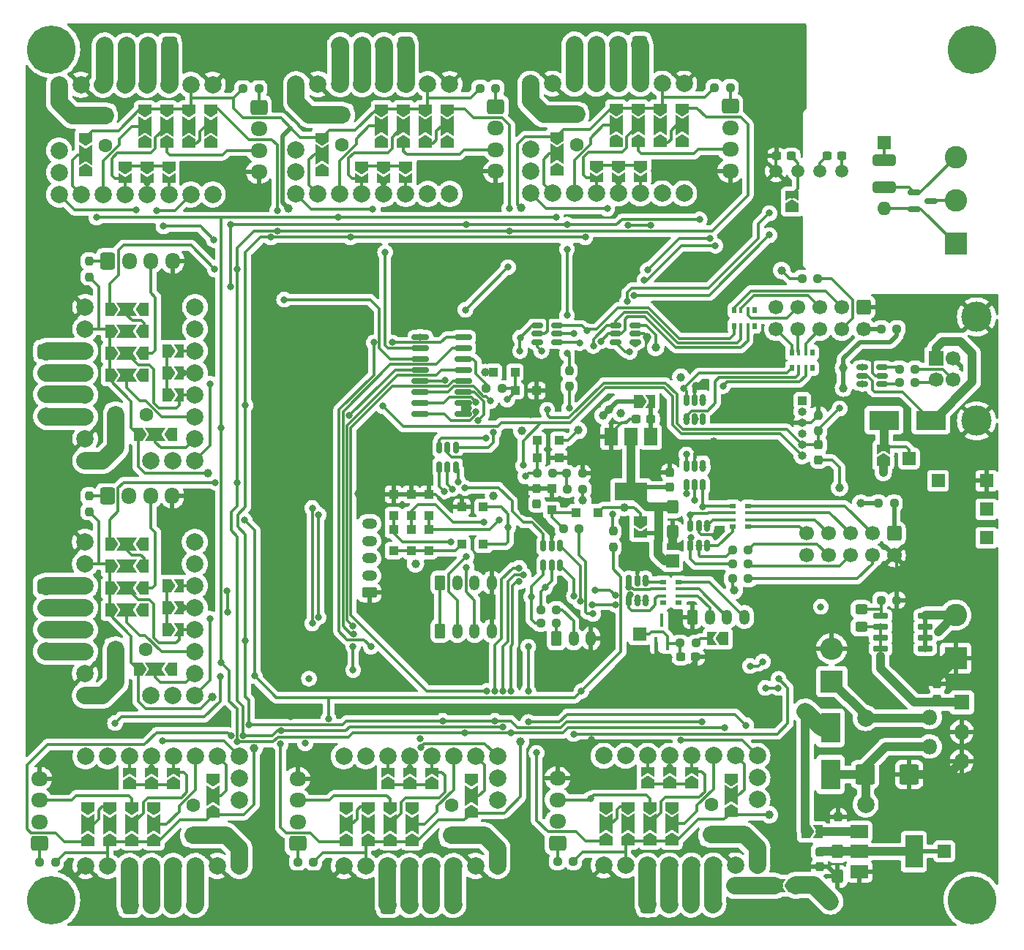
<source format=gbr>
%TF.GenerationSoftware,KiCad,Pcbnew,6.0.10*%
%TF.CreationDate,2023-02-06T19:48:01+03:00*%
%TF.ProjectId,multistepper,6d756c74-6973-4746-9570-7065722e6b69,rev?*%
%TF.SameCoordinates,Original*%
%TF.FileFunction,Copper,L4,Bot*%
%TF.FilePolarity,Positive*%
%FSLAX46Y46*%
G04 Gerber Fmt 4.6, Leading zero omitted, Abs format (unit mm)*
G04 Created by KiCad (PCBNEW 6.0.10) date 2023-02-06 19:48:01*
%MOMM*%
%LPD*%
G01*
G04 APERTURE LIST*
G04 Aperture macros list*
%AMRoundRect*
0 Rectangle with rounded corners*
0 $1 Rounding radius*
0 $2 $3 $4 $5 $6 $7 $8 $9 X,Y pos of 4 corners*
0 Add a 4 corners polygon primitive as box body*
4,1,4,$2,$3,$4,$5,$6,$7,$8,$9,$2,$3,0*
0 Add four circle primitives for the rounded corners*
1,1,$1+$1,$2,$3*
1,1,$1+$1,$4,$5*
1,1,$1+$1,$6,$7*
1,1,$1+$1,$8,$9*
0 Add four rect primitives between the rounded corners*
20,1,$1+$1,$2,$3,$4,$5,0*
20,1,$1+$1,$4,$5,$6,$7,0*
20,1,$1+$1,$6,$7,$8,$9,0*
20,1,$1+$1,$8,$9,$2,$3,0*%
%AMFreePoly0*
4,1,6,1.000000,0.000000,0.500000,-0.750000,-0.500000,-0.750000,-0.500000,0.750000,0.500000,0.750000,1.000000,0.000000,1.000000,0.000000,$1*%
%AMFreePoly1*
4,1,7,0.700000,0.000000,1.200000,-0.750000,-1.200000,-0.750000,-0.700000,0.000000,-1.200000,0.750000,1.200000,0.750000,0.700000,0.000000,0.700000,0.000000,$1*%
%AMFreePoly2*
4,1,6,0.500000,-0.750000,-0.650000,-0.750000,-0.150000,0.000000,-0.650000,0.750000,0.500000,0.750000,0.500000,-0.750000,0.500000,-0.750000,$1*%
G04 Aperture macros list end*
%TA.AperFunction,ComponentPad*%
%ADD10RoundRect,0.250000X0.600000X0.725000X-0.600000X0.725000X-0.600000X-0.725000X0.600000X-0.725000X0*%
%TD*%
%TA.AperFunction,ComponentPad*%
%ADD11O,1.700000X1.950000*%
%TD*%
%TA.AperFunction,ComponentPad*%
%ADD12RoundRect,0.250000X-0.725000X0.600000X-0.725000X-0.600000X0.725000X-0.600000X0.725000X0.600000X0*%
%TD*%
%TA.AperFunction,ComponentPad*%
%ADD13O,1.950000X1.700000*%
%TD*%
%TA.AperFunction,ComponentPad*%
%ADD14RoundRect,0.250000X0.625000X-0.350000X0.625000X0.350000X-0.625000X0.350000X-0.625000X-0.350000X0*%
%TD*%
%TA.AperFunction,ComponentPad*%
%ADD15O,1.750000X1.200000*%
%TD*%
%TA.AperFunction,ComponentPad*%
%ADD16RoundRect,0.250000X-0.600000X0.600000X-0.600000X-0.600000X0.600000X-0.600000X0.600000X0.600000X0*%
%TD*%
%TA.AperFunction,ComponentPad*%
%ADD17C,1.700000*%
%TD*%
%TA.AperFunction,ComponentPad*%
%ADD18RoundRect,0.250000X0.725000X-0.600000X0.725000X0.600000X-0.725000X0.600000X-0.725000X-0.600000X0*%
%TD*%
%TA.AperFunction,ComponentPad*%
%ADD19R,1.500000X1.500000*%
%TD*%
%TA.AperFunction,ComponentPad*%
%ADD20C,5.600000*%
%TD*%
%TA.AperFunction,ComponentPad*%
%ADD21R,1.600000X1.600000*%
%TD*%
%TA.AperFunction,ComponentPad*%
%ADD22O,1.600000X1.600000*%
%TD*%
%TA.AperFunction,ComponentPad*%
%ADD23C,1.600000*%
%TD*%
%TA.AperFunction,ComponentPad*%
%ADD24RoundRect,0.250000X-0.350000X-0.625000X0.350000X-0.625000X0.350000X0.625000X-0.350000X0.625000X0*%
%TD*%
%TA.AperFunction,ComponentPad*%
%ADD25O,1.200000X1.750000*%
%TD*%
%TA.AperFunction,ComponentPad*%
%ADD26RoundRect,0.250000X-0.600000X-0.725000X0.600000X-0.725000X0.600000X0.725000X-0.600000X0.725000X0*%
%TD*%
%TA.AperFunction,ComponentPad*%
%ADD27C,2.000000*%
%TD*%
%TA.AperFunction,ComponentPad*%
%ADD28R,2.600000X2.600000*%
%TD*%
%TA.AperFunction,ComponentPad*%
%ADD29C,2.600000*%
%TD*%
%TA.AperFunction,ComponentPad*%
%ADD30R,1.000000X1.000000*%
%TD*%
%TA.AperFunction,ComponentPad*%
%ADD31O,1.000000X1.000000*%
%TD*%
%TA.AperFunction,ComponentPad*%
%ADD32C,1.500000*%
%TD*%
%TA.AperFunction,ComponentPad*%
%ADD33O,2.600000X2.600000*%
%TD*%
%TA.AperFunction,ComponentPad*%
%ADD34R,1.800000X1.800000*%
%TD*%
%TA.AperFunction,ComponentPad*%
%ADD35O,1.800000X1.800000*%
%TD*%
%TA.AperFunction,ComponentPad*%
%ADD36R,1.700000X1.700000*%
%TD*%
%TA.AperFunction,ComponentPad*%
%ADD37C,3.500000*%
%TD*%
%TA.AperFunction,SMDPad,CuDef*%
%ADD38RoundRect,0.150000X-0.512500X-0.150000X0.512500X-0.150000X0.512500X0.150000X-0.512500X0.150000X0*%
%TD*%
%TA.AperFunction,SMDPad,CuDef*%
%ADD39FreePoly0,90.000000*%
%TD*%
%TA.AperFunction,SMDPad,CuDef*%
%ADD40FreePoly1,90.000000*%
%TD*%
%TA.AperFunction,SMDPad,CuDef*%
%ADD41FreePoly0,270.000000*%
%TD*%
%TA.AperFunction,SMDPad,CuDef*%
%ADD42FreePoly1,270.000000*%
%TD*%
%TA.AperFunction,SMDPad,CuDef*%
%ADD43FreePoly2,90.000000*%
%TD*%
%TA.AperFunction,SMDPad,CuDef*%
%ADD44FreePoly0,180.000000*%
%TD*%
%TA.AperFunction,SMDPad,CuDef*%
%ADD45FreePoly1,180.000000*%
%TD*%
%TA.AperFunction,SMDPad,CuDef*%
%ADD46FreePoly0,0.000000*%
%TD*%
%TA.AperFunction,SMDPad,CuDef*%
%ADD47FreePoly2,0.000000*%
%TD*%
%TA.AperFunction,SMDPad,CuDef*%
%ADD48RoundRect,0.237500X-0.250000X-0.237500X0.250000X-0.237500X0.250000X0.237500X-0.250000X0.237500X0*%
%TD*%
%TA.AperFunction,SMDPad,CuDef*%
%ADD49FreePoly2,270.000000*%
%TD*%
%TA.AperFunction,SMDPad,CuDef*%
%ADD50RoundRect,0.250000X-0.425000X0.537500X-0.425000X-0.537500X0.425000X-0.537500X0.425000X0.537500X0*%
%TD*%
%TA.AperFunction,SMDPad,CuDef*%
%ADD51R,1.000000X1.000000*%
%TD*%
%TA.AperFunction,SMDPad,CuDef*%
%ADD52R,0.500000X0.800000*%
%TD*%
%TA.AperFunction,SMDPad,CuDef*%
%ADD53R,0.400000X0.800000*%
%TD*%
%TA.AperFunction,SMDPad,CuDef*%
%ADD54R,0.800000X0.500000*%
%TD*%
%TA.AperFunction,SMDPad,CuDef*%
%ADD55R,0.800000X0.400000*%
%TD*%
%TA.AperFunction,SMDPad,CuDef*%
%ADD56RoundRect,0.150000X-0.587500X-0.150000X0.587500X-0.150000X0.587500X0.150000X-0.587500X0.150000X0*%
%TD*%
%TA.AperFunction,SMDPad,CuDef*%
%ADD57RoundRect,0.150000X-0.150000X0.512500X-0.150000X-0.512500X0.150000X-0.512500X0.150000X0.512500X0*%
%TD*%
%TA.AperFunction,SMDPad,CuDef*%
%ADD58RoundRect,0.237500X0.250000X0.237500X-0.250000X0.237500X-0.250000X-0.237500X0.250000X-0.237500X0*%
%TD*%
%TA.AperFunction,SMDPad,CuDef*%
%ADD59RoundRect,0.237500X-0.237500X0.300000X-0.237500X-0.300000X0.237500X-0.300000X0.237500X0.300000X0*%
%TD*%
%TA.AperFunction,SMDPad,CuDef*%
%ADD60RoundRect,0.150000X0.825000X0.150000X-0.825000X0.150000X-0.825000X-0.150000X0.825000X-0.150000X0*%
%TD*%
%TA.AperFunction,SMDPad,CuDef*%
%ADD61RoundRect,0.150000X0.512500X0.150000X-0.512500X0.150000X-0.512500X-0.150000X0.512500X-0.150000X0*%
%TD*%
%TA.AperFunction,SMDPad,CuDef*%
%ADD62RoundRect,0.237500X0.300000X0.237500X-0.300000X0.237500X-0.300000X-0.237500X0.300000X-0.237500X0*%
%TD*%
%TA.AperFunction,SMDPad,CuDef*%
%ADD63RoundRect,0.237500X0.237500X-0.250000X0.237500X0.250000X-0.237500X0.250000X-0.237500X-0.250000X0*%
%TD*%
%TA.AperFunction,SMDPad,CuDef*%
%ADD64RoundRect,0.250000X0.450000X-0.325000X0.450000X0.325000X-0.450000X0.325000X-0.450000X-0.325000X0*%
%TD*%
%TA.AperFunction,SMDPad,CuDef*%
%ADD65FreePoly2,180.000000*%
%TD*%
%TA.AperFunction,SMDPad,CuDef*%
%ADD66R,2.300000X3.500000*%
%TD*%
%TA.AperFunction,SMDPad,CuDef*%
%ADD67RoundRect,0.237500X0.237500X-0.300000X0.237500X0.300000X-0.237500X0.300000X-0.237500X-0.300000X0*%
%TD*%
%TA.AperFunction,SMDPad,CuDef*%
%ADD68R,2.000000X1.500000*%
%TD*%
%TA.AperFunction,SMDPad,CuDef*%
%ADD69R,2.000000X3.800000*%
%TD*%
%TA.AperFunction,SMDPad,CuDef*%
%ADD70R,3.500000X2.300000*%
%TD*%
%TA.AperFunction,SMDPad,CuDef*%
%ADD71RoundRect,0.237500X-0.300000X-0.237500X0.300000X-0.237500X0.300000X0.237500X-0.300000X0.237500X0*%
%TD*%
%TA.AperFunction,SMDPad,CuDef*%
%ADD72RoundRect,0.250000X-0.875000X-0.925000X0.875000X-0.925000X0.875000X0.925000X-0.875000X0.925000X0*%
%TD*%
%TA.AperFunction,SMDPad,CuDef*%
%ADD73RoundRect,0.237500X-0.237500X0.250000X-0.237500X-0.250000X0.237500X-0.250000X0.237500X0.250000X0*%
%TD*%
%TA.AperFunction,SMDPad,CuDef*%
%ADD74R,0.450000X1.500000*%
%TD*%
%TA.AperFunction,SMDPad,CuDef*%
%ADD75RoundRect,0.150000X-0.725000X-0.150000X0.725000X-0.150000X0.725000X0.150000X-0.725000X0.150000X0*%
%TD*%
%TA.AperFunction,SMDPad,CuDef*%
%ADD76R,1.500000X2.000000*%
%TD*%
%TA.AperFunction,SMDPad,CuDef*%
%ADD77R,3.800000X2.000000*%
%TD*%
%TA.AperFunction,SMDPad,CuDef*%
%ADD78RoundRect,0.250000X-1.075000X0.400000X-1.075000X-0.400000X1.075000X-0.400000X1.075000X0.400000X0*%
%TD*%
%TA.AperFunction,ViaPad*%
%ADD79C,1.000000*%
%TD*%
%TA.AperFunction,ViaPad*%
%ADD80C,0.800000*%
%TD*%
%TA.AperFunction,Conductor*%
%ADD81C,0.300000*%
%TD*%
%TA.AperFunction,Conductor*%
%ADD82C,0.500000*%
%TD*%
%TA.AperFunction,Conductor*%
%ADD83C,1.000000*%
%TD*%
%TA.AperFunction,Conductor*%
%ADD84C,2.000000*%
%TD*%
%TA.AperFunction,Conductor*%
%ADD85C,0.200000*%
%TD*%
G04 APERTURE END LIST*
D10*
%TO.P,J17,1,Pin_1*%
%TO.N,Net-(J17-Pad1)*%
X99921075Y-41501827D03*
D11*
%TO.P,J17,2,Pin_2*%
%TO.N,Net-(J17-Pad2)*%
X97421075Y-41501827D03*
%TO.P,J17,3,Pin_3*%
%TO.N,Net-(J17-Pad3)*%
X94921075Y-41501827D03*
%TO.P,J17,4,Pin_4*%
%TO.N,Net-(J17-Pad4)*%
X92421075Y-41501827D03*
%TD*%
D12*
%TO.P,J12,1,Pin_1*%
%TO.N,Net-(J12-Pad1)*%
X58374000Y-76974000D03*
D13*
%TO.P,J12,2,Pin_2*%
%TO.N,Net-(J12-Pad2)*%
X58374000Y-79474000D03*
%TO.P,J12,3,Pin_3*%
%TO.N,Net-(J12-Pad3)*%
X58374000Y-81974000D03*
%TO.P,J12,4,Pin_4*%
%TO.N,Net-(J12-Pad4)*%
X58374000Y-84474000D03*
%TD*%
D14*
%TO.P,J6,1,Pin_1*%
%TO.N,GND*%
X95758000Y-104902000D03*
D15*
%TO.P,J6,2,Pin_2*%
%TO.N,Net-(J6-Pad2)*%
X95758000Y-102902000D03*
%TO.P,J6,3,Pin_3*%
%TO.N,Net-(J6-Pad3)*%
X95758000Y-100902000D03*
%TO.P,J6,4,Pin_4*%
%TO.N,Net-(J6-Pad4)*%
X95758000Y-98902000D03*
%TO.P,J6,5,Pin_5*%
%TO.N,Net-(J6-Pad5)*%
X95758000Y-96902000D03*
%TD*%
D16*
%TO.P,J2,1,Pin_1*%
%TO.N,GND*%
X152958800Y-71840700D03*
D17*
%TO.P,J2,2,Pin_2*%
%TO.N,Net-(J2-Pad2)*%
X152958800Y-74380700D03*
%TO.P,J2,3,Pin_3*%
%TO.N,Net-(J2-Pad3)*%
X150418800Y-71840700D03*
%TO.P,J2,4,Pin_4*%
%TO.N,Net-(J2-Pad4)*%
X150418800Y-74380700D03*
%TO.P,J2,5,Pin_5*%
%TO.N,Net-(J2-Pad5)*%
X147878800Y-71840700D03*
%TO.P,J2,6,Pin_6*%
%TO.N,Net-(J2-Pad6)*%
X147878800Y-74380700D03*
%TO.P,J2,7,Pin_7*%
%TO.N,Net-(J2-Pad7)*%
X145338800Y-71840700D03*
%TO.P,J2,8,Pin_8*%
%TO.N,Net-(J2-Pad8)*%
X145338800Y-74380700D03*
%TO.P,J2,9,Pin_9*%
%TO.N,GND*%
X142798800Y-71840700D03*
%TO.P,J2,10,Pin_10*%
%TO.N,Net-(J2-Pad10)*%
X142798800Y-74380700D03*
%TD*%
D18*
%TO.P,J22,1,Pin_1*%
%TO.N,Net-(J22-Pad1)*%
X87466000Y-133934000D03*
D13*
%TO.P,J22,2,Pin_2*%
%TO.N,M5_L0*%
X87466000Y-131434000D03*
%TO.P,J22,3,Pin_3*%
%TO.N,M5_L1*%
X87466000Y-128934000D03*
%TO.P,J22,4,Pin_4*%
%TO.N,GND*%
X87466000Y-126434000D03*
%TD*%
D19*
%TO.P,TP7,1,1*%
%TO.N,+5V*%
X161544000Y-91948000D03*
%TD*%
D20*
%TO.P,H4,1*%
%TO.N,N/C*%
X165500000Y-140500000D03*
%TD*%
D21*
%TO.P,SW3,1*%
%TO.N,Net-(R18-Pad1)*%
X155295600Y-52832000D03*
D22*
%TO.P,SW3,2*%
%TO.N,/CANL*%
X155295600Y-60452000D03*
%TD*%
D21*
%TO.P,C24,1*%
%TO.N,/Motors/Vm*%
X105246000Y-132978000D03*
D23*
%TO.P,C24,2*%
%TO.N,GND*%
X105246000Y-129478000D03*
%TD*%
D24*
%TO.P,J5,1,Pin_1*%
%TO.N,Net-(J4-Pad1)*%
X103934000Y-103733600D03*
D25*
%TO.P,J5,2,Pin_2*%
%TO.N,ADC2*%
X105934000Y-103733600D03*
%TO.P,J5,3,Pin_3*%
%TO.N,ADC3*%
X107934000Y-103733600D03*
%TO.P,J5,4,Pin_4*%
%TO.N,GND*%
X109934000Y-103733600D03*
%TD*%
D26*
%TO.P,J11,1,Pin_1*%
%TO.N,Net-(J11-Pad1)*%
X65500000Y-66500000D03*
D11*
%TO.P,J11,2,Pin_2*%
%TO.N,M0_L0*%
X68000000Y-66500000D03*
%TO.P,J11,3,Pin_3*%
%TO.N,M0_L1*%
X70500000Y-66500000D03*
%TO.P,J11,4,Pin_4*%
%TO.N,GND*%
X73000000Y-66500000D03*
%TD*%
D27*
%TO.P,XX5,1,~{EN}*%
%TO.N,/Motors/stepper_M5/~{ENx}*%
X140640000Y-123774000D03*
%TO.P,XX5,2,MS1*%
%TO.N,/Motors/stepper_M5/MS1*%
X138100000Y-123774000D03*
%TO.P,XX5,3,MS2*%
%TO.N,/Motors/stepper_M5/MS2*%
X135560000Y-123774000D03*
%TO.P,XX5,4,SPREAD*%
%TO.N,/Motors/stepper_M5/SPR*%
X133020000Y-123774000D03*
%TO.P,XX5,5,PDN_UART*%
%TO.N,/Motors/stepper_M5/U*%
X130480000Y-123774000D03*
%TO.P,XX5,6,CLK*%
%TO.N,/Motors/stepper_M5/CLK*%
X127940000Y-123774000D03*
%TO.P,XX5,7,STEP*%
%TO.N,/Motors/stepper_M5/STEPx*%
X125400000Y-123774000D03*
%TO.P,XX5,8,DIR*%
%TO.N,/Motors/stepper_M5/DIRx*%
X122860000Y-123774000D03*
%TO.P,XX5,9,GND*%
%TO.N,GND*%
X122860000Y-136474000D03*
%TO.P,XX5,10,VIO*%
%TO.N,Vio*%
X125400000Y-136474000D03*
%TO.P,XX5,11,M1B*%
%TO.N,Net-(J21-Pad1)*%
X127940000Y-136474000D03*
%TO.P,XX5,12,M1A*%
%TO.N,Net-(J21-Pad2)*%
X130480000Y-136474000D03*
%TO.P,XX5,13,M2A*%
%TO.N,Net-(J21-Pad3)*%
X133020000Y-136474000D03*
%TO.P,XX5,14,M2B*%
%TO.N,Net-(J21-Pad4)*%
X135560000Y-136474000D03*
%TO.P,XX5,15,GND*%
%TO.N,GND*%
X138100000Y-136474000D03*
%TO.P,XX5,16,Vmot*%
%TO.N,/Motors/Vm*%
X140640000Y-136474000D03*
%TO.P,XX5,17,DIAG*%
%TO.N,/Motors/DIAG4*%
X140640000Y-126314000D03*
%TO.P,XX5,18,INDEX*%
%TO.N,unconnected-(XX5-Pad18)*%
X140640000Y-128854000D03*
%TD*%
D24*
%TO.P,J13,1,Pin_1*%
%TO.N,Net-(J13-Pad1)*%
X117380000Y-110194000D03*
D25*
%TO.P,J13,2,Pin_2*%
%TO.N,Net-(J13-Pad2)*%
X119380000Y-110194000D03*
%TO.P,J13,3,Pin_3*%
%TO.N,GND*%
X121380000Y-110194000D03*
%TD*%
D27*
%TO.P,XX8,1,~{EN}*%
%TO.N,/Motors/stepper_M8/~{ENx}*%
X75572000Y-116801600D03*
%TO.P,XX8,2,MS1*%
%TO.N,/Motors/stepper_M8/MS1*%
X75572000Y-114261600D03*
%TO.P,XX8,3,MS2*%
%TO.N,/Motors/stepper_M8/MS2*%
X75572000Y-111721600D03*
%TO.P,XX8,4,SPREAD*%
%TO.N,/Motors/stepper_M8/SPR*%
X75572000Y-109181600D03*
%TO.P,XX8,5,PDN_UART*%
%TO.N,/Motors/stepper_M8/U*%
X75572000Y-106641600D03*
%TO.P,XX8,6,CLK*%
%TO.N,/Motors/stepper_M8/CLK*%
X75572000Y-104101600D03*
%TO.P,XX8,7,STEP*%
%TO.N,/Motors/stepper_M8/STEPx*%
X75572000Y-101561600D03*
%TO.P,XX8,8,DIR*%
%TO.N,/Motors/stepper_M8/DIRx*%
X75572000Y-99021600D03*
%TO.P,XX8,9,GND*%
%TO.N,GND*%
X62872000Y-99021600D03*
%TO.P,XX8,10,VIO*%
%TO.N,Vio*%
X62872000Y-101561600D03*
%TO.P,XX8,11,M1B*%
%TO.N,Net-(J27-Pad1)*%
X62872000Y-104101600D03*
%TO.P,XX8,12,M1A*%
%TO.N,Net-(J27-Pad2)*%
X62872000Y-106641600D03*
%TO.P,XX8,13,M2A*%
%TO.N,Net-(J27-Pad3)*%
X62872000Y-109181600D03*
%TO.P,XX8,14,M2B*%
%TO.N,Net-(J27-Pad4)*%
X62872000Y-111721600D03*
%TO.P,XX8,15,GND*%
%TO.N,GND*%
X62872000Y-114261600D03*
%TO.P,XX8,16,Vmot*%
%TO.N,/Motors/Vm*%
X62872000Y-116801600D03*
%TO.P,XX8,17,DIAG*%
%TO.N,/Motors/DIAG7*%
X73032000Y-116801600D03*
%TO.P,XX8,18,INDEX*%
%TO.N,unconnected-(XX8-Pad18)*%
X70492000Y-116801600D03*
%TD*%
%TO.P,XX3,1,~{EN}*%
%TO.N,/Motors/stepper_M3/~{ENx}*%
X87281075Y-58727827D03*
%TO.P,XX3,2,MS1*%
%TO.N,/Motors/stepper_M3/MS1*%
X89821075Y-58727827D03*
%TO.P,XX3,3,MS2*%
%TO.N,/Motors/stepper_M3/MS2*%
X92361075Y-58727827D03*
%TO.P,XX3,4,SPREAD*%
%TO.N,/Motors/stepper_M3/SPR*%
X94901075Y-58727827D03*
%TO.P,XX3,5,PDN_UART*%
%TO.N,/Motors/stepper_M3/U*%
X97441075Y-58727827D03*
%TO.P,XX3,6,CLK*%
%TO.N,/Motors/stepper_M3/CLK*%
X99981075Y-58727827D03*
%TO.P,XX3,7,STEP*%
%TO.N,/Motors/stepper_M3/STEPx*%
X102521075Y-58727827D03*
%TO.P,XX3,8,DIR*%
%TO.N,/Motors/stepper_M3/DIRx*%
X105061075Y-58727827D03*
%TO.P,XX3,9,GND*%
%TO.N,GND*%
X105061075Y-46027827D03*
%TO.P,XX3,10,VIO*%
%TO.N,Vio*%
X102521075Y-46027827D03*
%TO.P,XX3,11,M1B*%
%TO.N,Net-(J17-Pad1)*%
X99981075Y-46027827D03*
%TO.P,XX3,12,M1A*%
%TO.N,Net-(J17-Pad2)*%
X97441075Y-46027827D03*
%TO.P,XX3,13,M2A*%
%TO.N,Net-(J17-Pad3)*%
X94901075Y-46027827D03*
%TO.P,XX3,14,M2B*%
%TO.N,Net-(J17-Pad4)*%
X92361075Y-46027827D03*
%TO.P,XX3,15,GND*%
%TO.N,GND*%
X89821075Y-46027827D03*
%TO.P,XX3,16,Vmot*%
%TO.N,/Motors/Vm*%
X87281075Y-46027827D03*
%TO.P,XX3,17,DIAG*%
%TO.N,/Motors/DIAG2*%
X87281075Y-56187827D03*
%TO.P,XX3,18,INDEX*%
%TO.N,unconnected-(XX3-Pad18)*%
X87281075Y-53647827D03*
%TD*%
D28*
%TO.P,J10,1,Pin_1*%
%TO.N,GND*%
X163576000Y-112482000D03*
D29*
%TO.P,J10,2,Pin_2*%
%TO.N,Net-(J10-Pad2)*%
X163576000Y-107482000D03*
%TD*%
D16*
%TO.P,J3,1,Pin_1*%
%TO.N,Net-(J3-Pad1)*%
X156464000Y-98044000D03*
D17*
%TO.P,J3,2,Pin_2*%
%TO.N,GND*%
X156464000Y-100584000D03*
%TO.P,J3,3,Pin_3*%
%TO.N,Net-(J3-Pad3)*%
X153924000Y-98044000D03*
%TO.P,J3,4,Pin_4*%
%TO.N,Net-(J3-Pad4)*%
X153924000Y-100584000D03*
%TO.P,J3,5,Pin_5*%
%TO.N,Net-(J3-Pad5)*%
X151384000Y-98044000D03*
%TO.P,J3,6,Pin_6*%
%TO.N,Net-(J3-Pad6)*%
X151384000Y-100584000D03*
%TO.P,J3,7,Pin_7*%
%TO.N,Net-(J3-Pad7)*%
X148844000Y-98044000D03*
%TO.P,J3,8,Pin_8*%
%TO.N,Net-(J3-Pad8)*%
X148844000Y-100584000D03*
%TO.P,J3,9,Pin_9*%
%TO.N,Net-(J3-Pad9)*%
X146304000Y-98044000D03*
%TO.P,J3,10,Pin_10*%
%TO.N,GND*%
X146304000Y-100584000D03*
%TD*%
D19*
%TO.P,TP3,1,1*%
%TO.N,GND*%
X167132000Y-91948000D03*
%TD*%
D30*
%TO.P,J1,1,Pin_1*%
%TO.N,/MCU base/SWCLK*%
X145821000Y-82677000D03*
D31*
%TO.P,J1,2,Pin_2*%
%TO.N,/MCU base/SWDIO*%
X145821000Y-83947000D03*
%TO.P,J1,3,Pin_3*%
%TO.N,GND*%
X145821000Y-85217000D03*
%TO.P,J1,4,Pin_4*%
%TO.N,Net-(J1-Pad4)*%
X145821000Y-86487000D03*
%TO.P,J1,5,Pin_5*%
%TO.N,/MCU base/BOOT0*%
X145821000Y-87757000D03*
%TO.P,J1,6,Pin_6*%
%TO.N,/MCU base/NRST*%
X145821000Y-89027000D03*
%TD*%
D18*
%TO.P,J24,1,Pin_1*%
%TO.N,Net-(J24-Pad1)*%
X57604925Y-133934000D03*
D13*
%TO.P,J24,2,Pin_2*%
%TO.N,M6_L0*%
X57604925Y-131434000D03*
%TO.P,J24,3,Pin_3*%
%TO.N,M6_L1*%
X57604925Y-128934000D03*
%TO.P,J24,4,Pin_4*%
%TO.N,GND*%
X57604925Y-126434000D03*
%TD*%
D20*
%TO.P,H1,1*%
%TO.N,N/C*%
X59000000Y-42000000D03*
%TD*%
D21*
%TO.P,C23,1*%
%TO.N,/Motors/Vm*%
X135306000Y-132918000D03*
D23*
%TO.P,C23,2*%
%TO.N,GND*%
X135306000Y-129418000D03*
%TD*%
D10*
%TO.P,J19,1,Pin_1*%
%TO.N,Net-(J19-Pad1)*%
X127026450Y-41440000D03*
D11*
%TO.P,J19,2,Pin_2*%
%TO.N,Net-(J19-Pad2)*%
X124526450Y-41440000D03*
%TO.P,J19,3,Pin_3*%
%TO.N,Net-(J19-Pad3)*%
X122026450Y-41440000D03*
%TO.P,J19,4,Pin_4*%
%TO.N,Net-(J19-Pad4)*%
X119526450Y-41440000D03*
%TD*%
D19*
%TO.P,TP2,1,1*%
%TO.N,Vdrive*%
X167132000Y-95250000D03*
%TD*%
D12*
%TO.P,J14,1,Pin_1*%
%TO.N,Net-(J14-Pad1)*%
X82974000Y-48689654D03*
D13*
%TO.P,J14,2,Pin_2*%
%TO.N,M1_L0*%
X82974000Y-51189654D03*
%TO.P,J14,3,Pin_3*%
%TO.N,M1_L1*%
X82974000Y-53689654D03*
%TO.P,J14,4,Pin_4*%
%TO.N,GND*%
X82974000Y-56189654D03*
%TD*%
D20*
%TO.P,H3,1*%
%TO.N,N/C*%
X59000000Y-140500000D03*
%TD*%
D26*
%TO.P,J23,1,Pin_1*%
%TO.N,Net-(J23-Pad1)*%
X97940000Y-141060000D03*
D11*
%TO.P,J23,2,Pin_2*%
%TO.N,Net-(J23-Pad2)*%
X100440000Y-141060000D03*
%TO.P,J23,3,Pin_3*%
%TO.N,Net-(J23-Pad3)*%
X102940000Y-141060000D03*
%TO.P,J23,4,Pin_4*%
%TO.N,Net-(J23-Pad4)*%
X105440000Y-141060000D03*
%TD*%
D26*
%TO.P,J25,1,Pin_1*%
%TO.N,Net-(J25-Pad1)*%
X68078925Y-141060000D03*
D11*
%TO.P,J25,2,Pin_2*%
%TO.N,Net-(J25-Pad2)*%
X70578925Y-141060000D03*
%TO.P,J25,3,Pin_3*%
%TO.N,Net-(J25-Pad3)*%
X73078925Y-141060000D03*
%TO.P,J25,4,Pin_4*%
%TO.N,Net-(J25-Pad4)*%
X75578925Y-141060000D03*
%TD*%
D27*
%TO.P,XX4,1,~{EN}*%
%TO.N,/Motors/stepper_M4/~{ENx}*%
X114386450Y-58666000D03*
%TO.P,XX4,2,MS1*%
%TO.N,/Motors/stepper_M4/MS1*%
X116926450Y-58666000D03*
%TO.P,XX4,3,MS2*%
%TO.N,/Motors/stepper_M4/MS2*%
X119466450Y-58666000D03*
%TO.P,XX4,4,SPREAD*%
%TO.N,/Motors/stepper_M4/SPR*%
X122006450Y-58666000D03*
%TO.P,XX4,5,PDN_UART*%
%TO.N,/Motors/stepper_M4/U*%
X124546450Y-58666000D03*
%TO.P,XX4,6,CLK*%
%TO.N,/Motors/stepper_M4/CLK*%
X127086450Y-58666000D03*
%TO.P,XX4,7,STEP*%
%TO.N,/Motors/stepper_M4/STEPx*%
X129626450Y-58666000D03*
%TO.P,XX4,8,DIR*%
%TO.N,/Motors/stepper_M4/DIRx*%
X132166450Y-58666000D03*
%TO.P,XX4,9,GND*%
%TO.N,GND*%
X132166450Y-45966000D03*
%TO.P,XX4,10,VIO*%
%TO.N,Vio*%
X129626450Y-45966000D03*
%TO.P,XX4,11,M1B*%
%TO.N,Net-(J19-Pad1)*%
X127086450Y-45966000D03*
%TO.P,XX4,12,M1A*%
%TO.N,Net-(J19-Pad2)*%
X124546450Y-45966000D03*
%TO.P,XX4,13,M2A*%
%TO.N,Net-(J19-Pad3)*%
X122006450Y-45966000D03*
%TO.P,XX4,14,M2B*%
%TO.N,Net-(J19-Pad4)*%
X119466450Y-45966000D03*
%TO.P,XX4,15,GND*%
%TO.N,GND*%
X116926450Y-45966000D03*
%TO.P,XX4,16,Vmot*%
%TO.N,/Motors/Vm*%
X114386450Y-45966000D03*
%TO.P,XX4,17,DIAG*%
%TO.N,/Motors/DIAG3*%
X114386450Y-56126000D03*
%TO.P,XX4,18,INDEX*%
%TO.N,unconnected-(XX4-Pad18)*%
X114386450Y-53586000D03*
%TD*%
D20*
%TO.P,H2,1*%
%TO.N,N/C*%
X165500000Y-42000000D03*
%TD*%
D26*
%TO.P,J21,1,Pin_1*%
%TO.N,Net-(J21-Pad1)*%
X128000000Y-141000000D03*
D11*
%TO.P,J21,2,Pin_2*%
%TO.N,Net-(J21-Pad2)*%
X130500000Y-141000000D03*
%TO.P,J21,3,Pin_3*%
%TO.N,Net-(J21-Pad3)*%
X133000000Y-141000000D03*
%TO.P,J21,4,Pin_4*%
%TO.N,Net-(J21-Pad4)*%
X135500000Y-141000000D03*
%TD*%
D21*
%TO.P,C21,1*%
%TO.N,/Motors/Vm*%
X92615075Y-49583827D03*
D23*
%TO.P,C21,2*%
%TO.N,GND*%
X92615075Y-53083827D03*
%TD*%
D21*
%TO.P,C22,1*%
%TO.N,/Motors/Vm*%
X119720450Y-49522000D03*
D23*
%TO.P,C22,2*%
%TO.N,GND*%
X119720450Y-53022000D03*
%TD*%
D12*
%TO.P,J18,1,Pin_1*%
%TO.N,Net-(J18-Pad1)*%
X137500450Y-48566000D03*
D13*
%TO.P,J18,2,Pin_2*%
%TO.N,M3_L0*%
X137500450Y-51066000D03*
%TO.P,J18,3,Pin_3*%
%TO.N,M3_L1*%
X137500450Y-53566000D03*
%TO.P,J18,4,Pin_4*%
%TO.N,GND*%
X137500450Y-56066000D03*
%TD*%
D32*
%TO.P,Q1,1,GND*%
%TO.N,GND*%
X142798800Y-56083200D03*
%TO.P,Q1,2,Vin*%
%TO.N,Net-(C10-Pad1)*%
X145338800Y-56083200D03*
%TO.P,Q1,3,0V*%
%TO.N,Earth*%
X147878800Y-56083200D03*
%TO.P,Q1,4,+Vo*%
%TO.N,Net-(C11-Pad1)*%
X150418800Y-56083200D03*
%TD*%
D27*
%TO.P,XX6,1,~{EN}*%
%TO.N,/Motors/stepper_M6/~{ENx}*%
X110580000Y-123834000D03*
%TO.P,XX6,2,MS1*%
%TO.N,/Motors/stepper_M6/MS1*%
X108040000Y-123834000D03*
%TO.P,XX6,3,MS2*%
%TO.N,/Motors/stepper_M6/MS2*%
X105500000Y-123834000D03*
%TO.P,XX6,4,SPREAD*%
%TO.N,/Motors/stepper_M6/SPR*%
X102960000Y-123834000D03*
%TO.P,XX6,5,PDN_UART*%
%TO.N,/Motors/stepper_M6/U*%
X100420000Y-123834000D03*
%TO.P,XX6,6,CLK*%
%TO.N,/Motors/stepper_M6/CLK*%
X97880000Y-123834000D03*
%TO.P,XX6,7,STEP*%
%TO.N,/Motors/stepper_M6/STEPx*%
X95340000Y-123834000D03*
%TO.P,XX6,8,DIR*%
%TO.N,/Motors/stepper_M6/DIRx*%
X92800000Y-123834000D03*
%TO.P,XX6,9,GND*%
%TO.N,GND*%
X92800000Y-136534000D03*
%TO.P,XX6,10,VIO*%
%TO.N,Vio*%
X95340000Y-136534000D03*
%TO.P,XX6,11,M1B*%
%TO.N,Net-(J23-Pad1)*%
X97880000Y-136534000D03*
%TO.P,XX6,12,M1A*%
%TO.N,Net-(J23-Pad2)*%
X100420000Y-136534000D03*
%TO.P,XX6,13,M2A*%
%TO.N,Net-(J23-Pad3)*%
X102960000Y-136534000D03*
%TO.P,XX6,14,M2B*%
%TO.N,Net-(J23-Pad4)*%
X105500000Y-136534000D03*
%TO.P,XX6,15,GND*%
%TO.N,GND*%
X108040000Y-136534000D03*
%TO.P,XX6,16,Vmot*%
%TO.N,/Motors/Vm*%
X110580000Y-136534000D03*
%TO.P,XX6,17,DIAG*%
%TO.N,/Motors/DIAG5*%
X110580000Y-126374000D03*
%TO.P,XX6,18,INDEX*%
%TO.N,unconnected-(XX6-Pad18)*%
X110580000Y-128914000D03*
%TD*%
D28*
%TO.P,D26,1,K*%
%TO.N,Net-(D26-Pad1)*%
X149250400Y-115194400D03*
D33*
%TO.P,D26,2,A*%
%TO.N,GND*%
X149250400Y-111384400D03*
%TD*%
D19*
%TO.P,TP6,1,1*%
%TO.N,+3.3VADC*%
X127000000Y-109728000D03*
%TD*%
D21*
%TO.P,C19,1*%
%TO.N,/Motors/Vm*%
X66456000Y-84280000D03*
D23*
%TO.P,C19,2*%
%TO.N,GND*%
X69956000Y-84280000D03*
%TD*%
D34*
%TO.P,U5,1,VIN*%
%TO.N,Vdrive*%
X164287200Y-117602000D03*
D35*
%TO.P,U5,2,VOUT*%
%TO.N,Net-(D26-Pad1)*%
X160587200Y-119302000D03*
%TO.P,U5,3,GND*%
%TO.N,GND*%
X164287200Y-121002000D03*
%TO.P,U5,4,FB*%
%TO.N,Net-(C17-Pad1)*%
X160587200Y-122702000D03*
%TO.P,U5,5,ON/OFF*%
%TO.N,GND*%
X164287200Y-124402000D03*
%TD*%
D12*
%TO.P,J27,1,Pin_1*%
%TO.N,Net-(J27-Pad1)*%
X58346000Y-104161600D03*
D13*
%TO.P,J27,2,Pin_2*%
%TO.N,Net-(J27-Pad2)*%
X58346000Y-106661600D03*
%TO.P,J27,3,Pin_3*%
%TO.N,Net-(J27-Pad3)*%
X58346000Y-109161600D03*
%TO.P,J27,4,Pin_4*%
%TO.N,Net-(J27-Pad4)*%
X58346000Y-111661600D03*
%TD*%
D24*
%TO.P,J7,1,Pin_1*%
%TO.N,GND*%
X133144000Y-107704800D03*
D25*
%TO.P,J7,2,Pin_2*%
%TO.N,Net-(J7-Pad2)*%
X135144000Y-107704800D03*
%TO.P,J7,3,Pin_3*%
%TO.N,Net-(J7-Pad3)*%
X137144000Y-107704800D03*
%TO.P,J7,4,Pin_4*%
%TO.N,Net-(J7-Pad4)*%
X139144000Y-107704800D03*
%TD*%
D19*
%TO.P,TP4,1,1*%
%TO.N,Net-(C17-Pad1)*%
X167132000Y-98552000D03*
%TD*%
D10*
%TO.P,J15,1,Pin_1*%
%TO.N,Net-(J15-Pad1)*%
X72644000Y-41563654D03*
D11*
%TO.P,J15,2,Pin_2*%
%TO.N,Net-(J15-Pad2)*%
X70144000Y-41563654D03*
%TO.P,J15,3,Pin_3*%
%TO.N,Net-(J15-Pad3)*%
X67644000Y-41563654D03*
%TO.P,J15,4,Pin_4*%
%TO.N,Net-(J15-Pad4)*%
X65144000Y-41563654D03*
%TD*%
D27*
%TO.P,L1,1,1*%
%TO.N,Net-(C17-Pad1)*%
X153162000Y-129409200D03*
%TO.P,L1,2,2*%
%TO.N,Net-(D26-Pad1)*%
X153162000Y-119409200D03*
%TD*%
D21*
%TO.P,C20,1*%
%TO.N,/Motors/Vm*%
X65194000Y-49645654D03*
D23*
%TO.P,C20,2*%
%TO.N,GND*%
X65194000Y-53145654D03*
%TD*%
D27*
%TO.P,XX2,1,~{EN}*%
%TO.N,/Motors/stepper_M2/~{ENx}*%
X59860000Y-58789654D03*
%TO.P,XX2,2,MS1*%
%TO.N,/Motors/stepper_M2/MS1*%
X62400000Y-58789654D03*
%TO.P,XX2,3,MS2*%
%TO.N,/Motors/stepper_M2/MS2*%
X64940000Y-58789654D03*
%TO.P,XX2,4,SPREAD*%
%TO.N,/Motors/stepper_M2/SPR*%
X67480000Y-58789654D03*
%TO.P,XX2,5,PDN_UART*%
%TO.N,/Motors/stepper_M2/U*%
X70020000Y-58789654D03*
%TO.P,XX2,6,CLK*%
%TO.N,/Motors/stepper_M2/CLK*%
X72560000Y-58789654D03*
%TO.P,XX2,7,STEP*%
%TO.N,/Motors/stepper_M2/STEPx*%
X75100000Y-58789654D03*
%TO.P,XX2,8,DIR*%
%TO.N,/Motors/stepper_M2/DIRx*%
X77640000Y-58789654D03*
%TO.P,XX2,9,GND*%
%TO.N,GND*%
X77640000Y-46089654D03*
%TO.P,XX2,10,VIO*%
%TO.N,Vio*%
X75100000Y-46089654D03*
%TO.P,XX2,11,M1B*%
%TO.N,Net-(J15-Pad1)*%
X72560000Y-46089654D03*
%TO.P,XX2,12,M1A*%
%TO.N,Net-(J15-Pad2)*%
X70020000Y-46089654D03*
%TO.P,XX2,13,M2A*%
%TO.N,Net-(J15-Pad3)*%
X67480000Y-46089654D03*
%TO.P,XX2,14,M2B*%
%TO.N,Net-(J15-Pad4)*%
X64940000Y-46089654D03*
%TO.P,XX2,15,GND*%
%TO.N,GND*%
X62400000Y-46089654D03*
%TO.P,XX2,16,Vmot*%
%TO.N,/Motors/Vm*%
X59860000Y-46089654D03*
%TO.P,XX2,17,DIAG*%
%TO.N,/Motors/DIAG1*%
X59860000Y-56249654D03*
%TO.P,XX2,18,INDEX*%
%TO.N,unconnected-(XX2-Pad18)*%
X59860000Y-53709654D03*
%TD*%
D28*
%TO.P,J9,1,Pin_1*%
%TO.N,/CANL*%
X163576000Y-64516000D03*
D29*
%TO.P,J9,2,Pin_2*%
%TO.N,Earth*%
X163576000Y-59516000D03*
%TO.P,J9,3,Pin_3*%
%TO.N,/CANH*%
X163576000Y-54516000D03*
%TD*%
D21*
%TO.P,C25,1*%
%TO.N,/Motors/Vm*%
X75384925Y-132978000D03*
D23*
%TO.P,C25,2*%
%TO.N,GND*%
X75384925Y-129478000D03*
%TD*%
D27*
%TO.P,XX7,1,~{EN}*%
%TO.N,/Motors/stepper_M7/~{ENx}*%
X80718925Y-123834000D03*
%TO.P,XX7,2,MS1*%
%TO.N,/Motors/stepper_M7/MS1*%
X78178925Y-123834000D03*
%TO.P,XX7,3,MS2*%
%TO.N,/Motors/stepper_M7/MS2*%
X75638925Y-123834000D03*
%TO.P,XX7,4,SPREAD*%
%TO.N,/Motors/stepper_M7/SPR*%
X73098925Y-123834000D03*
%TO.P,XX7,5,PDN_UART*%
%TO.N,/Motors/stepper_M7/U*%
X70558925Y-123834000D03*
%TO.P,XX7,6,CLK*%
%TO.N,/Motors/stepper_M7/CLK*%
X68018925Y-123834000D03*
%TO.P,XX7,7,STEP*%
%TO.N,/Motors/stepper_M7/STEPx*%
X65478925Y-123834000D03*
%TO.P,XX7,8,DIR*%
%TO.N,/Motors/stepper_M7/DIRx*%
X62938925Y-123834000D03*
%TO.P,XX7,9,GND*%
%TO.N,GND*%
X62938925Y-136534000D03*
%TO.P,XX7,10,VIO*%
%TO.N,Vio*%
X65478925Y-136534000D03*
%TO.P,XX7,11,M1B*%
%TO.N,Net-(J25-Pad1)*%
X68018925Y-136534000D03*
%TO.P,XX7,12,M1A*%
%TO.N,Net-(J25-Pad2)*%
X70558925Y-136534000D03*
%TO.P,XX7,13,M2A*%
%TO.N,Net-(J25-Pad3)*%
X73098925Y-136534000D03*
%TO.P,XX7,14,M2B*%
%TO.N,Net-(J25-Pad4)*%
X75638925Y-136534000D03*
%TO.P,XX7,15,GND*%
%TO.N,GND*%
X78178925Y-136534000D03*
%TO.P,XX7,16,Vmot*%
%TO.N,/Motors/Vm*%
X80718925Y-136534000D03*
%TO.P,XX7,17,DIAG*%
%TO.N,/Motors/DIAG6*%
X80718925Y-126374000D03*
%TO.P,XX7,18,INDEX*%
%TO.N,unconnected-(XX7-Pad18)*%
X80718925Y-128914000D03*
%TD*%
D26*
%TO.P,J26,1,Pin_1*%
%TO.N,Net-(J26-Pad1)*%
X65472000Y-93687600D03*
D11*
%TO.P,J26,2,Pin_2*%
%TO.N,M7_L0*%
X67972000Y-93687600D03*
%TO.P,J26,3,Pin_3*%
%TO.N,M7_L1*%
X70472000Y-93687600D03*
%TO.P,J26,4,Pin_4*%
%TO.N,GND*%
X72972000Y-93687600D03*
%TD*%
D24*
%TO.P,J4,1,Pin_1*%
%TO.N,Net-(J4-Pad1)*%
X103934000Y-109321600D03*
D25*
%TO.P,J4,2,Pin_2*%
%TO.N,ADC0*%
X105934000Y-109321600D03*
%TO.P,J4,3,Pin_3*%
%TO.N,ADC1*%
X107934000Y-109321600D03*
%TO.P,J4,4,Pin_4*%
%TO.N,GND*%
X109934000Y-109321600D03*
%TD*%
D18*
%TO.P,J20,1,Pin_1*%
%TO.N,Net-(J20-Pad1)*%
X117526000Y-133874000D03*
D13*
%TO.P,J20,2,Pin_2*%
%TO.N,M4_L0*%
X117526000Y-131374000D03*
%TO.P,J20,3,Pin_3*%
%TO.N,M4_L1*%
X117526000Y-128874000D03*
%TO.P,J20,4,Pin_4*%
%TO.N,GND*%
X117526000Y-126374000D03*
%TD*%
D12*
%TO.P,J16,1,Pin_1*%
%TO.N,Net-(J16-Pad1)*%
X110395075Y-48627827D03*
D13*
%TO.P,J16,2,Pin_2*%
%TO.N,M2_L0*%
X110395075Y-51127827D03*
%TO.P,J16,3,Pin_3*%
%TO.N,M2_L1*%
X110395075Y-53627827D03*
%TO.P,J16,4,Pin_4*%
%TO.N,GND*%
X110395075Y-56127827D03*
%TD*%
D19*
%TO.P,TP8,1,1*%
%TO.N,Vio*%
X162255200Y-134823200D03*
%TD*%
%TO.P,TP5,1,1*%
%TO.N,+3V3*%
X130810000Y-101244400D03*
%TD*%
D21*
%TO.P,C26,1*%
%TO.N,/Motors/Vm*%
X66428000Y-111467600D03*
D23*
%TO.P,C26,2*%
%TO.N,GND*%
X69928000Y-111467600D03*
%TD*%
D27*
%TO.P,XX1,1,~{EN}*%
%TO.N,/Motors/stepper_M1/~{ENx}*%
X75600000Y-89614000D03*
%TO.P,XX1,2,MS1*%
%TO.N,/Motors/stepper_M1/MS1*%
X75600000Y-87074000D03*
%TO.P,XX1,3,MS2*%
%TO.N,/Motors/stepper_M1/MS2*%
X75600000Y-84534000D03*
%TO.P,XX1,4,SPREAD*%
%TO.N,/Motors/stepper_M1/SPR*%
X75600000Y-81994000D03*
%TO.P,XX1,5,PDN_UART*%
%TO.N,/Motors/stepper_M1/U*%
X75600000Y-79454000D03*
%TO.P,XX1,6,CLK*%
%TO.N,/Motors/stepper_M1/CLK*%
X75600000Y-76914000D03*
%TO.P,XX1,7,STEP*%
%TO.N,/Motors/stepper_M1/STEPx*%
X75600000Y-74374000D03*
%TO.P,XX1,8,DIR*%
%TO.N,/Motors/stepper_M1/DIRx*%
X75600000Y-71834000D03*
%TO.P,XX1,9,GND*%
%TO.N,GND*%
X62900000Y-71834000D03*
%TO.P,XX1,10,VIO*%
%TO.N,Vio*%
X62900000Y-74374000D03*
%TO.P,XX1,11,M1B*%
%TO.N,Net-(J12-Pad1)*%
X62900000Y-76914000D03*
%TO.P,XX1,12,M1A*%
%TO.N,Net-(J12-Pad2)*%
X62900000Y-79454000D03*
%TO.P,XX1,13,M2A*%
%TO.N,Net-(J12-Pad3)*%
X62900000Y-81994000D03*
%TO.P,XX1,14,M2B*%
%TO.N,Net-(J12-Pad4)*%
X62900000Y-84534000D03*
%TO.P,XX1,15,GND*%
%TO.N,GND*%
X62900000Y-87074000D03*
%TO.P,XX1,16,Vmot*%
%TO.N,/Motors/Vm*%
X62900000Y-89614000D03*
%TO.P,XX1,17,DIAG*%
%TO.N,/Motors/DIAG0*%
X73060000Y-89614000D03*
%TO.P,XX1,18,INDEX*%
%TO.N,unconnected-(XX1-Pad18)*%
X70520000Y-89614000D03*
%TD*%
D36*
%TO.P,J8,1,VBUS*%
%TO.N,/VB*%
X161290000Y-77730000D03*
D17*
%TO.P,J8,2,D-*%
%TO.N,Net-(J8-Pad2)*%
X161290000Y-80230000D03*
%TO.P,J8,3,D+*%
%TO.N,Net-(J8-Pad3)*%
X163290000Y-80230000D03*
%TO.P,J8,4,GND*%
%TO.N,GND*%
X163290000Y-77730000D03*
D37*
%TO.P,J8,5,Shield*%
X166000000Y-72960000D03*
X166000000Y-85000000D03*
%TD*%
D19*
%TO.P,TP1,1,1*%
%TO.N,Net-(D22-Pad1)*%
X158167500Y-89348000D03*
%TD*%
D38*
%TO.P,D3,1,K*%
%TO.N,M1_L1*%
X115189000Y-75880000D03*
%TO.P,D3,2,A*%
%TO.N,GND*%
X115189000Y-74930000D03*
%TO.P,D3,3,K*%
%TO.N,M1_L0*%
X115189000Y-73980000D03*
%TO.P,D3,4,K*%
%TO.N,/MCU base/BTN6*%
X117464000Y-73980000D03*
%TO.P,D3,5,K*%
%TO.N,M2_L0*%
X117464000Y-74930000D03*
%TO.P,D3,6,K*%
%TO.N,M2_L1*%
X117464000Y-75880000D03*
%TD*%
D39*
%TO.P,JP36,1,A*%
%TO.N,M3_L1*%
X126832450Y-52792000D03*
D40*
%TO.P,JP36,2,C*%
%TO.N,/Motors/stepper_M4/SPR*%
X126832450Y-50792000D03*
D41*
%TO.P,JP36,3,B*%
%TO.N,Vio*%
X126832450Y-48792000D03*
%TD*%
%TO.P,JP51,1,A*%
%TO.N,/Motors/SCK*%
X100674000Y-129708000D03*
D42*
%TO.P,JP51,2,C*%
%TO.N,/Motors/stepper_M6/MS2*%
X100674000Y-131708000D03*
D39*
%TO.P,JP51,3,B*%
%TO.N,Vio*%
X100674000Y-133708000D03*
%TD*%
%TO.P,JP1,1,A*%
%TO.N,+5V*%
X144627600Y-60364200D03*
D43*
%TO.P,JP1,2,B*%
%TO.N,Net-(C10-Pad1)*%
X144627600Y-58914200D03*
%TD*%
D41*
%TO.P,JP42,1,A*%
%TO.N,/Motors/MOSI*%
X137592000Y-126346000D03*
D42*
%TO.P,JP42,2,C*%
%TO.N,/Motors/stepper_M5/MS1*%
X137592000Y-128346000D03*
D39*
%TO.P,JP42,3,B*%
%TO.N,Vio*%
X137592000Y-130346000D03*
%TD*%
D44*
%TO.P,JP67,1,A*%
%TO.N,/Motors/SCK*%
X69698000Y-106895600D03*
D45*
%TO.P,JP67,2,C*%
%TO.N,/Motors/stepper_M8/MS2*%
X67698000Y-106895600D03*
D46*
%TO.P,JP67,3,B*%
%TO.N,Vio*%
X65698000Y-106895600D03*
%TD*%
D39*
%TO.P,JP46,1,A*%
%TO.N,Net-(JP45-Pad1)*%
X130480000Y-127039000D03*
D43*
%TO.P,JP46,2,B*%
%TO.N,/Motors/stepper_M5/U*%
X130480000Y-125589000D03*
%TD*%
D44*
%TO.P,JP64,1,A*%
%TO.N,Net-(JP64-Pad1)*%
X69698000Y-101815600D03*
D45*
%TO.P,JP64,2,C*%
%TO.N,/Motors/stepper_M8/U*%
X67698000Y-101815600D03*
D46*
%TO.P,JP64,3,B*%
%TO.N,Vio*%
X65698000Y-101815600D03*
%TD*%
D39*
%TO.P,JP26,1,A*%
%TO.N,/Motors/MOSI*%
X90329075Y-56155827D03*
D40*
%TO.P,JP26,2,C*%
%TO.N,/Motors/stepper_M3/MS1*%
X90329075Y-54155827D03*
D41*
%TO.P,JP26,3,B*%
%TO.N,Vio*%
X90329075Y-52155827D03*
%TD*%
D39*
%TO.P,JP18,1,A*%
%TO.N,/Motors/MOSI*%
X62908000Y-56217654D03*
D40*
%TO.P,JP18,2,C*%
%TO.N,/Motors/stepper_M2/MS1*%
X62908000Y-54217654D03*
D41*
%TO.P,JP18,3,B*%
%TO.N,Vio*%
X62908000Y-52217654D03*
%TD*%
D46*
%TO.P,JP5,1,A*%
%TO.N,+5V*%
X126833800Y-82753200D03*
D47*
%TO.P,JP5,2,B*%
%TO.N,Net-(C15-Pad1)*%
X128283800Y-82753200D03*
%TD*%
D48*
%TO.P,R5,1*%
%TO.N,+5V*%
X137771500Y-103276400D03*
%TO.P,R5,2*%
%TO.N,Net-(J3-Pad4)*%
X139596500Y-103276400D03*
%TD*%
D41*
%TO.P,JP38,1,A*%
%TO.N,Net-(JP37-Pad1)*%
X124546450Y-55401000D03*
D49*
%TO.P,JP38,2,B*%
%TO.N,/Motors/stepper_M4/U*%
X124546450Y-56851000D03*
%TD*%
D48*
%TO.P,R8,1*%
%TO.N,/MCU base/A4*%
X118213500Y-97536000D03*
%TO.P,R8,2*%
%TO.N,ADC4*%
X120038500Y-97536000D03*
%TD*%
%TO.P,R12,1*%
%TO.N,ADC5*%
X118619900Y-92913200D03*
%TO.P,R12,2*%
%TO.N,+5V*%
X120444900Y-92913200D03*
%TD*%
D50*
%TO.P,C28,1*%
%TO.N,Vio*%
X149910800Y-134874000D03*
%TO.P,C28,2*%
%TO.N,GND*%
X149910800Y-137749000D03*
%TD*%
D51*
%TO.P,D20,1,K*%
%TO.N,/MCU base/A4*%
X116840000Y-95331600D03*
%TO.P,D20,2,A*%
%TO.N,GND*%
X116840000Y-92831600D03*
%TD*%
%TO.P,D23,1,K*%
%TO.N,/MCU base/Diagn*%
X112623600Y-81483200D03*
%TO.P,D23,2,A*%
%TO.N,GND*%
X115123600Y-81483200D03*
%TD*%
D46*
%TO.P,JP7,1,A*%
%TO.N,+5V*%
X146239400Y-132588000D03*
D47*
%TO.P,JP7,2,B*%
%TO.N,Net-(C27-Pad1)*%
X147689400Y-132588000D03*
%TD*%
D52*
%TO.P,RN3,1,R1.1*%
%TO.N,unconnected-(RN3-Pad1)*%
X147021400Y-78903400D03*
D53*
%TO.P,RN3,2,R2.1*%
%TO.N,/MCU base/BTN1*%
X146221400Y-78903400D03*
%TO.P,RN3,3,R3.1*%
%TO.N,/MCU base/BTN2_SDA*%
X145421400Y-78903400D03*
D52*
%TO.P,RN3,4,R4.1*%
%TO.N,/MCU base/BTN3_SCL*%
X144621400Y-78903400D03*
%TO.P,RN3,5,R4.2*%
%TO.N,Net-(J2-Pad10)*%
X144621400Y-77103400D03*
D53*
%TO.P,RN3,6,R3.2*%
%TO.N,Net-(J2-Pad8)*%
X145421400Y-77103400D03*
%TO.P,RN3,7,R2.2*%
%TO.N,Net-(J2-Pad6)*%
X146221400Y-77103400D03*
D52*
%TO.P,RN3,8,R1.2*%
%TO.N,unconnected-(RN3-Pad8)*%
X147021400Y-77103400D03*
%TD*%
D41*
%TO.P,JP29,1,A*%
%TO.N,Net-(JP29-Pad1)*%
X94901075Y-55462827D03*
D49*
%TO.P,JP29,2,B*%
%TO.N,/Motors/stepper_M3/SPR*%
X94901075Y-56912827D03*
%TD*%
D46*
%TO.P,JP70,1,A*%
%TO.N,Net-(JP69-Pad1)*%
X72307000Y-106641600D03*
D47*
%TO.P,JP70,2,B*%
%TO.N,/Motors/stepper_M8/U*%
X73757000Y-106641600D03*
%TD*%
D51*
%TO.P,D10,1,K*%
%TO.N,MCU3v3*%
X100584000Y-100056000D03*
%TO.P,D10,2,A*%
%TO.N,/MCU base/A1*%
X100584000Y-97556000D03*
%TD*%
%TO.P,D17,1,K*%
%TO.N,/MCU base/A1*%
X100584000Y-95992000D03*
%TO.P,D17,2,A*%
%TO.N,GND*%
X100584000Y-93492000D03*
%TD*%
D41*
%TO.P,JP49,1,A*%
%TO.N,/Motors/USART4-7*%
X93054000Y-129708000D03*
D42*
%TO.P,JP49,2,C*%
%TO.N,Net-(JP48-Pad1)*%
X93054000Y-131708000D03*
D39*
%TO.P,JP49,3,B*%
%TO.N,/Motors/MISO*%
X93054000Y-133708000D03*
%TD*%
%TO.P,JP27,1,A*%
%TO.N,/Motors/SCK*%
X97187075Y-52853827D03*
D40*
%TO.P,JP27,2,C*%
%TO.N,/Motors/stepper_M3/MS2*%
X97187075Y-50853827D03*
D41*
%TO.P,JP27,3,B*%
%TO.N,Vio*%
X97187075Y-48853827D03*
%TD*%
%TO.P,JP50,1,A*%
%TO.N,/Motors/MOSI*%
X107532000Y-126406000D03*
D42*
%TO.P,JP50,2,C*%
%TO.N,/Motors/stepper_M6/MS1*%
X107532000Y-128406000D03*
D39*
%TO.P,JP50,3,B*%
%TO.N,Vio*%
X107532000Y-130406000D03*
%TD*%
D54*
%TO.P,RN4,1,R1.1*%
%TO.N,/MCU base/SCRN_DCRS*%
X137784000Y-97262800D03*
D55*
%TO.P,RN4,2,R2.1*%
%TO.N,/MCU base/SCRN_MOSI*%
X137784000Y-96462800D03*
%TO.P,RN4,3,R3.1*%
%TO.N,/MCU base/SCRN_RST*%
X137784000Y-95662800D03*
D54*
%TO.P,RN4,4,R4.1*%
%TO.N,/MCU base/SCRN_CS*%
X137784000Y-94862800D03*
%TO.P,RN4,5,R4.2*%
%TO.N,Net-(J3-Pad3)*%
X139584000Y-94862800D03*
D55*
%TO.P,RN4,6,R3.2*%
%TO.N,Net-(J3-Pad5)*%
X139584000Y-95662800D03*
%TO.P,RN4,7,R2.2*%
%TO.N,Net-(J3-Pad7)*%
X139584000Y-96462800D03*
D54*
%TO.P,RN4,8,R1.2*%
%TO.N,Net-(J3-Pad9)*%
X139584000Y-97262800D03*
%TD*%
D39*
%TO.P,JP24,1,A*%
%TO.N,Net-(JP24-Pad1)*%
X102267075Y-52853827D03*
D40*
%TO.P,JP24,2,C*%
%TO.N,/Motors/stepper_M3/U*%
X102267075Y-50853827D03*
D41*
%TO.P,JP24,3,B*%
%TO.N,Vio*%
X102267075Y-48853827D03*
%TD*%
D56*
%TO.P,D24,1,K*%
%TO.N,/CANL*%
X158828500Y-60487600D03*
%TO.P,D24,2,K*%
%TO.N,/CANH*%
X158828500Y-58587600D03*
%TO.P,D24,3,O*%
%TO.N,Earth*%
X160703500Y-59537600D03*
%TD*%
D57*
%TO.P,D4,1,K*%
%TO.N,M0_L0*%
X103850400Y-88067300D03*
%TO.P,D4,2,A*%
%TO.N,GND*%
X104800400Y-88067300D03*
%TO.P,D4,3,K*%
%TO.N,M0_L1*%
X105750400Y-88067300D03*
%TO.P,D4,4,K*%
%TO.N,/MCU base/MOT_MUL2*%
X105750400Y-90342300D03*
%TO.P,D4,5,K*%
%TO.N,/MCU base/MOT_MUL1*%
X104800400Y-90342300D03*
%TO.P,D4,6,K*%
%TO.N,/MCU base/MOT_MUL0*%
X103850400Y-90342300D03*
%TD*%
D46*
%TO.P,JP15,1,A*%
%TO.N,Net-(JP13-Pad1)*%
X72335000Y-76914000D03*
D47*
%TO.P,JP15,2,B*%
%TO.N,/Motors/stepper_M1/CLK*%
X73785000Y-76914000D03*
%TD*%
D58*
%TO.P,R16,1*%
%TO.N,Net-(J8-Pad2)*%
X158900500Y-80524000D03*
%TO.P,R16,2*%
%TO.N,Net-(R16-Pad2)*%
X157075500Y-80524000D03*
%TD*%
D48*
%TO.P,R6,1*%
%TO.N,DIAGNOST*%
X109272700Y-81280000D03*
%TO.P,R6,2*%
%TO.N,/MCU base/Diagn*%
X111097700Y-81280000D03*
%TD*%
D44*
%TO.P,JP10,1,A*%
%TO.N,/Motors/MOSI*%
X73028000Y-86566000D03*
D45*
%TO.P,JP10,2,C*%
%TO.N,/Motors/stepper_M1/MS1*%
X71028000Y-86566000D03*
D46*
%TO.P,JP10,3,B*%
%TO.N,Vio*%
X69028000Y-86566000D03*
%TD*%
%TO.P,JP13,1,A*%
%TO.N,Net-(JP13-Pad1)*%
X72335000Y-81994000D03*
D47*
%TO.P,JP13,2,B*%
%TO.N,/Motors/stepper_M1/SPR*%
X73785000Y-81994000D03*
%TD*%
D59*
%TO.P,C29,1*%
%TO.N,Vio*%
X147828000Y-134875100D03*
%TO.P,C29,2*%
%TO.N,GND*%
X147828000Y-136600100D03*
%TD*%
D44*
%TO.P,JP8,1,A*%
%TO.N,Net-(JP8-Pad1)*%
X69726000Y-74628000D03*
D45*
%TO.P,JP8,2,C*%
%TO.N,/Motors/stepper_M1/U*%
X67726000Y-74628000D03*
D46*
%TO.P,JP8,3,B*%
%TO.N,Vio*%
X65726000Y-74628000D03*
%TD*%
D58*
%TO.P,R34,1*%
%TO.N,Net-(J2-Pad4)*%
X147622900Y-68503800D03*
%TO.P,R34,2*%
%TO.N,+5V*%
X145797900Y-68503800D03*
%TD*%
D60*
%TO.P,U7,1,Y4*%
%TO.N,/Motors/DIAG4*%
X106615000Y-75311000D03*
%TO.P,U7,2,Y6*%
%TO.N,/Motors/DIAG6*%
X106615000Y-76581000D03*
%TO.P,U7,3,Z*%
%TO.N,DIAGNOST*%
X106615000Y-77851000D03*
%TO.P,U7,4,Y7*%
%TO.N,/Motors/DIAG7*%
X106615000Y-79121000D03*
%TO.P,U7,5,Y5*%
%TO.N,/Motors/DIAG5*%
X106615000Y-80391000D03*
%TO.P,U7,6,~{E}*%
%TO.N,MUL_EN*%
X106615000Y-81661000D03*
%TO.P,U7,7,VEE*%
%TO.N,GND*%
X106615000Y-82931000D03*
%TO.P,U7,8,GND*%
X106615000Y-84201000D03*
%TO.P,U7,9,S2*%
%TO.N,MUL2*%
X101665000Y-84201000D03*
%TO.P,U7,10,S1*%
%TO.N,MUL1*%
X101665000Y-82931000D03*
%TO.P,U7,11,S0*%
%TO.N,MUL0*%
X101665000Y-81661000D03*
%TO.P,U7,12,Y3*%
%TO.N,/Motors/DIAG3*%
X101665000Y-80391000D03*
%TO.P,U7,13,Y0*%
%TO.N,/Motors/DIAG0*%
X101665000Y-79121000D03*
%TO.P,U7,14,Y1*%
%TO.N,/Motors/DIAG1*%
X101665000Y-77851000D03*
%TO.P,U7,15,Y2*%
%TO.N,/Motors/DIAG2*%
X101665000Y-76581000D03*
%TO.P,U7,16,VCC*%
%TO.N,Vio*%
X101665000Y-75311000D03*
%TD*%
D51*
%TO.P,D12,1,K*%
%TO.N,MCU3v3*%
X106446000Y-99314000D03*
%TO.P,D12,2,A*%
%TO.N,/MCU base/A3*%
X108946000Y-99314000D03*
%TD*%
D61*
%TO.P,D2,1,K*%
%TO.N,/MCU base/SWCLK*%
X126492000Y-73980000D03*
%TO.P,D2,2,A*%
%TO.N,GND*%
X126492000Y-74930000D03*
%TO.P,D2,3,K*%
%TO.N,M3_L0*%
X126492000Y-75880000D03*
%TO.P,D2,4,K*%
%TO.N,M3_L1*%
X124217000Y-75880000D03*
%TO.P,D2,5,K*%
%TO.N,/MCU base/BTN4*%
X124217000Y-74930000D03*
%TO.P,D2,6,K*%
%TO.N,/MCU base/BTN5*%
X124217000Y-73980000D03*
%TD*%
D44*
%TO.P,JP66,1,A*%
%TO.N,/Motors/MOSI*%
X73000000Y-113753600D03*
D45*
%TO.P,JP66,2,C*%
%TO.N,/Motors/stepper_M8/MS1*%
X71000000Y-113753600D03*
D46*
%TO.P,JP66,3,B*%
%TO.N,Vio*%
X69000000Y-113753600D03*
%TD*%
D41*
%TO.P,JP48,1,A*%
%TO.N,Net-(JP48-Pad1)*%
X95594000Y-129708000D03*
D42*
%TO.P,JP48,2,C*%
%TO.N,/Motors/stepper_M6/U*%
X95594000Y-131708000D03*
D39*
%TO.P,JP48,3,B*%
%TO.N,Vio*%
X95594000Y-133708000D03*
%TD*%
D61*
%TO.P,U3,1,I/O1*%
%TO.N,Net-(R17-Pad2)*%
X155061500Y-78812000D03*
%TO.P,U3,2,GND*%
%TO.N,GND*%
X155061500Y-79762000D03*
%TO.P,U3,3,I/O2*%
%TO.N,Net-(R16-Pad2)*%
X155061500Y-80712000D03*
%TO.P,U3,4,I/O2*%
%TO.N,USB_DM*%
X152786500Y-80712000D03*
%TO.P,U3,5,VBUS*%
%TO.N,/VB*%
X152786500Y-79762000D03*
%TO.P,U3,6,I/O1*%
%TO.N,USB_DP*%
X152786500Y-78812000D03*
%TD*%
D48*
%TO.P,R28,1*%
%TO.N,Vio*%
X135671650Y-46423200D03*
%TO.P,R28,2*%
%TO.N,Net-(J18-Pad1)*%
X137496650Y-46423200D03*
%TD*%
D39*
%TO.P,JP63,1,A*%
%TO.N,Net-(JP61-Pad1)*%
X68018925Y-127099000D03*
D43*
%TO.P,JP63,2,B*%
%TO.N,/Motors/stepper_M7/CLK*%
X68018925Y-125649000D03*
%TD*%
D51*
%TO.P,D19,1,K*%
%TO.N,/MCU base/A3*%
X108946000Y-94996000D03*
%TO.P,D19,2,A*%
%TO.N,GND*%
X106446000Y-94996000D03*
%TD*%
D48*
%TO.P,R26,1*%
%TO.N,Vio*%
X81145200Y-46546854D03*
%TO.P,R26,2*%
%TO.N,Net-(J14-Pad1)*%
X82970200Y-46546854D03*
%TD*%
D39*
%TO.P,JP17,1,A*%
%TO.N,/Motors/USART0-3*%
X77386000Y-52915654D03*
D40*
%TO.P,JP17,2,C*%
%TO.N,Net-(JP16-Pad1)*%
X77386000Y-50915654D03*
D41*
%TO.P,JP17,3,B*%
%TO.N,/Motors/MISO*%
X77386000Y-48915654D03*
%TD*%
D48*
%TO.P,R27,1*%
%TO.N,Vio*%
X108566275Y-46485027D03*
%TO.P,R27,2*%
%TO.N,Net-(J16-Pad1)*%
X110391275Y-46485027D03*
%TD*%
D39*
%TO.P,JP45,1,A*%
%TO.N,Net-(JP45-Pad1)*%
X133020000Y-127039000D03*
D43*
%TO.P,JP45,2,B*%
%TO.N,/Motors/stepper_M5/SPR*%
X133020000Y-125589000D03*
%TD*%
D39*
%TO.P,JP25,1,A*%
%TO.N,/Motors/USART0-3*%
X104807075Y-52853827D03*
D40*
%TO.P,JP25,2,C*%
%TO.N,Net-(JP24-Pad1)*%
X104807075Y-50853827D03*
D41*
%TO.P,JP25,3,B*%
%TO.N,/Motors/MISO*%
X104807075Y-48853827D03*
%TD*%
D62*
%TO.P,C10,1*%
%TO.N,Net-(C10-Pad1)*%
X144575700Y-54356000D03*
%TO.P,C10,2*%
%TO.N,GND*%
X142850700Y-54356000D03*
%TD*%
D63*
%TO.P,R32,1*%
%TO.N,Vio*%
X63329200Y-95516400D03*
%TO.P,R32,2*%
%TO.N,Net-(J26-Pad1)*%
X63329200Y-93691400D03*
%TD*%
D51*
%TO.P,D9,1,K*%
%TO.N,MCU3v3*%
X98552000Y-100056000D03*
%TO.P,D9,2,A*%
%TO.N,/MCU base/A0*%
X98552000Y-97556000D03*
%TD*%
%TO.P,D15,1,K*%
%TO.N,MCU3v3*%
X110103600Y-79400400D03*
%TO.P,D15,2,A*%
%TO.N,/MCU base/Diagn*%
X112603600Y-79400400D03*
%TD*%
D39*
%TO.P,JP28,1,A*%
%TO.N,M2_L1*%
X99727075Y-52853827D03*
D40*
%TO.P,JP28,2,C*%
%TO.N,/Motors/stepper_M3/SPR*%
X99727075Y-50853827D03*
D41*
%TO.P,JP28,3,B*%
%TO.N,Vio*%
X99727075Y-48853827D03*
%TD*%
D64*
%TO.P,D25,1,K*%
%TO.N,Vdrive*%
X152654000Y-108873400D03*
%TO.P,D25,2,A*%
%TO.N,Net-(D25-Pad2)*%
X152654000Y-106823400D03*
%TD*%
D48*
%TO.P,R19,1*%
%TO.N,Net-(D25-Pad2)*%
X154941900Y-105765600D03*
%TO.P,R19,2*%
%TO.N,GND*%
X156766900Y-105765600D03*
%TD*%
D41*
%TO.P,JP37,1,A*%
%TO.N,Net-(JP37-Pad1)*%
X122006450Y-55401000D03*
D49*
%TO.P,JP37,2,B*%
%TO.N,/Motors/stepper_M4/SPR*%
X122006450Y-56851000D03*
%TD*%
D51*
%TO.P,D21,1,K*%
%TO.N,/MCU base/A5*%
X115183600Y-89306400D03*
%TO.P,D21,2,A*%
%TO.N,GND*%
X117683600Y-89306400D03*
%TD*%
D39*
%TO.P,JP19,1,A*%
%TO.N,/Motors/SCK*%
X69766000Y-52915654D03*
D40*
%TO.P,JP19,2,C*%
%TO.N,/Motors/stepper_M2/MS2*%
X69766000Y-50915654D03*
D41*
%TO.P,JP19,3,B*%
%TO.N,Vio*%
X69766000Y-48915654D03*
%TD*%
D58*
%TO.P,R7,1*%
%TO.N,ADC5*%
X116992400Y-91084400D03*
%TO.P,R7,2*%
%TO.N,/MCU base/A5*%
X115167400Y-91084400D03*
%TD*%
D52*
%TO.P,RN1,1,R1.1*%
%TO.N,Net-(J2-Pad3)*%
X137941200Y-72201200D03*
D53*
%TO.P,RN1,2,R2.1*%
%TO.N,Net-(J2-Pad5)*%
X138741200Y-72201200D03*
%TO.P,RN1,3,R3.1*%
%TO.N,Net-(J2-Pad7)*%
X139541200Y-72201200D03*
D52*
%TO.P,RN1,4,R4.1*%
%TO.N,unconnected-(RN1-Pad4)*%
X140341200Y-72201200D03*
%TO.P,RN1,5,R4.2*%
%TO.N,unconnected-(RN1-Pad5)*%
X140341200Y-74001200D03*
D53*
%TO.P,RN1,6,R3.2*%
%TO.N,/MCU base/BTN4*%
X139541200Y-74001200D03*
%TO.P,RN1,7,R2.2*%
%TO.N,/MCU base/BTN5*%
X138741200Y-74001200D03*
D52*
%TO.P,RN1,8,R1.2*%
%TO.N,/MCU base/BTN6*%
X137941200Y-74001200D03*
%TD*%
D44*
%TO.P,JP4,1,A*%
%TO.N,+5V*%
X136804400Y-110236000D03*
D65*
%TO.P,JP4,2,B*%
%TO.N,Net-(JP4-Pad2)*%
X135354400Y-110236000D03*
%TD*%
D57*
%TO.P,D7,1,K*%
%TO.N,/MCU base/SCRN_RST*%
X132908000Y-97160500D03*
%TO.P,D7,2,A*%
%TO.N,GND*%
X133858000Y-97160500D03*
%TO.P,D7,3,K*%
%TO.N,/MCU base/SCRN_MOSI*%
X134808000Y-97160500D03*
%TO.P,D7,4,K*%
%TO.N,/MCU base/SCRN_DCRS*%
X134808000Y-99435500D03*
%TO.P,D7,5,K*%
%TO.N,/MCU base/SCRN_SCK*%
X133858000Y-99435500D03*
%TO.P,D7,6,K*%
%TO.N,/MCU base/SCRN_MISO*%
X132908000Y-99435500D03*
%TD*%
D39*
%TO.P,JP32,1,A*%
%TO.N,Net-(JP32-Pad1)*%
X129372450Y-52792000D03*
D40*
%TO.P,JP32,2,C*%
%TO.N,/Motors/stepper_M4/U*%
X129372450Y-50792000D03*
D41*
%TO.P,JP32,3,B*%
%TO.N,Vio*%
X129372450Y-48792000D03*
%TD*%
D39*
%TO.P,JP2,1,A*%
%TO.N,+5V*%
X155197900Y-89703600D03*
D43*
%TO.P,JP2,2,B*%
%TO.N,Net-(D22-Pad1)*%
X155197900Y-88253600D03*
%TD*%
D39*
%TO.P,JP35,1,A*%
%TO.N,/Motors/SCK*%
X124292450Y-52792000D03*
D40*
%TO.P,JP35,2,C*%
%TO.N,/Motors/stepper_M4/MS2*%
X124292450Y-50792000D03*
D41*
%TO.P,JP35,3,B*%
%TO.N,Vio*%
X124292450Y-48792000D03*
%TD*%
D66*
%TO.P,D27,1,K*%
%TO.N,+5V*%
X149098000Y-120548400D03*
%TO.P,D27,2,A*%
%TO.N,Net-(C17-Pad1)*%
X149098000Y-125948400D03*
%TD*%
D39*
%TO.P,JP61,1,A*%
%TO.N,Net-(JP61-Pad1)*%
X73098925Y-127099000D03*
D43*
%TO.P,JP61,2,B*%
%TO.N,/Motors/stepper_M7/SPR*%
X73098925Y-125649000D03*
%TD*%
D41*
%TO.P,JP3,1,A*%
%TO.N,MCU3v3*%
X127101600Y-96557000D03*
D49*
%TO.P,JP3,2,B*%
%TO.N,+3V3*%
X127101600Y-98007000D03*
%TD*%
D41*
%TO.P,JP58,1,A*%
%TO.N,/Motors/MOSI*%
X77670925Y-126406000D03*
D42*
%TO.P,JP58,2,C*%
%TO.N,/Motors/stepper_M7/MS1*%
X77670925Y-128406000D03*
D39*
%TO.P,JP58,3,B*%
%TO.N,Vio*%
X77670925Y-130406000D03*
%TD*%
D41*
%TO.P,JP44,1,A*%
%TO.N,M4_L1*%
X128194000Y-129648000D03*
D42*
%TO.P,JP44,2,C*%
%TO.N,/Motors/stepper_M5/SPR*%
X128194000Y-131648000D03*
D39*
%TO.P,JP44,3,B*%
%TO.N,Vio*%
X128194000Y-133648000D03*
%TD*%
D51*
%TO.P,D11,1,K*%
%TO.N,MCU3v3*%
X102616000Y-100056000D03*
%TO.P,D11,2,A*%
%TO.N,/MCU base/A2*%
X102616000Y-97556000D03*
%TD*%
D46*
%TO.P,JP14,1,A*%
%TO.N,Net-(JP13-Pad1)*%
X72335000Y-79454000D03*
D47*
%TO.P,JP14,2,B*%
%TO.N,/Motors/stepper_M1/U*%
X73785000Y-79454000D03*
%TD*%
D41*
%TO.P,JP39,1,A*%
%TO.N,Net-(JP37-Pad1)*%
X127086450Y-55401000D03*
D49*
%TO.P,JP39,2,B*%
%TO.N,/Motors/stepper_M4/CLK*%
X127086450Y-56851000D03*
%TD*%
D58*
%TO.P,R30,1*%
%TO.N,Vio*%
X89294800Y-136076800D03*
%TO.P,R30,2*%
%TO.N,Net-(J22-Pad1)*%
X87469800Y-136076800D03*
%TD*%
D41*
%TO.P,JP57,1,A*%
%TO.N,/Motors/USART4-7*%
X63192925Y-129708000D03*
D42*
%TO.P,JP57,2,C*%
%TO.N,Net-(JP56-Pad1)*%
X63192925Y-131708000D03*
D39*
%TO.P,JP57,3,B*%
%TO.N,/Motors/MISO*%
X63192925Y-133708000D03*
%TD*%
D67*
%TO.P,C27,1*%
%TO.N,Net-(C27-Pad1)*%
X150012400Y-132586900D03*
%TO.P,C27,2*%
%TO.N,GND*%
X150012400Y-130861900D03*
%TD*%
D41*
%TO.P,JP40,1,A*%
%TO.N,Net-(JP40-Pad1)*%
X125654000Y-129648000D03*
D42*
%TO.P,JP40,2,C*%
%TO.N,/Motors/stepper_M5/U*%
X125654000Y-131648000D03*
D39*
%TO.P,JP40,3,B*%
%TO.N,Vio*%
X125654000Y-133648000D03*
%TD*%
D62*
%TO.P,C11,1*%
%TO.N,Net-(C11-Pad1)*%
X150418800Y-54356000D03*
%TO.P,C11,2*%
%TO.N,Earth*%
X148693800Y-54356000D03*
%TD*%
D41*
%TO.P,JP30,1,A*%
%TO.N,Net-(JP29-Pad1)*%
X97441075Y-55462827D03*
D49*
%TO.P,JP30,2,B*%
%TO.N,/Motors/stepper_M3/U*%
X97441075Y-56912827D03*
%TD*%
D41*
%TO.P,JP21,1,A*%
%TO.N,Net-(JP21-Pad1)*%
X67480000Y-55524654D03*
D49*
%TO.P,JP21,2,B*%
%TO.N,/Motors/stepper_M2/SPR*%
X67480000Y-56974654D03*
%TD*%
D67*
%TO.P,C13,1*%
%TO.N,Vdrive*%
X161442400Y-117194500D03*
%TO.P,C13,2*%
%TO.N,GND*%
X161442400Y-115469500D03*
%TD*%
D41*
%TO.P,JP23,1,A*%
%TO.N,Net-(JP21-Pad1)*%
X72560000Y-55524654D03*
D49*
%TO.P,JP23,2,B*%
%TO.N,/Motors/stepper_M2/CLK*%
X72560000Y-56974654D03*
%TD*%
D68*
%TO.P,U8,1,GND*%
%TO.N,GND*%
X152450000Y-137174000D03*
%TO.P,U8,2,VO*%
%TO.N,Vio*%
X152450000Y-134874000D03*
D69*
X158750000Y-134874000D03*
D68*
%TO.P,U8,3,VI*%
%TO.N,Net-(C27-Pad1)*%
X152450000Y-132574000D03*
%TD*%
D39*
%TO.P,JP20,1,A*%
%TO.N,M1_L1*%
X72306000Y-52915654D03*
D40*
%TO.P,JP20,2,C*%
%TO.N,/Motors/stepper_M2/SPR*%
X72306000Y-50915654D03*
D41*
%TO.P,JP20,3,B*%
%TO.N,Vio*%
X72306000Y-48915654D03*
%TD*%
D44*
%TO.P,JP12,1,A*%
%TO.N,M0_L1*%
X69726000Y-77168000D03*
D45*
%TO.P,JP12,2,C*%
%TO.N,/Motors/stepper_M1/SPR*%
X67726000Y-77168000D03*
D46*
%TO.P,JP12,3,B*%
%TO.N,Vio*%
X65726000Y-77168000D03*
%TD*%
D57*
%TO.P,D6,1,K*%
%TO.N,/MCU base/OUT1*%
X125796000Y-103510500D03*
%TO.P,D6,2,A*%
%TO.N,GND*%
X126746000Y-103510500D03*
%TO.P,D6,3,K*%
%TO.N,/MCU base/OUT0*%
X127696000Y-103510500D03*
%TO.P,D6,4,K*%
%TO.N,M6_L1*%
X127696000Y-105785500D03*
%TO.P,D6,5,K*%
%TO.N,M6_L0*%
X126746000Y-105785500D03*
%TO.P,D6,6,K*%
%TO.N,/MCU base/OUT2*%
X125796000Y-105785500D03*
%TD*%
D58*
%TO.P,R17,1*%
%TO.N,Net-(J8-Pad3)*%
X158900500Y-79000000D03*
%TO.P,R17,2*%
%TO.N,Net-(R17-Pad2)*%
X157075500Y-79000000D03*
%TD*%
D70*
%TO.P,D22,1,K*%
%TO.N,Net-(D22-Pad1)*%
X155296000Y-84923000D03*
%TO.P,D22,2,A*%
%TO.N,/VB*%
X160696000Y-84923000D03*
%TD*%
D71*
%TO.P,C12,1*%
%TO.N,+3.3VADC*%
X131776300Y-112318800D03*
%TO.P,C12,2*%
%TO.N,GND*%
X133501300Y-112318800D03*
%TD*%
D50*
%TO.P,C16,1*%
%TO.N,+3V3*%
X130810000Y-94980900D03*
%TO.P,C16,2*%
%TO.N,GND*%
X130810000Y-97855900D03*
%TD*%
D67*
%TO.P,C18,1*%
%TO.N,+3V3*%
X130505200Y-92708900D03*
%TO.P,C18,2*%
%TO.N,GND*%
X130505200Y-90983900D03*
%TD*%
D41*
%TO.P,JP22,1,A*%
%TO.N,Net-(JP21-Pad1)*%
X70020000Y-55524654D03*
D49*
%TO.P,JP22,2,B*%
%TO.N,/Motors/stepper_M2/U*%
X70020000Y-56974654D03*
%TD*%
D63*
%TO.P,R22,1*%
%TO.N,USART2_TX*%
X118872000Y-81026000D03*
%TO.P,R22,2*%
%TO.N,/Motors/USART0-3*%
X118872000Y-79201000D03*
%TD*%
D51*
%TO.P,D16,1,K*%
%TO.N,/MCU base/A0*%
X98552000Y-95992000D03*
%TO.P,D16,2,A*%
%TO.N,GND*%
X98552000Y-93492000D03*
%TD*%
D44*
%TO.P,JP6,1,A*%
%TO.N,Vdrive*%
X144743000Y-138836400D03*
D65*
%TO.P,JP6,2,B*%
%TO.N,/Motors/Vm*%
X143293000Y-138836400D03*
%TD*%
D58*
%TO.P,R31,1*%
%TO.N,Vio*%
X59433725Y-136076800D03*
%TO.P,R31,2*%
%TO.N,Net-(J24-Pad1)*%
X57608725Y-136076800D03*
%TD*%
D51*
%TO.P,D13,1,K*%
%TO.N,MCU3v3*%
X122174000Y-95656400D03*
%TO.P,D13,2,A*%
%TO.N,/MCU base/A4*%
X119674000Y-95656400D03*
%TD*%
D41*
%TO.P,JP56,1,A*%
%TO.N,Net-(JP56-Pad1)*%
X65732925Y-129708000D03*
D42*
%TO.P,JP56,2,C*%
%TO.N,/Motors/stepper_M7/U*%
X65732925Y-131708000D03*
D39*
%TO.P,JP56,3,B*%
%TO.N,Vio*%
X65732925Y-133708000D03*
%TD*%
D41*
%TO.P,JP60,1,A*%
%TO.N,M6_L1*%
X68272925Y-129708000D03*
D42*
%TO.P,JP60,2,C*%
%TO.N,/Motors/stepper_M7/SPR*%
X68272925Y-131708000D03*
D39*
%TO.P,JP60,3,B*%
%TO.N,Vio*%
X68272925Y-133708000D03*
%TD*%
D44*
%TO.P,JP65,1,A*%
%TO.N,/Motors/USART4-7*%
X69698000Y-99275600D03*
D45*
%TO.P,JP65,2,C*%
%TO.N,Net-(JP64-Pad1)*%
X67698000Y-99275600D03*
D46*
%TO.P,JP65,3,B*%
%TO.N,/Motors/MISO*%
X65698000Y-99275600D03*
%TD*%
D57*
%TO.P,D1,1,K*%
%TO.N,/MCU base/BTN3_SCL*%
X132433000Y-82561000D03*
%TO.P,D1,2,A*%
%TO.N,GND*%
X133383000Y-82561000D03*
%TO.P,D1,3,K*%
%TO.N,/MCU base/SWDIO*%
X134333000Y-82561000D03*
%TO.P,D1,4,K*%
%TO.N,unconnected-(D1-Pad4)*%
X134333000Y-84836000D03*
%TO.P,D1,5,K*%
%TO.N,/MCU base/BTN1*%
X133383000Y-84836000D03*
%TO.P,D1,6,K*%
%TO.N,/MCU base/BTN2_SDA*%
X132433000Y-84836000D03*
%TD*%
D51*
%TO.P,D18,1,K*%
%TO.N,/MCU base/A2*%
X102616000Y-95992000D03*
%TO.P,D18,2,A*%
%TO.N,GND*%
X102616000Y-93492000D03*
%TD*%
D48*
%TO.P,R15,1*%
%TO.N,/MCU base/SCRN_MISO*%
X137771500Y-101600000D03*
%TO.P,R15,2*%
%TO.N,Net-(J3-Pad6)*%
X139596500Y-101600000D03*
%TD*%
D41*
%TO.P,JP41,1,A*%
%TO.N,/Motors/USART4-7*%
X123114000Y-129648000D03*
D42*
%TO.P,JP41,2,C*%
%TO.N,Net-(JP40-Pad1)*%
X123114000Y-131648000D03*
D39*
%TO.P,JP41,3,B*%
%TO.N,/Motors/MISO*%
X123114000Y-133648000D03*
%TD*%
D63*
%TO.P,R1,1*%
%TO.N,/MCU base/BOOT0*%
X147726400Y-86154900D03*
%TO.P,R1,2*%
%TO.N,GND*%
X147726400Y-84329900D03*
%TD*%
D39*
%TO.P,JP55,1,A*%
%TO.N,Net-(JP53-Pad1)*%
X97880000Y-127099000D03*
D43*
%TO.P,JP55,2,B*%
%TO.N,/Motors/stepper_M6/CLK*%
X97880000Y-125649000D03*
%TD*%
D72*
%TO.P,C17,1*%
%TO.N,Net-(C17-Pad1)*%
X153101200Y-125933200D03*
%TO.P,C17,2*%
%TO.N,GND*%
X158201200Y-125933200D03*
%TD*%
D57*
%TO.P,D8,1,K*%
%TO.N,M4_L0*%
X132433000Y-90181000D03*
%TO.P,D8,2,A*%
%TO.N,GND*%
X133383000Y-90181000D03*
%TO.P,D8,3,K*%
%TO.N,M4_L1*%
X134333000Y-90181000D03*
%TO.P,D8,4,K*%
%TO.N,/MCU base/SCRN_CS*%
X134333000Y-92456000D03*
%TO.P,D8,5,K*%
%TO.N,M5_L1*%
X133383000Y-92456000D03*
%TO.P,D8,6,K*%
%TO.N,M5_L0*%
X132433000Y-92456000D03*
%TD*%
D67*
%TO.P,C8,1*%
%TO.N,MCU3v3*%
X115112800Y-94588500D03*
%TO.P,C8,2*%
%TO.N,GND*%
X115112800Y-92863500D03*
%TD*%
D39*
%TO.P,JP54,1,A*%
%TO.N,Net-(JP53-Pad1)*%
X100420000Y-127099000D03*
D43*
%TO.P,JP54,2,B*%
%TO.N,/Motors/stepper_M6/U*%
X100420000Y-125649000D03*
%TD*%
D54*
%TO.P,RN2,1,R1.1*%
%TO.N,Net-(J7-Pad4)*%
X131557600Y-103651200D03*
D55*
%TO.P,RN2,2,R2.1*%
%TO.N,Net-(J7-Pad3)*%
X131557600Y-104451200D03*
%TO.P,RN2,3,R3.1*%
%TO.N,Net-(J7-Pad2)*%
X131557600Y-105251200D03*
D54*
%TO.P,RN2,4,R4.1*%
%TO.N,unconnected-(RN2-Pad4)*%
X131557600Y-106051200D03*
%TO.P,RN2,5,R4.2*%
%TO.N,unconnected-(RN2-Pad5)*%
X129757600Y-106051200D03*
D55*
%TO.P,RN2,6,R3.2*%
%TO.N,/MCU base/OUT2*%
X129757600Y-105251200D03*
%TO.P,RN2,7,R2.2*%
%TO.N,/MCU base/OUT1*%
X129757600Y-104451200D03*
D54*
%TO.P,RN2,8,R1.2*%
%TO.N,/MCU base/OUT0*%
X129757600Y-103651200D03*
%TD*%
D58*
%TO.P,R29,1*%
%TO.N,Vio*%
X119354800Y-136016800D03*
%TO.P,R29,2*%
%TO.N,Net-(J20-Pad1)*%
X117529800Y-136016800D03*
%TD*%
D39*
%TO.P,JP33,1,A*%
%TO.N,/Motors/USART0-3*%
X131912450Y-52792000D03*
D40*
%TO.P,JP33,2,C*%
%TO.N,Net-(JP32-Pad1)*%
X131912450Y-50792000D03*
D41*
%TO.P,JP33,3,B*%
%TO.N,/Motors/MISO*%
X131912450Y-48792000D03*
%TD*%
D62*
%TO.P,C15,1*%
%TO.N,Net-(C15-Pad1)*%
X128319700Y-84836000D03*
%TO.P,C15,2*%
%TO.N,GND*%
X126594700Y-84836000D03*
%TD*%
D39*
%TO.P,JP16,1,A*%
%TO.N,Net-(JP16-Pad1)*%
X74846000Y-52915654D03*
D40*
%TO.P,JP16,2,C*%
%TO.N,/Motors/stepper_M2/U*%
X74846000Y-50915654D03*
D41*
%TO.P,JP16,3,B*%
%TO.N,Vio*%
X74846000Y-48915654D03*
%TD*%
D57*
%TO.P,D5,1,K*%
%TO.N,/MCU base/MOT_MUL_EN*%
X115890000Y-99446500D03*
%TO.P,D5,2,A*%
%TO.N,GND*%
X116840000Y-99446500D03*
%TO.P,D5,3,K*%
%TO.N,M7_L1*%
X117790000Y-99446500D03*
%TO.P,D5,4,K*%
%TO.N,M7_L0*%
X117790000Y-101721500D03*
%TO.P,D5,5,K*%
%TO.N,/MCU base/USART1_TX*%
X116840000Y-101721500D03*
%TO.P,D5,6,K*%
%TO.N,/MCU base/USART1_RX*%
X115890000Y-101721500D03*
%TD*%
D59*
%TO.P,C3,1*%
%TO.N,/MCU base/BOOT0*%
X147726400Y-87783500D03*
%TO.P,C3,2*%
%TO.N,MCU3v3*%
X147726400Y-89508500D03*
%TD*%
D48*
%TO.P,R20,1*%
%TO.N,+3.3VADC*%
X131726300Y-110744000D03*
%TO.P,R20,2*%
%TO.N,Net-(JP4-Pad2)*%
X133551300Y-110744000D03*
%TD*%
D73*
%TO.P,R21,1*%
%TO.N,USART3_TX*%
X123952000Y-97790000D03*
%TO.P,R21,2*%
%TO.N,/Motors/USART4-7*%
X123952000Y-99615000D03*
%TD*%
D58*
%TO.P,R4,1*%
%TO.N,Net-(J3-Pad1)*%
X156462100Y-94538800D03*
%TO.P,R4,2*%
%TO.N,+3V3*%
X154637100Y-94538800D03*
%TD*%
D48*
%TO.P,R3,1*%
%TO.N,Net-(J2-Pad2)*%
X154967300Y-74345800D03*
%TO.P,R3,2*%
%TO.N,+3V3*%
X156792300Y-74345800D03*
%TD*%
D39*
%TO.P,JP47,1,A*%
%TO.N,Net-(JP45-Pad1)*%
X127940000Y-127039000D03*
D43*
%TO.P,JP47,2,B*%
%TO.N,/Motors/stepper_M5/CLK*%
X127940000Y-125589000D03*
%TD*%
D58*
%TO.P,R13,1*%
%TO.N,GND*%
X120394100Y-91084400D03*
%TO.P,R13,2*%
%TO.N,ADC5*%
X118569100Y-91084400D03*
%TD*%
D41*
%TO.P,JP31,1,A*%
%TO.N,Net-(JP29-Pad1)*%
X99981075Y-55462827D03*
D49*
%TO.P,JP31,2,B*%
%TO.N,/Motors/stepper_M3/CLK*%
X99981075Y-56912827D03*
%TD*%
D51*
%TO.P,D14,1,K*%
%TO.N,MCU3v3*%
X117683600Y-87274400D03*
%TO.P,D14,2,A*%
%TO.N,/MCU base/A5*%
X115183600Y-87274400D03*
%TD*%
D74*
%TO.P,U4,1,K*%
%TO.N,+3.3VADC*%
X130240800Y-110753200D03*
%TO.P,U4,2,A*%
%TO.N,GND*%
X128940800Y-110753200D03*
%TO.P,U4,3*%
%TO.N,N/C*%
X129590800Y-108093200D03*
%TD*%
D75*
%TO.P,Q2,1,S*%
%TO.N,Vdrive*%
X154905000Y-111379000D03*
%TO.P,Q2,2,S*%
X154905000Y-110109000D03*
%TO.P,Q2,3,S*%
X154905000Y-108839000D03*
%TO.P,Q2,4,G*%
%TO.N,Net-(D25-Pad2)*%
X154905000Y-107569000D03*
%TO.P,Q2,5,D*%
%TO.N,Net-(J10-Pad2)*%
X160055000Y-107569000D03*
%TO.P,Q2,6,D*%
X160055000Y-108839000D03*
%TO.P,Q2,7,D*%
X160055000Y-110109000D03*
%TO.P,Q2,8,D*%
X160055000Y-111379000D03*
%TD*%
D41*
%TO.P,JP59,1,A*%
%TO.N,/Motors/SCK*%
X70812925Y-129708000D03*
D42*
%TO.P,JP59,2,C*%
%TO.N,/Motors/stepper_M7/MS2*%
X70812925Y-131708000D03*
D39*
%TO.P,JP59,3,B*%
%TO.N,Vio*%
X70812925Y-133708000D03*
%TD*%
D48*
%TO.P,R24,1*%
%TO.N,/MCU base/USART1_RX*%
X115571900Y-108407200D03*
%TO.P,R24,2*%
%TO.N,Net-(J13-Pad1)*%
X117396900Y-108407200D03*
%TD*%
D39*
%TO.P,JP34,1,A*%
%TO.N,/Motors/MOSI*%
X117434450Y-56094000D03*
D40*
%TO.P,JP34,2,C*%
%TO.N,/Motors/stepper_M4/MS1*%
X117434450Y-54094000D03*
D41*
%TO.P,JP34,3,B*%
%TO.N,Vio*%
X117434450Y-52094000D03*
%TD*%
%TO.P,JP43,1,A*%
%TO.N,/Motors/SCK*%
X130734000Y-129648000D03*
D42*
%TO.P,JP43,2,C*%
%TO.N,/Motors/stepper_M5/MS2*%
X130734000Y-131648000D03*
D39*
%TO.P,JP43,3,B*%
%TO.N,Vio*%
X130734000Y-133648000D03*
%TD*%
D48*
%TO.P,R14,1*%
%TO.N,/MCU base/SCRN_SCK*%
X137771500Y-99923600D03*
%TO.P,R14,2*%
%TO.N,Net-(J3-Pad8)*%
X139596500Y-99923600D03*
%TD*%
D44*
%TO.P,JP68,1,A*%
%TO.N,M7_L1*%
X69698000Y-104355600D03*
D45*
%TO.P,JP68,2,C*%
%TO.N,/Motors/stepper_M8/SPR*%
X67698000Y-104355600D03*
D46*
%TO.P,JP68,3,B*%
%TO.N,Vio*%
X65698000Y-104355600D03*
%TD*%
D48*
%TO.P,R25,1*%
%TO.N,/MCU base/USART1_TX*%
X115571900Y-106883200D03*
%TO.P,R25,2*%
%TO.N,Net-(J13-Pad2)*%
X117396900Y-106883200D03*
%TD*%
D76*
%TO.P,U6,1,GND*%
%TO.N,GND*%
X123734800Y-86868000D03*
D77*
%TO.P,U6,2,VO*%
%TO.N,+3V3*%
X126034800Y-93168000D03*
D76*
X126034800Y-86868000D03*
%TO.P,U6,3,VI*%
%TO.N,Net-(C15-Pad1)*%
X128334800Y-86868000D03*
%TD*%
D46*
%TO.P,JP71,1,A*%
%TO.N,Net-(JP69-Pad1)*%
X72307000Y-104101600D03*
D47*
%TO.P,JP71,2,B*%
%TO.N,/Motors/stepper_M8/CLK*%
X73757000Y-104101600D03*
%TD*%
D46*
%TO.P,JP69,1,A*%
%TO.N,Net-(JP69-Pad1)*%
X72307000Y-109181600D03*
D47*
%TO.P,JP69,2,B*%
%TO.N,/Motors/stepper_M8/SPR*%
X73757000Y-109181600D03*
%TD*%
D39*
%TO.P,JP62,1,A*%
%TO.N,Net-(JP61-Pad1)*%
X70558925Y-127099000D03*
D43*
%TO.P,JP62,2,B*%
%TO.N,/Motors/stepper_M7/U*%
X70558925Y-125649000D03*
%TD*%
D78*
%TO.P,R18,1*%
%TO.N,Net-(R18-Pad1)*%
X155295600Y-54838000D03*
%TO.P,R18,2*%
%TO.N,/CANH*%
X155295600Y-57938000D03*
%TD*%
D44*
%TO.P,JP11,1,A*%
%TO.N,/Motors/SCK*%
X69726000Y-79708000D03*
D45*
%TO.P,JP11,2,C*%
%TO.N,/Motors/stepper_M1/MS2*%
X67726000Y-79708000D03*
D46*
%TO.P,JP11,3,B*%
%TO.N,Vio*%
X65726000Y-79708000D03*
%TD*%
D41*
%TO.P,JP52,1,A*%
%TO.N,M5_L1*%
X98134000Y-129708000D03*
D42*
%TO.P,JP52,2,C*%
%TO.N,/Motors/stepper_M6/SPR*%
X98134000Y-131708000D03*
D39*
%TO.P,JP52,3,B*%
%TO.N,Vio*%
X98134000Y-133708000D03*
%TD*%
D63*
%TO.P,R23,1*%
%TO.N,Vio*%
X63357200Y-68328800D03*
%TO.P,R23,2*%
%TO.N,Net-(J11-Pad1)*%
X63357200Y-66503800D03*
%TD*%
D44*
%TO.P,JP9,1,A*%
%TO.N,/Motors/USART0-3*%
X69726000Y-72088000D03*
D45*
%TO.P,JP9,2,C*%
%TO.N,Net-(JP8-Pad1)*%
X67726000Y-72088000D03*
D46*
%TO.P,JP9,3,B*%
%TO.N,/Motors/MISO*%
X65726000Y-72088000D03*
%TD*%
D39*
%TO.P,JP53,1,A*%
%TO.N,Net-(JP53-Pad1)*%
X102960000Y-127099000D03*
D43*
%TO.P,JP53,2,B*%
%TO.N,/Motors/stepper_M6/SPR*%
X102960000Y-125649000D03*
%TD*%
D79*
%TO.N,GND*%
X149910800Y-137749000D03*
D80*
X99669600Y-72034400D03*
X121412000Y-121909100D03*
X88493600Y-74930000D03*
D79*
X94488000Y-93472000D03*
D80*
X114401600Y-84328000D03*
D79*
X127863600Y-75285600D03*
X152450000Y-137174000D03*
D80*
X142033000Y-66040000D03*
D79*
X117683600Y-89306400D03*
X115112800Y-92863500D03*
D80*
X101650800Y-121818400D03*
D79*
X113538000Y-95504000D03*
D80*
X125120400Y-65887600D03*
D79*
X116332000Y-72440800D03*
D80*
X77978000Y-56184800D03*
X89458800Y-64871600D03*
D79*
X135585200Y-87426800D03*
D80*
X161086800Y-114503200D03*
X130454400Y-112369600D03*
D79*
X126136400Y-101193600D03*
X135940800Y-98196400D03*
X150063200Y-130860800D03*
D80*
X86715600Y-109321600D03*
D79*
X107137200Y-83515200D03*
D80*
X127457200Y-65328800D03*
D79*
X130810000Y-99364800D03*
X123734800Y-86868000D03*
X159004000Y-114503200D03*
X157276800Y-77012800D03*
D80*
X86664800Y-119278400D03*
D79*
X133578600Y-80975200D03*
X99110800Y-89357200D03*
D80*
X121056400Y-68427600D03*
%TO.N,/MCU base/NRST*%
X113538000Y-90170000D03*
X97332800Y-83312000D03*
%TO.N,/MCU base/BOOT0*%
X116332000Y-83718400D03*
X150164800Y-83548000D03*
D79*
%TO.N,+3V3*%
X150600000Y-78870400D03*
D80*
X129133600Y-98958400D03*
D79*
X152603200Y-94538800D03*
D80*
X129133600Y-100431600D03*
D79*
X150600000Y-81200000D03*
D80*
%TO.N,/MCU base/BTN1*%
X133432503Y-84836000D03*
X136652000Y-80975189D03*
%TO.N,/MCU base/BTN2_SDA*%
X132433000Y-84836000D03*
%TO.N,/MCU base/SWDIO*%
X134333000Y-82561000D03*
%TO.N,/MCU base/BTN3_SCL*%
X132130800Y-81280000D03*
D79*
%TO.N,/MCU base/SWCLK*%
X128879600Y-76504800D03*
X131792223Y-79925423D03*
D80*
%TO.N,M4_L0*%
X132435600Y-88900000D03*
X119380000Y-121259600D03*
X143103600Y-114858800D03*
%TO.N,M4_L1*%
X134333000Y-90361500D03*
X121361200Y-128727200D03*
%TO.N,/MCU base/BTN4*%
X122508007Y-75782947D03*
%TO.N,/MCU base/BTN5*%
X121666000Y-76327000D03*
%TO.N,/MCU base/BTN6*%
X120904000Y-74574400D03*
%TO.N,M3_L1*%
X135788400Y-64719200D03*
X125882400Y-77012800D03*
X127579800Y-68681600D03*
%TO.N,M3_L0*%
X126492000Y-76036700D03*
X135128000Y-63855600D03*
X127965200Y-67513200D03*
%TO.N,M2_L1*%
X120079500Y-75996800D03*
%TO.N,M2_L0*%
X119380000Y-74930000D03*
%TO.N,M1_L0*%
X113205734Y-75363866D03*
X113182400Y-76911200D03*
%TO.N,M1_L1*%
X115671600Y-76911200D03*
%TO.N,/MCU base/SCRN_DCRS*%
X134808000Y-99435500D03*
%TO.N,/MCU base/SCRN_SCK*%
X133858000Y-99435500D03*
%TO.N,/MCU base/SCRN_MISO*%
X132943600Y-98552000D03*
%TO.N,/MCU base/SCRN_MOSI*%
X134808000Y-97160500D03*
%TO.N,/MCU base/SCRN_RST*%
X132892800Y-95910400D03*
%TO.N,/MCU base/SCRN_CS*%
X134315200Y-94996000D03*
%TO.N,M6_L1*%
X121564400Y-106273600D03*
X127696000Y-105785500D03*
X124216900Y-106273600D03*
%TO.N,M6_L0*%
X121909100Y-104597200D03*
X126746000Y-105785500D03*
X124216900Y-105237706D03*
%TO.N,M5_L1*%
X133400800Y-94234000D03*
%TO.N,M5_L0*%
X132435600Y-93472000D03*
%TO.N,/MCU base/A0*%
X105156000Y-99060000D03*
%TO.N,/MCU base/A1*%
X108966000Y-96774000D03*
%TO.N,/MCU base/A2*%
X110744000Y-96520000D03*
%TO.N,/MCU base/A3*%
X111815000Y-97337000D03*
%TO.N,/MCU base/A4*%
X116840000Y-95331600D03*
%TO.N,/MCU base/A5*%
X113792000Y-91440000D03*
%TO.N,ADC4*%
X121617266Y-107342466D03*
X147980400Y-106527600D03*
%TO.N,+5V*%
X144627600Y-60401200D03*
X136804400Y-110236000D03*
D79*
X146202400Y-118668800D03*
X122783600Y-84378800D03*
X149098000Y-120548400D03*
X137972800Y-104648000D03*
X155197900Y-90973600D03*
X120446800Y-94202100D03*
X143446500Y-67576700D03*
X123494800Y-83667600D03*
D80*
%TO.N,ADC0*%
X107004000Y-100722000D03*
D79*
%TO.N,Vdrive*%
X147167600Y-138734800D03*
X145999200Y-138734800D03*
D80*
X154905000Y-111379000D03*
D79*
X144743000Y-138836400D03*
D80*
X154905000Y-110109000D03*
X154905000Y-108839000D03*
D79*
X149088128Y-140655328D03*
D80*
X154889200Y-112268000D03*
%TO.N,ADC1*%
X106982978Y-101953778D03*
%TO.N,MUL0*%
X109778800Y-82702400D03*
%TO.N,MUL1*%
X108102400Y-82854800D03*
%TO.N,MUL2*%
X108102400Y-83972400D03*
%TO.N,MUL_EN*%
X108356400Y-84988400D03*
%TO.N,M1_DIR*%
X71944000Y-62483654D03*
X77774800Y-64047900D03*
D79*
%TO.N,+3.3VADC*%
X101092000Y-101549200D03*
X110134400Y-93675200D03*
D80*
%TO.N,USART3_TX*%
X123901200Y-95808800D03*
%TO.N,M6_STEP*%
X93882532Y-113842800D03*
X93878400Y-111099600D03*
%TO.N,M5_DIR*%
X141274800Y-112877600D03*
X139801600Y-113385600D03*
%TO.N,USB_DM*%
X152786500Y-80712000D03*
%TO.N,USB_DP*%
X152786500Y-78812000D03*
%TO.N,M4_DIR*%
X141579600Y-115925600D03*
X143052800Y-115925600D03*
%TO.N,CAN_RX*%
X125577600Y-71170800D03*
X142033000Y-60960000D03*
%TO.N,CAN_TX*%
X126390400Y-70459600D03*
X142033000Y-63500000D03*
%TO.N,USART2_TX*%
X118872000Y-83566000D03*
%TO.N,M3_STEP*%
X128270000Y-62382400D03*
X125670450Y-62360000D03*
%TO.N,Net-(C10-Pad1)*%
X144627600Y-58864700D03*
%TO.N,/MCU base/MOT_MUL0*%
X104394000Y-93167200D03*
%TO.N,/MCU base/MOT_MUL1*%
X105359802Y-92889531D03*
%TO.N,/MCU base/MOT_MUL2*%
X106070400Y-92100400D03*
%TO.N,/MCU base/MOT_MUL_EN*%
X106832400Y-92760800D03*
%TO.N,/MCU base/OUT1*%
X125780800Y-104241600D03*
%TO.N,/MCU base/OUT0*%
X127696000Y-103510500D03*
%TO.N,/MCU base/OUT2*%
X125964204Y-105122384D03*
%TO.N,/CANH*%
X155295600Y-57938000D03*
D79*
%TO.N,Net-(J10-Pad2)*%
X161544000Y-109423200D03*
X161482400Y-107482000D03*
D80*
X160055000Y-107569000D03*
X160070800Y-110083600D03*
X160070800Y-108864400D03*
X160070800Y-111353600D03*
D79*
%TO.N,/Motors/Vm*%
X142544800Y-138836400D03*
X139598400Y-138836400D03*
X138074400Y-138836400D03*
X141020800Y-138836400D03*
D80*
%TO.N,/Motors/USART0-3*%
X79705200Y-62280800D03*
X118618000Y-62280800D03*
X133959600Y-61671200D03*
X104807075Y-52853827D03*
X118618000Y-77216000D03*
X131912450Y-52792000D03*
X118618000Y-72796400D03*
X79705200Y-69494400D03*
X106984800Y-62280800D03*
X77386000Y-52915654D03*
X69726000Y-72088000D03*
X118618000Y-65125600D03*
%TO.N,/Motors/MOSI*%
X117434450Y-56094000D03*
X78587600Y-85801200D03*
X80467200Y-122174000D03*
X77670925Y-126406000D03*
X113095200Y-103625600D03*
X136855200Y-120548400D03*
X107532000Y-126406000D03*
X78587600Y-112979200D03*
X112115600Y-116281200D03*
X106832400Y-121158000D03*
X73028000Y-86566000D03*
X73000000Y-113753600D03*
X62908000Y-56217654D03*
X117348000Y-61468000D03*
X112115600Y-121158000D03*
X92151200Y-61468000D03*
X64211200Y-61468000D03*
X137592000Y-126346000D03*
X90329075Y-56155827D03*
%TO.N,/Motors/SCK*%
X110286800Y-119735600D03*
X84378800Y-63754000D03*
X81432400Y-83210400D03*
X81432400Y-110439200D03*
X69278500Y-107186499D03*
X93573600Y-63754000D03*
X100964899Y-130127500D03*
X96896176Y-52434327D03*
X69475101Y-52496154D03*
X120751600Y-63754000D03*
X131024899Y-130067500D03*
X81838800Y-120192800D03*
X134264400Y-119837200D03*
X69306500Y-79998899D03*
X110286800Y-116281200D03*
X104241600Y-119735600D03*
X71103824Y-130127500D03*
X113095200Y-102025600D03*
X124001551Y-52372500D03*
%TO.N,/Motors/MISO*%
X111201200Y-116281200D03*
X111963200Y-60401200D03*
X81127600Y-121462800D03*
X80467200Y-92151200D03*
X111963200Y-63042800D03*
X113588800Y-102819200D03*
X85090000Y-60655200D03*
X77876400Y-67462400D03*
X77927200Y-92151200D03*
X111201200Y-120446800D03*
X85496400Y-122428000D03*
X79756000Y-121462800D03*
X80467200Y-67462400D03*
X85547200Y-120904000D03*
X115112800Y-123444000D03*
X85090000Y-63042800D03*
%TO.N,/Motors/USART4-7*%
X63192925Y-129708000D03*
X82499200Y-114554000D03*
X93054000Y-129708000D03*
X78486000Y-114604800D03*
X91033600Y-119481600D03*
X123114000Y-129648000D03*
X66344800Y-119989600D03*
X120294400Y-116281200D03*
X81330800Y-96520000D03*
X69698000Y-99275600D03*
%TO.N,/Motors/DIAG4*%
X95961200Y-111150400D03*
X114147600Y-119848100D03*
X139344400Y-120243600D03*
X114147600Y-116281200D03*
X96266000Y-75946000D03*
X114147600Y-111150400D03*
X98399600Y-75931500D03*
%TO.N,/Motors/DIAG6*%
X93929200Y-109677200D03*
X88341200Y-122326400D03*
X88773000Y-114833400D03*
%TO.N,/Motors/DIAG7*%
X93878400Y-108762800D03*
%TO.N,/Motors/DIAG5*%
X109321600Y-116281200D03*
%TO.N,/Motors/DIAG3*%
X104495600Y-80314800D03*
X106881134Y-72138066D03*
X111810800Y-67208400D03*
%TO.N,/Motors/DIAG0*%
X93421200Y-84378800D03*
%TO.N,/Motors/DIAG1*%
X85902800Y-70967600D03*
%TO.N,/Motors/DIAG2*%
X97586800Y-65481200D03*
%TO.N,/Motors/stepper_M1/U*%
X74279200Y-79454000D03*
X67726000Y-74628000D03*
%TO.N,/Motors/stepper_M1/~{ENx}*%
X77378000Y-80724000D03*
%TO.N,/MCU base/USART1_RX*%
X114503200Y-105359200D03*
%TO.N,/MCU base/USART1_TX*%
X116078000Y-104292400D03*
%TO.N,M0_L1*%
X110134400Y-86309200D03*
%TO.N,M0_L0*%
X109220000Y-86969600D03*
%TO.N,M7_L0*%
X89865200Y-107746800D03*
X89865200Y-95859600D03*
X119430800Y-105308400D03*
%TO.N,M7_L1*%
X89154000Y-95097600D03*
X89154000Y-108458000D03*
X120142000Y-105918000D03*
%TO.N,M7_DIR*%
X79400400Y-107188000D03*
X79266000Y-104717600D03*
D79*
%TO.N,MCU3v3*%
X113385600Y-86156800D03*
D80*
X115112800Y-94588500D03*
D79*
X119938800Y-86106000D03*
X124815600Y-84124800D03*
X109169200Y-79400400D03*
X125222000Y-95046800D03*
X150164800Y-92728000D03*
D80*
X100584000Y-100056000D03*
%TO.N,/Motors/stepper_M2/U*%
X70020000Y-57468854D03*
X74846000Y-50915654D03*
%TO.N,/Motors/stepper_M2/STEPx*%
X71170800Y-60655200D03*
%TO.N,/Motors/stepper_M2/~{ENx}*%
X68750000Y-60567654D03*
%TO.N,/Motors/stepper_M3/U*%
X97441075Y-57407027D03*
X102267075Y-50853827D03*
%TO.N,/Motors/stepper_M3/~{ENx}*%
X96171075Y-60505827D03*
%TO.N,/Motors/stepper_M4/U*%
X129372450Y-50792000D03*
X124546450Y-57345200D03*
%TO.N,/Motors/stepper_M4/~{ENx}*%
X123276450Y-60444000D03*
%TO.N,/Motors/stepper_M5/U*%
X125654000Y-131648000D03*
X130480000Y-125094800D03*
%TO.N,/Motors/stepper_M5/~{ENx}*%
X131750000Y-121996000D03*
%TO.N,/Motors/stepper_M6/U*%
X95594000Y-131708000D03*
X100420000Y-125154800D03*
%TO.N,/Motors/stepper_M6/~{ENx}*%
X101690000Y-122783600D03*
%TO.N,/Motors/stepper_M7/U*%
X65732925Y-131708000D03*
X70558925Y-125154800D03*
%TO.N,/Motors/stepper_M7/~{ENx}*%
X71828925Y-122056000D03*
%TO.N,/Motors/stepper_M8/U*%
X67698000Y-101815600D03*
X74251200Y-106641600D03*
%TO.N,/Motors/stepper_M8/~{ENx}*%
X77350000Y-107911600D03*
%TO.N,/MCU base/Diagn*%
X111709200Y-82550000D03*
D79*
%TO.N,Vio*%
X77114400Y-91084400D03*
X82448400Y-122936000D03*
X149910800Y-134874000D03*
X86410800Y-60401200D03*
X113284000Y-60350400D03*
X142036800Y-130606800D03*
X77571600Y-116992400D03*
X154482800Y-134874000D03*
D80*
X101650800Y-75285600D03*
D79*
X152450000Y-134874000D03*
X113233200Y-122123200D03*
%TD*%
D81*
%TO.N,GND*%
X154262000Y-79762000D02*
X153924000Y-79424000D01*
X127508000Y-74930000D02*
X127863600Y-75285600D01*
X98552000Y-93492000D02*
X94508000Y-93492000D01*
X98552000Y-93492000D02*
X100584000Y-93492000D01*
X146839300Y-85217000D02*
X147726400Y-84329900D01*
X120394100Y-89558500D02*
X120142000Y-89306400D01*
X128940800Y-111567200D02*
X129743200Y-112369600D01*
X82974000Y-56189654D02*
X77982854Y-56189654D01*
X156766900Y-105765600D02*
X156766900Y-100886900D01*
X142798800Y-56083200D02*
X142798800Y-54407900D01*
X115123600Y-83606000D02*
X115123600Y-81483200D01*
X106615000Y-82931000D02*
X106615000Y-82993000D01*
X133383000Y-82561000D02*
X133383000Y-81170800D01*
D82*
X150062100Y-130861900D02*
X150063200Y-130860800D01*
D81*
X128940800Y-110753200D02*
X128940800Y-111567200D01*
X106615000Y-84201000D02*
X106615000Y-84037400D01*
X116840000Y-99446500D02*
X116840000Y-98353572D01*
X130505200Y-90983900D02*
X130505200Y-88544400D01*
X132740400Y-113538000D02*
X133501300Y-112777100D01*
X115189000Y-74930000D02*
X116027200Y-74930000D01*
X109067600Y-91694000D02*
X106578400Y-89204800D01*
X115112800Y-92863500D02*
X113285100Y-92863500D01*
X134721600Y-87426800D02*
X133383000Y-88765400D01*
X155041600Y-77012800D02*
X157276800Y-77012800D01*
X120142000Y-89306400D02*
X118922800Y-89306400D01*
X115144700Y-92831600D02*
X115112800Y-92863500D01*
X126492000Y-74930000D02*
X127508000Y-74930000D01*
X113285100Y-92863500D02*
X112115600Y-91694000D01*
X106615000Y-82993000D02*
X107137200Y-83515200D01*
X104800400Y-88696800D02*
X104800400Y-88067300D01*
X145821000Y-85217000D02*
X146839300Y-85217000D01*
X131622800Y-87426800D02*
X135585200Y-87426800D01*
X105308400Y-89204800D02*
X104800400Y-88696800D01*
X125831600Y-84836000D02*
X126594700Y-84836000D01*
X130454400Y-112369600D02*
X130454400Y-113080800D01*
D82*
X150012400Y-130861900D02*
X150062100Y-130861900D01*
D81*
X116027200Y-74930000D02*
X116332000Y-74625200D01*
X153924000Y-78130400D02*
X155041600Y-77012800D01*
X120394100Y-91084400D02*
X120394100Y-89558500D01*
D83*
X158201200Y-125933200D02*
X162756000Y-125933200D01*
D81*
X100584000Y-93492000D02*
X102616000Y-93492000D01*
X155061500Y-79762000D02*
X154262000Y-79762000D01*
X126746000Y-101803200D02*
X126136400Y-101193600D01*
X77982854Y-56189654D02*
X77978000Y-56184800D01*
X130911600Y-113538000D02*
X132740400Y-113538000D01*
X129743200Y-112369600D02*
X130454400Y-112369600D01*
X135585200Y-87426800D02*
X134721600Y-87426800D01*
D84*
X163108000Y-112482000D02*
X161086800Y-114503200D01*
D81*
X123734800Y-86868000D02*
X123734800Y-86374000D01*
X142798800Y-54407900D02*
X142850700Y-54356000D01*
X130505200Y-88544400D02*
X131622800Y-87426800D01*
X104920000Y-94996000D02*
X103416000Y-93492000D01*
D84*
X163576000Y-112482000D02*
X163108000Y-112482000D01*
D81*
X103416000Y-93492000D02*
X102616000Y-93492000D01*
X106615000Y-84037400D02*
X107137200Y-83515200D01*
X133858000Y-97160500D02*
X133858000Y-97942400D01*
X94508000Y-93492000D02*
X94488000Y-93472000D01*
X106446000Y-94996000D02*
X104920000Y-94996000D01*
X116840000Y-92831600D02*
X115144700Y-92831600D01*
X125476000Y-85191600D02*
X125831600Y-84836000D01*
X133858000Y-97942400D02*
X134112000Y-98196400D01*
X130454400Y-113080800D02*
X130911600Y-113538000D01*
X133383000Y-88765400D02*
X133383000Y-90181000D01*
X124917200Y-85191600D02*
X125476000Y-85191600D01*
D82*
X148761900Y-136600100D02*
X149910800Y-137749000D01*
D81*
X153924000Y-79424000D02*
X153924000Y-78130400D01*
X133501300Y-112777100D02*
X133501300Y-112318800D01*
X134112000Y-98196400D02*
X135940800Y-98196400D01*
D83*
X130810000Y-97855900D02*
X130810000Y-99364800D01*
D81*
X126746000Y-103510500D02*
X126746000Y-101803200D01*
X123734800Y-86374000D02*
X124917200Y-85191600D01*
D84*
X161086800Y-114503200D02*
X159004000Y-114503200D01*
D81*
X114401600Y-84328000D02*
X115123600Y-83606000D01*
X116840000Y-98353572D02*
X113990428Y-95504000D01*
D83*
X162756000Y-125933200D02*
X164287200Y-124402000D01*
D82*
X147828000Y-136600100D02*
X148761900Y-136600100D01*
D81*
X116332000Y-74625200D02*
X116332000Y-72440800D01*
X113990428Y-95504000D02*
X113538000Y-95504000D01*
X112115600Y-91694000D02*
X109067600Y-91694000D01*
X156766900Y-100886900D02*
X156464000Y-100584000D01*
X133383000Y-81170800D02*
X133578600Y-80975200D01*
X117683600Y-89306400D02*
X118922800Y-89306400D01*
X106578400Y-89204800D02*
X105308400Y-89204800D01*
%TO.N,/MCU base/NRST*%
X99669600Y-85648800D02*
X110642400Y-85648800D01*
X115630770Y-85256489D02*
X115962311Y-85256489D01*
X130810000Y-85445600D02*
X131855831Y-86491431D01*
X113538000Y-90170000D02*
X113538000Y-87349259D01*
X129794000Y-81178400D02*
X130810000Y-82194400D01*
X111034711Y-85256489D02*
X115630770Y-85256489D01*
X130810000Y-82194400D02*
X130810000Y-85445600D01*
X131855831Y-86491431D02*
X143285431Y-86491431D01*
X113538000Y-87349259D02*
X115630770Y-85256489D01*
X118987689Y-85256489D02*
X118987689Y-85228311D01*
X143285431Y-86491431D02*
X145821000Y-89027000D01*
X110642400Y-85648800D02*
X111034711Y-85256489D01*
X98831400Y-84810600D02*
X99669600Y-85648800D01*
X118987689Y-85228311D02*
X123037600Y-81178400D01*
X123037600Y-81178400D02*
X129794000Y-81178400D01*
X97332800Y-83312000D02*
X98831400Y-84810600D01*
X115962311Y-85256489D02*
X118987689Y-85256489D01*
%TO.N,/MCU base/BOOT0*%
X132016711Y-85991911D02*
X131318000Y-85293200D01*
X144055911Y-85991911D02*
X132016711Y-85991911D01*
X131318000Y-81940400D02*
X129997200Y-80619600D01*
X116332000Y-84328000D02*
X116332000Y-83718400D01*
X122885200Y-80619600D02*
X118859089Y-84645711D01*
X145847500Y-87783500D02*
X145821000Y-87757000D01*
X129997200Y-80619600D02*
X122885200Y-80619600D01*
X147726400Y-87783500D02*
X145847500Y-87783500D01*
X145821000Y-87757000D02*
X144055911Y-85991911D01*
X147726400Y-87783500D02*
X147726400Y-86154900D01*
X116649711Y-84645711D02*
X116332000Y-84328000D01*
X118859089Y-84645711D02*
X116649711Y-84645711D01*
X131318000Y-85293200D02*
X131318000Y-81940400D01*
X147726400Y-86154900D02*
X147726400Y-85986400D01*
X147726400Y-85986400D02*
X150164800Y-83548000D01*
D83*
%TO.N,+3V3*%
X127847700Y-94980900D02*
X126034800Y-93168000D01*
D82*
X156006800Y-75895200D02*
X152504800Y-75895200D01*
X150600000Y-77800000D02*
X150600000Y-78870400D01*
X152504800Y-75895200D02*
X150600000Y-77800000D01*
D83*
X129220100Y-94980900D02*
X127847700Y-94980900D01*
D82*
X156792300Y-74345800D02*
X156792300Y-75109700D01*
X127101600Y-98007000D02*
X129170600Y-98007000D01*
D83*
X129943537Y-101233671D02*
X129130737Y-100420871D01*
X129220100Y-94980900D02*
X129220100Y-97957500D01*
D82*
X150600000Y-78870400D02*
X150600000Y-81200000D01*
X129170600Y-98007000D02*
X129220100Y-97957500D01*
X130505200Y-92708900D02*
X126493900Y-92708900D01*
X156792300Y-75109700D02*
X156006800Y-75895200D01*
D83*
X130810000Y-94980900D02*
X129220100Y-94980900D01*
X130807137Y-101233671D02*
X129943537Y-101233671D01*
X126034800Y-86868000D02*
X126034800Y-93168000D01*
X129220100Y-97957500D02*
X129220100Y-98871900D01*
D82*
X126493900Y-92708900D02*
X126034800Y-93168000D01*
X154637100Y-94538800D02*
X152603200Y-94538800D01*
D83*
X129133600Y-98958400D02*
X129133600Y-100431600D01*
X129220100Y-98871900D02*
X129133600Y-98958400D01*
D81*
%TO.N,/MCU base/BTN1*%
X137388600Y-80518000D02*
X137109189Y-80518000D01*
X146221400Y-79762400D02*
X145465800Y-80518000D01*
X146221400Y-78903400D02*
X146221400Y-79762400D01*
X137109189Y-80518000D02*
X136652000Y-80975189D01*
X145465800Y-80518000D02*
X138277600Y-80518000D01*
X138277600Y-80518000D02*
X137388600Y-80518000D01*
%TO.N,/MCU base/BTN2_SDA*%
X135737600Y-82956400D02*
X134870020Y-83823980D01*
X145421400Y-79648000D02*
X145084800Y-79984600D01*
X136194800Y-79984600D02*
X135737600Y-80441800D01*
X135737600Y-80441800D02*
X135737600Y-82956400D01*
X132433000Y-84417073D02*
X132433000Y-84836000D01*
X134870020Y-83823980D02*
X133026093Y-83823980D01*
X133026093Y-83823980D02*
X132433000Y-84417073D01*
X145084800Y-79984600D02*
X136194800Y-79984600D01*
X145421400Y-78903400D02*
X145421400Y-79648000D01*
%TO.N,/MCU base/BTN3_SCL*%
X144024800Y-79500000D02*
X133910800Y-79500000D01*
X133910800Y-79500000D02*
X132130800Y-81280000D01*
X132433000Y-82561000D02*
X132433000Y-81582200D01*
X132433000Y-81582200D02*
X132130800Y-81280000D01*
X144621400Y-78903400D02*
X144024800Y-79500000D01*
%TO.N,/MCU base/SWCLK*%
X128879600Y-75031600D02*
X127828000Y-73980000D01*
X128879600Y-76504800D02*
X128879600Y-75031600D01*
X127828000Y-73980000D02*
X126492000Y-73980000D01*
%TO.N,M4_L0*%
X144170400Y-120040400D02*
X144170400Y-115925600D01*
X142951200Y-121259600D02*
X144170400Y-120040400D01*
X119380000Y-121259600D02*
X142951200Y-121259600D01*
X144170400Y-115925600D02*
X143103600Y-114858800D01*
D85*
X132435600Y-90178400D02*
X132433000Y-90181000D01*
D81*
X132435600Y-88900000D02*
X132435600Y-90178400D01*
%TO.N,M4_L1*%
X121361200Y-128727200D02*
X121742400Y-128346000D01*
X121742400Y-128346000D02*
X127838400Y-128346000D01*
X117526000Y-128874000D02*
X121214400Y-128874000D01*
X127838400Y-128346000D02*
X128194000Y-128701600D01*
X128194000Y-128701600D02*
X128194000Y-129648000D01*
X121214400Y-128874000D02*
X121361200Y-128727200D01*
%TO.N,/MCU base/BTN4*%
X125628400Y-72948800D02*
X127660400Y-72948800D01*
X131216400Y-76504800D02*
X138734800Y-76504800D01*
X138734800Y-76504800D02*
X139541200Y-75698400D01*
X125323600Y-73253600D02*
X125628400Y-72948800D01*
X124886887Y-74930000D02*
X125323600Y-74493287D01*
X127660400Y-72948800D02*
X131216400Y-76504800D01*
X125323600Y-74493287D02*
X125323600Y-73253600D01*
X123360954Y-74930000D02*
X124217000Y-74930000D01*
X124217000Y-74930000D02*
X124886887Y-74930000D01*
X139541200Y-75698400D02*
X139541200Y-74001200D01*
X122508007Y-75782947D02*
X123360954Y-74930000D01*
%TO.N,/MCU base/BTN5*%
X138741200Y-75533200D02*
X138741200Y-74001200D01*
X121666000Y-76327000D02*
X121666000Y-75565000D01*
X121666000Y-75565000D02*
X123251000Y-73980000D01*
X123251000Y-73980000D02*
X124217000Y-73980000D01*
X125222000Y-72440800D02*
X127863600Y-72440800D01*
X124217000Y-73980000D02*
X124217000Y-73445800D01*
X131419600Y-75996800D02*
X138277600Y-75996800D01*
X124217000Y-73445800D02*
X125222000Y-72440800D01*
X138277600Y-75996800D02*
X138741200Y-75533200D01*
X127863600Y-72440800D02*
X131419600Y-75996800D01*
%TO.N,/MCU base/BTN6*%
X121056400Y-74422000D02*
X122021600Y-74422000D01*
X120904000Y-74574400D02*
X121056400Y-74422000D01*
X120309600Y-73980000D02*
X120904000Y-74574400D01*
X117464000Y-73980000D02*
X120309600Y-73980000D01*
X131622800Y-75488800D02*
X137464800Y-75488800D01*
X127711200Y-71932800D02*
X128066800Y-71932800D01*
X124510800Y-71932800D02*
X127711200Y-71932800D01*
X137941200Y-75012400D02*
X137941200Y-74001200D01*
X122021600Y-74422000D02*
X124510800Y-71932800D01*
X137464800Y-75488800D02*
X137941200Y-75012400D01*
X128066800Y-71932800D02*
X131622800Y-75488800D01*
%TO.N,M3_L1*%
X131826000Y-64719200D02*
X127863600Y-68681600D01*
X126832450Y-53738400D02*
X126832450Y-52792000D01*
X125882400Y-77012800D02*
X125349800Y-77012800D01*
X125349800Y-77012800D02*
X124217000Y-75880000D01*
X133284050Y-54094000D02*
X127188050Y-54094000D01*
X135788400Y-64719200D02*
X131826000Y-64719200D01*
X133812050Y-53566000D02*
X133284050Y-54094000D01*
X137500450Y-53566000D02*
X133812050Y-53566000D01*
X127863600Y-68681600D02*
X127579800Y-68681600D01*
X127188050Y-54094000D02*
X126832450Y-53738400D01*
%TO.N,M3_L0*%
X131622800Y-63855600D02*
X135128000Y-63855600D01*
X127965200Y-67513200D02*
X131622800Y-63855600D01*
X126492000Y-76036700D02*
X126492000Y-75880000D01*
%TO.N,M2_L1*%
X119962700Y-75880000D02*
X120079500Y-75996800D01*
X100082675Y-54155827D02*
X99727075Y-53800227D01*
X99727075Y-53800227D02*
X99727075Y-52853827D01*
X106178675Y-54155827D02*
X100082675Y-54155827D01*
X110395075Y-53627827D02*
X106706675Y-53627827D01*
X117464000Y-75880000D02*
X119962700Y-75880000D01*
X106706675Y-53627827D02*
X106178675Y-54155827D01*
%TO.N,M2_L0*%
X117464000Y-74930000D02*
X119380000Y-74930000D01*
%TO.N,M1_L0*%
X113205734Y-75363866D02*
X114589600Y-73980000D01*
X113182400Y-75387200D02*
X113205734Y-75363866D01*
X114589600Y-73980000D02*
X115189000Y-73980000D01*
X113182400Y-76911200D02*
X113182400Y-75387200D01*
%TO.N,M1_L1*%
X82974000Y-53689654D02*
X79285600Y-53689654D01*
X72306000Y-53862054D02*
X72306000Y-52915654D01*
X115189000Y-76428600D02*
X115671600Y-76911200D01*
X115189000Y-75880000D02*
X115189000Y-76428600D01*
X78757600Y-54217654D02*
X72661600Y-54217654D01*
X72661600Y-54217654D02*
X72306000Y-53862054D01*
X79285600Y-53689654D02*
X78757600Y-54217654D01*
%TO.N,/MCU base/SCRN_DCRS*%
X137784000Y-97812800D02*
X136130400Y-99466400D01*
X137784000Y-97262800D02*
X137784000Y-97812800D01*
X134838900Y-99466400D02*
X134808000Y-99435500D01*
X136130400Y-99466400D02*
X134838900Y-99466400D01*
%TO.N,/MCU base/SCRN_SCK*%
X137009500Y-100685600D02*
X137771500Y-99923600D01*
X133858000Y-99435500D02*
X133858000Y-100533200D01*
X134010400Y-100685600D02*
X137009500Y-100685600D01*
X133858000Y-100533200D02*
X134010400Y-100685600D01*
%TO.N,/MCU base/SCRN_MISO*%
X132908000Y-101005600D02*
X132908000Y-99435500D01*
D85*
X132943600Y-99399900D02*
X132908000Y-99435500D01*
X132943600Y-98552000D02*
X132943600Y-99399900D01*
D81*
X133502400Y-101600000D02*
X132908000Y-101005600D01*
X137771500Y-101600000D02*
X133502400Y-101600000D01*
%TO.N,/MCU base/SCRN_MOSI*%
X137784000Y-96462800D02*
X135505700Y-96462800D01*
X135505700Y-96462800D02*
X134808000Y-97160500D01*
%TO.N,/MCU base/SCRN_RST*%
X134874000Y-95758000D02*
X133350000Y-95758000D01*
X134969200Y-95662800D02*
X134874000Y-95758000D01*
X132908000Y-97160500D02*
X132908000Y-95925600D01*
X133350000Y-95758000D02*
X133045200Y-95758000D01*
X137784000Y-95662800D02*
X134969200Y-95662800D01*
X132908000Y-95925600D02*
X132892800Y-95910400D01*
X133045200Y-95758000D02*
X132892800Y-95910400D01*
%TO.N,/MCU base/SCRN_CS*%
X134315200Y-94996000D02*
X134315200Y-92473800D01*
X134315200Y-94996000D02*
X134550000Y-94862800D01*
D85*
X134315200Y-92473800D02*
X134333000Y-92456000D01*
D81*
X134550000Y-94862800D02*
X137784000Y-94862800D01*
%TO.N,M6_L1*%
X57604925Y-128934000D02*
X61293325Y-128934000D01*
X68272925Y-128761600D02*
X68272925Y-129708000D01*
X121564400Y-106273600D02*
X124216900Y-106273600D01*
X61293325Y-128934000D02*
X61821325Y-128406000D01*
X67917325Y-128406000D02*
X68272925Y-128761600D01*
X61821325Y-128406000D02*
X67917325Y-128406000D01*
%TO.N,M6_L0*%
X123576394Y-104597200D02*
X124216900Y-105237706D01*
X121909100Y-104597200D02*
X123576394Y-104597200D01*
%TO.N,M5_L1*%
X87466000Y-128934000D02*
X91154400Y-128934000D01*
D85*
X133400800Y-92473800D02*
X133383000Y-92456000D01*
D81*
X91154400Y-128934000D02*
X91682400Y-128406000D01*
X97778400Y-128406000D02*
X98134000Y-128761600D01*
X98134000Y-128761600D02*
X98134000Y-129708000D01*
X91682400Y-128406000D02*
X97778400Y-128406000D01*
X133400800Y-94234000D02*
X133400800Y-92473800D01*
%TO.N,M5_L0*%
X132435600Y-93472000D02*
X132435600Y-92458600D01*
D85*
X132435600Y-92458600D02*
X132433000Y-92456000D01*
D81*
%TO.N,/MCU base/A0*%
X99568000Y-99060000D02*
X105156000Y-99060000D01*
X98552000Y-95992000D02*
X98552000Y-97556000D01*
X98552000Y-98044000D02*
X99568000Y-99060000D01*
X98552000Y-97556000D02*
X98552000Y-98044000D01*
%TO.N,/MCU base/A1*%
X105410000Y-96774000D02*
X108966000Y-96774000D01*
X103378000Y-94742000D02*
X105410000Y-96774000D01*
X100584000Y-95992000D02*
X100584000Y-97556000D01*
X100584000Y-95992000D02*
X100584000Y-95504000D01*
X101346000Y-94742000D02*
X103378000Y-94742000D01*
X100584000Y-95504000D02*
X101346000Y-94742000D01*
%TO.N,/MCU base/A2*%
X102616000Y-96774000D02*
X102616000Y-97556000D01*
X102616000Y-95992000D02*
X102616000Y-96774000D01*
X102616000Y-97556000D02*
X109708000Y-97556000D01*
X109708000Y-97556000D02*
X110744000Y-96520000D01*
%TO.N,/MCU base/A3*%
X108946000Y-99314000D02*
X111506000Y-99314000D01*
X108946000Y-94996000D02*
X110998000Y-94996000D01*
X111815000Y-99005000D02*
X111815000Y-97337000D01*
X111506000Y-99314000D02*
X111815000Y-99005000D01*
X111815000Y-95813000D02*
X111815000Y-97337000D01*
X110998000Y-94996000D02*
X111815000Y-95813000D01*
%TO.N,/MCU base/A4*%
X116840000Y-96162500D02*
X118213500Y-97536000D01*
X116840000Y-95331600D02*
X116840000Y-96162500D01*
X117164800Y-95656400D02*
X116840000Y-95331600D01*
X119674000Y-95656400D02*
X117164800Y-95656400D01*
%TO.N,/MCU base/A5*%
X115167400Y-91084400D02*
X114147600Y-91084400D01*
X115183600Y-91068200D02*
X115167400Y-91084400D01*
X114147600Y-91084400D02*
X113792000Y-91440000D01*
X115183600Y-89306400D02*
X115183600Y-91068200D01*
X115183600Y-87274400D02*
X115183600Y-89306400D01*
%TO.N,Net-(J2-Pad2)*%
X152993700Y-74345800D02*
X152958800Y-74380700D01*
D82*
X154967300Y-74345800D02*
X152993700Y-74345800D01*
D81*
%TO.N,Net-(J2-Pad3)*%
X137941200Y-71902178D02*
X139891778Y-69951600D01*
X139891778Y-69951600D02*
X148529700Y-69951600D01*
X148529700Y-69951600D02*
X150418800Y-71840700D01*
X137941200Y-72201200D02*
X137941200Y-71902178D01*
%TO.N,Net-(J2-Pad5)*%
X146497700Y-70459600D02*
X140282800Y-70459600D01*
X138741200Y-72001200D02*
X138741200Y-72201200D01*
X140282800Y-70459600D02*
X138741200Y-72001200D01*
X147878800Y-71840700D02*
X146497700Y-70459600D01*
%TO.N,Net-(J2-Pad6)*%
X146221400Y-77103400D02*
X146221400Y-76038100D01*
X146221400Y-76038100D02*
X147878800Y-74380700D01*
%TO.N,Net-(J2-Pad7)*%
X144078300Y-73101200D02*
X139903200Y-73101200D01*
X145338800Y-71840700D02*
X144078300Y-73101200D01*
X139541200Y-72739200D02*
X139541200Y-72201200D01*
X139903200Y-73101200D02*
X139541200Y-72739200D01*
%TO.N,Net-(J2-Pad8)*%
X145338800Y-74380700D02*
X145338800Y-77020800D01*
X145338800Y-77020800D02*
X145421400Y-77103400D01*
%TO.N,ADC4*%
X120038500Y-100582100D02*
X120802400Y-101346000D01*
X120802400Y-107188000D02*
X120956866Y-107342466D01*
X120038500Y-97536000D02*
X120038500Y-100582100D01*
X120956866Y-107342466D02*
X121617266Y-107342466D01*
X120802400Y-101346000D02*
X120802400Y-107188000D01*
%TO.N,ADC5*%
X118569100Y-91084400D02*
X118569100Y-92862400D01*
X116992400Y-91084400D02*
X118569100Y-91084400D01*
X118569100Y-92862400D02*
X118619900Y-92913200D01*
D83*
%TO.N,+5V*%
X155197900Y-90973600D02*
X155197900Y-90003120D01*
D81*
X137771500Y-104446700D02*
X137972800Y-104648000D01*
D82*
X123494800Y-83667600D02*
X122783600Y-84378800D01*
D83*
X146202400Y-132551000D02*
X146239400Y-132588000D01*
D81*
X144373600Y-68503800D02*
X143446500Y-67576700D01*
X137771500Y-103276400D02*
X137771500Y-104446700D01*
X120444900Y-92913200D02*
X120444900Y-94200200D01*
D83*
X146202400Y-118668800D02*
X146202400Y-132551000D01*
D84*
X149098000Y-120548400D02*
X148082000Y-120548400D01*
D81*
X144627600Y-60364200D02*
X144627600Y-60401200D01*
X120444900Y-94200200D02*
X120446800Y-94202100D01*
D82*
X126833800Y-82753200D02*
X124409200Y-82753200D01*
D84*
X148082000Y-120548400D02*
X146202400Y-118668800D01*
D81*
X145797900Y-68503800D02*
X144373600Y-68503800D01*
D82*
X124409200Y-82753200D02*
X123494800Y-83667600D01*
D81*
%TO.N,ADC0*%
X104952800Y-104800400D02*
X104952800Y-102773200D01*
X105934000Y-105781600D02*
X104952800Y-104800400D01*
X104952800Y-102773200D02*
X107004000Y-100722000D01*
X105934000Y-109321600D02*
X105934000Y-105781600D01*
D84*
%TO.N,Vdrive*%
X147167600Y-138734800D02*
X149088128Y-140655328D01*
X147167600Y-138734800D02*
X145042520Y-138734800D01*
D81*
X154905000Y-110109000D02*
X154905000Y-111379000D01*
X154905000Y-108839000D02*
X154905000Y-110109000D01*
X154870600Y-108873400D02*
X154905000Y-108839000D01*
D83*
X158800800Y-117602000D02*
X154889200Y-113690400D01*
D81*
X154905000Y-112252200D02*
X154889200Y-112268000D01*
D84*
X145042520Y-138734800D02*
X145042520Y-138836400D01*
D81*
X154905000Y-111379000D02*
X154905000Y-112252200D01*
D83*
X154889200Y-113690400D02*
X154889200Y-112268000D01*
D81*
X152654000Y-108873400D02*
X154870600Y-108873400D01*
D83*
X164287200Y-117602000D02*
X158800800Y-117602000D01*
D81*
%TO.N,ADC1*%
X107934000Y-109321600D02*
X107934000Y-105749600D01*
X106934000Y-104749600D02*
X106934000Y-102002756D01*
X107934000Y-105749600D02*
X106934000Y-104749600D01*
%TO.N,MUL0*%
X108204000Y-81381600D02*
X108204000Y-81387550D01*
X104876600Y-81661000D02*
X105511600Y-81026000D01*
X108204000Y-81387550D02*
X108960050Y-82143600D01*
X108960050Y-82143600D02*
X109220000Y-82143600D01*
X107848400Y-81026000D02*
X108204000Y-81381600D01*
X101665000Y-81661000D02*
X104876600Y-81661000D01*
X109220000Y-82143600D02*
X109778800Y-82702400D01*
X105511600Y-81026000D02*
X107848400Y-81026000D01*
%TO.N,MUL1*%
X104368600Y-82931000D02*
X105003600Y-82296000D01*
X105003600Y-82296000D02*
X107543600Y-82296000D01*
X107543600Y-82296000D02*
X108102400Y-82854800D01*
X101665000Y-82931000D02*
X104368600Y-82931000D01*
%TO.N,MUL2*%
X105156000Y-84937600D02*
X104419400Y-84201000D01*
X107418406Y-84937600D02*
X105156000Y-84937600D01*
X108102400Y-83972400D02*
X108102400Y-84253606D01*
X104419400Y-84201000D02*
X101665000Y-84201000D01*
X108102400Y-84253606D02*
X107418406Y-84937600D01*
%TO.N,MUL_EN*%
X109016800Y-84328000D02*
X109016800Y-82804000D01*
X109016800Y-82804000D02*
X107873800Y-81661000D01*
X107873800Y-81661000D02*
X106615000Y-81661000D01*
X108356400Y-84988400D02*
X109016800Y-84328000D01*
%TO.N,M1_DIR*%
X76210554Y-62483654D02*
X71944000Y-62483654D01*
X77774800Y-64047900D02*
X76210554Y-62483654D01*
%TO.N,+3.3VADC*%
X128371600Y-109474000D02*
X128117600Y-109728000D01*
X131717100Y-110753200D02*
X131726300Y-110744000D01*
X130240800Y-110753200D02*
X130240800Y-109971600D01*
X130240800Y-109971600D02*
X129743200Y-109474000D01*
X129743200Y-109474000D02*
X128371600Y-109474000D01*
X128117600Y-109728000D02*
X127000000Y-109728000D01*
X130240800Y-110753200D02*
X131717100Y-110753200D01*
X131726300Y-110744000D02*
X131726300Y-112268800D01*
X131726300Y-112268800D02*
X131776300Y-112318800D01*
%TO.N,USART3_TX*%
X123901200Y-97739200D02*
X123952000Y-97790000D01*
X123901200Y-95808800D02*
X123901200Y-97739200D01*
%TO.N,M6_STEP*%
X93878400Y-111099600D02*
X93878400Y-113838668D01*
X93878400Y-113838668D02*
X93882532Y-113842800D01*
%TO.N,M5_DIR*%
X139801600Y-113385600D02*
X140766800Y-113385600D01*
X140766800Y-113385600D02*
X141274800Y-112877600D01*
%TO.N,M4_DIR*%
X141579600Y-115925600D02*
X143052800Y-115925600D01*
%TO.N,CAN_RX*%
X126085600Y-69646800D02*
X134975600Y-69646800D01*
X140766800Y-62226200D02*
X142033000Y-60960000D01*
X125577600Y-70154800D02*
X126085600Y-69646800D01*
X140766800Y-63855600D02*
X140766800Y-62226200D01*
X134975600Y-69646800D02*
X140766800Y-63855600D01*
X125577600Y-71170800D02*
X125577600Y-70154800D01*
%TO.N,CAN_TX*%
X126390400Y-70459600D02*
X135073400Y-70459600D01*
X135073400Y-70459600D02*
X142033000Y-63500000D01*
%TO.N,USART2_TX*%
X118872000Y-83566000D02*
X118872000Y-81026000D01*
%TO.N,M3_STEP*%
X128270000Y-62382400D02*
X125692850Y-62382400D01*
X125692850Y-62382400D02*
X125670450Y-62360000D01*
%TO.N,Net-(J2-Pad10)*%
X144621400Y-76203300D02*
X144621400Y-77103400D01*
X142798800Y-74380700D02*
X144621400Y-76203300D01*
%TO.N,Net-(C10-Pad1)*%
X145338800Y-56083200D02*
X145338800Y-55119100D01*
X145338800Y-58153500D02*
X145338800Y-56083200D01*
X144627600Y-58864700D02*
X145338800Y-58153500D01*
X145338800Y-55119100D02*
X144575700Y-54356000D01*
%TO.N,/MCU base/MOT_MUL0*%
X103850400Y-92623600D02*
X103850400Y-90342300D01*
X104394000Y-93167200D02*
X103850400Y-92623600D01*
%TO.N,/MCU base/MOT_MUL1*%
X104800400Y-90342300D02*
X104800400Y-92330129D01*
X104800400Y-92330129D02*
X105359802Y-92889531D01*
%TO.N,/MCU base/MOT_MUL2*%
X106070400Y-90662300D02*
X105750400Y-90342300D01*
X106070400Y-92100400D02*
X106070400Y-90662300D01*
%TO.N,/MCU base/MOT_MUL_EN*%
X112268000Y-95504000D02*
X112268000Y-94302609D01*
X106848895Y-92744305D02*
X106832400Y-92760800D01*
X115890000Y-98110000D02*
X114554000Y-96774000D01*
X113538000Y-96774000D02*
X112268000Y-95504000D01*
X115890000Y-99446500D02*
X115890000Y-98110000D01*
X114554000Y-96774000D02*
X113538000Y-96774000D01*
X110709695Y-92744305D02*
X106848895Y-92744305D01*
X112268000Y-94302609D02*
X110709695Y-92744305D01*
%TO.N,Net-(C11-Pad1)*%
X150418800Y-54356000D02*
X150418800Y-56083200D01*
%TO.N,Earth*%
X147878800Y-55171000D02*
X148693800Y-54356000D01*
X160725100Y-59516000D02*
X160703500Y-59537600D01*
X147878800Y-56083200D02*
X147878800Y-55171000D01*
X163576000Y-59516000D02*
X160725100Y-59516000D01*
D82*
%TO.N,Net-(C15-Pad1)*%
X128319700Y-82789100D02*
X128283800Y-82753200D01*
X128334800Y-86868000D02*
X128334800Y-84851100D01*
X128319700Y-84836000D02*
X128319700Y-82789100D01*
X128334800Y-84851100D02*
X128319700Y-84836000D01*
D83*
%TO.N,Net-(C17-Pad1)*%
X153162000Y-125994000D02*
X153101200Y-125933200D01*
X149098000Y-125948400D02*
X153086000Y-125948400D01*
X155478800Y-122702000D02*
X160587200Y-122702000D01*
X153101200Y-125933200D02*
X153101200Y-125079600D01*
X153162000Y-129409200D02*
X153162000Y-125994000D01*
X153101200Y-125079600D02*
X155478800Y-122702000D01*
X153086000Y-125948400D02*
X153101200Y-125933200D01*
%TO.N,Net-(D22-Pad1)*%
X155296000Y-84923000D02*
X155296000Y-88005980D01*
D81*
X155373500Y-88078000D02*
X155197900Y-88253600D01*
X158167500Y-88330000D02*
X157843480Y-88005980D01*
X158167500Y-89348000D02*
X158167500Y-88330000D01*
X157843480Y-88005980D02*
X155296000Y-88005980D01*
%TO.N,/VB*%
X153932000Y-81367000D02*
X154186000Y-81621000D01*
D83*
X161044000Y-84923000D02*
X165489000Y-80478000D01*
D81*
X153343000Y-79762000D02*
X153932000Y-80351000D01*
X154186000Y-81621000D02*
X157394000Y-81621000D01*
D83*
X165489000Y-80478000D02*
X165489000Y-77176000D01*
D81*
X152786500Y-79762000D02*
X153343000Y-79762000D01*
D83*
X164092000Y-75779000D02*
X162060000Y-75779000D01*
D81*
X157394000Y-81621000D02*
X160696000Y-84923000D01*
D83*
X162060000Y-75779000D02*
X161290000Y-76549000D01*
X160696000Y-84923000D02*
X161044000Y-84923000D01*
X161290000Y-76549000D02*
X161290000Y-77730000D01*
X165489000Y-77176000D02*
X164092000Y-75779000D01*
D81*
X153932000Y-80351000D02*
X153932000Y-81367000D01*
%TO.N,Net-(J3-Pad8)*%
X147523200Y-99263200D02*
X140256900Y-99263200D01*
X140256900Y-99263200D02*
X139596500Y-99923600D01*
X148844000Y-100584000D02*
X147523200Y-99263200D01*
%TO.N,/MCU base/OUT1*%
X126034800Y-104241600D02*
X126339600Y-104546400D01*
X128314400Y-104451200D02*
X129757600Y-104451200D01*
X125780800Y-103525700D02*
X125796000Y-103510500D01*
X128219200Y-104546400D02*
X128314400Y-104451200D01*
X125780800Y-104241600D02*
X126034800Y-104241600D01*
X125780800Y-104241600D02*
X125780800Y-103525700D01*
X126339600Y-104546400D02*
X128219200Y-104546400D01*
%TO.N,/MCU base/OUT0*%
X127836700Y-103651200D02*
X127696000Y-103510500D01*
X129757600Y-103651200D02*
X127836700Y-103651200D01*
%TO.N,/MCU base/OUT2*%
X128183600Y-106969600D02*
X128828800Y-106324400D01*
X125796000Y-106664800D02*
X126100800Y-106969600D01*
X125796000Y-105785500D02*
X125796000Y-106664800D01*
X125964204Y-105122384D02*
X125964204Y-105617296D01*
X128828800Y-106324400D02*
X128828800Y-105562400D01*
X125964204Y-105617296D02*
X125796000Y-105785500D01*
X126100800Y-106969600D02*
X128183600Y-106969600D01*
X128828800Y-105562400D02*
X129140000Y-105251200D01*
X129140000Y-105251200D02*
X129757600Y-105251200D01*
%TO.N,Net-(J7-Pad2)*%
X135144000Y-107704800D02*
X135144000Y-106645200D01*
X133750000Y-105251200D02*
X131557600Y-105251200D01*
X135144000Y-106645200D02*
X133750000Y-105251200D01*
%TO.N,Net-(J7-Pad3)*%
X131557600Y-104451200D02*
X133890400Y-104451200D01*
X133890400Y-104451200D02*
X137144000Y-107704800D01*
%TO.N,Net-(J7-Pad4)*%
X131557600Y-103651200D02*
X135090400Y-103651200D01*
X135090400Y-103651200D02*
X139144000Y-107704800D01*
%TO.N,/CANL*%
X158828500Y-60487600D02*
X159547600Y-60487600D01*
X158792900Y-60452000D02*
X158828500Y-60487600D01*
X159547600Y-60487600D02*
X163576000Y-64516000D01*
X155295600Y-60452000D02*
X158792900Y-60452000D01*
%TO.N,/CANH*%
X159504400Y-58587600D02*
X158828500Y-58587600D01*
X155295600Y-57938000D02*
X158178900Y-57938000D01*
X163576000Y-54516000D02*
X159504400Y-58587600D01*
X158178900Y-57938000D02*
X158828500Y-58587600D01*
%TO.N,Net-(D25-Pad2)*%
X154941900Y-106779700D02*
X154941900Y-107532100D01*
X154941900Y-107532100D02*
X154905000Y-107569000D01*
X154941900Y-105765600D02*
X154941900Y-106779700D01*
X152654000Y-106823400D02*
X154898200Y-106823400D01*
X154898200Y-106823400D02*
X154941900Y-106779700D01*
D83*
%TO.N,Net-(D26-Pad1)*%
X153162000Y-119106000D02*
X149250400Y-115194400D01*
X160480000Y-119409200D02*
X160587200Y-119302000D01*
X153162000Y-119409200D02*
X153162000Y-119106000D01*
X153162000Y-119409200D02*
X160480000Y-119409200D01*
D82*
%TO.N,Net-(J3-Pad1)*%
X156462100Y-98042100D02*
X156464000Y-98044000D01*
X156462100Y-94538800D02*
X156462100Y-98042100D01*
D81*
%TO.N,Net-(J3-Pad3)*%
X139584000Y-94862800D02*
X150742800Y-94862800D01*
X150742800Y-94862800D02*
X153924000Y-98044000D01*
%TO.N,Net-(J3-Pad4)*%
X152196800Y-103276400D02*
X153924000Y-101549200D01*
X139596500Y-103276400D02*
X152196800Y-103276400D01*
X153924000Y-101549200D02*
X153924000Y-100584000D01*
%TO.N,Net-(J3-Pad5)*%
X139584000Y-95662800D02*
X149002800Y-95662800D01*
X149002800Y-95662800D02*
X151384000Y-98044000D01*
%TO.N,Net-(J3-Pad6)*%
X139596500Y-101600000D02*
X139850500Y-101854000D01*
X139850500Y-101854000D02*
X150114000Y-101854000D01*
X150114000Y-101854000D02*
X151384000Y-100584000D01*
%TO.N,Net-(J3-Pad7)*%
X139584000Y-96462800D02*
X147262800Y-96462800D01*
X147262800Y-96462800D02*
X148844000Y-98044000D01*
%TO.N,Net-(J3-Pad9)*%
X145522800Y-97262800D02*
X146304000Y-98044000D01*
X139584000Y-97262800D02*
X145522800Y-97262800D01*
%TO.N,Net-(J4-Pad1)*%
X103934000Y-103733600D02*
X103934000Y-109321600D01*
%TO.N,Net-(J8-Pad2)*%
X158900500Y-80524000D02*
X160996000Y-80524000D01*
X160996000Y-80524000D02*
X161290000Y-80230000D01*
%TO.N,Net-(J8-Pad3)*%
X158900500Y-79000000D02*
X162060000Y-79000000D01*
X162060000Y-79000000D02*
X163290000Y-80230000D01*
D83*
%TO.N,Net-(J10-Pad2)*%
X163485200Y-107482000D02*
X161544000Y-109423200D01*
X163576000Y-107482000D02*
X163485200Y-107482000D01*
D82*
X160055000Y-111369400D02*
X160070800Y-111353600D01*
D83*
X161482400Y-107482000D02*
X160142000Y-107482000D01*
D82*
X160055000Y-111379000D02*
X160055000Y-111369400D01*
X160055000Y-110109000D02*
X160055000Y-110099400D01*
X160055000Y-110099400D02*
X160070800Y-110083600D01*
D83*
X161473706Y-107473913D02*
X163567306Y-107473913D01*
X160142000Y-107482000D02*
X160055000Y-107569000D01*
D82*
X160055000Y-108839000D02*
X160055000Y-108848600D01*
X160052037Y-107561182D02*
X160052037Y-111329982D01*
X160055000Y-108848600D02*
X160070800Y-108864400D01*
D81*
%TO.N,Net-(JP4-Pad2)*%
X135354400Y-110236000D02*
X134059300Y-110236000D01*
X134059300Y-110236000D02*
X133551300Y-110744000D01*
D84*
%TO.N,/Motors/Vm*%
X140640000Y-134442000D02*
X139116000Y-132918000D01*
X80718925Y-134502000D02*
X79194925Y-132978000D01*
X62900000Y-89614000D02*
X64932000Y-89614000D01*
X64932000Y-89614000D02*
X66456000Y-88090000D01*
X66428000Y-115277600D02*
X66428000Y-111467600D01*
X87281075Y-48059827D02*
X88805075Y-49583827D01*
X61384000Y-49645654D02*
X65194000Y-49645654D01*
X59860000Y-46089654D02*
X59860000Y-48121654D01*
X110580000Y-134502000D02*
X109056000Y-132978000D01*
X62872000Y-116801600D02*
X64904000Y-116801600D01*
X138074400Y-138836400D02*
X139598400Y-138836400D01*
X114386450Y-47998000D02*
X115910450Y-49522000D01*
X66456000Y-88090000D02*
X66456000Y-84280000D01*
X140640000Y-136474000D02*
X140640000Y-134442000D01*
X114386450Y-45966000D02*
X114386450Y-47998000D01*
X80718925Y-136534000D02*
X80718925Y-134502000D01*
X59860000Y-48121654D02*
X61384000Y-49645654D01*
X110580000Y-136534000D02*
X110580000Y-134502000D01*
X79194925Y-132978000D02*
X75384925Y-132978000D01*
X87281075Y-46027827D02*
X87281075Y-48059827D01*
X115910450Y-49522000D02*
X119720450Y-49522000D01*
X139116000Y-132918000D02*
X135306000Y-132918000D01*
X109056000Y-132978000D02*
X105246000Y-132978000D01*
X88805075Y-49583827D02*
X92615075Y-49583827D01*
X139598400Y-138836400D02*
X142643480Y-138836400D01*
X64904000Y-116801600D02*
X66428000Y-115277600D01*
D81*
%TO.N,/Motors/USART0-3*%
X118872000Y-79201000D02*
X118872000Y-77470000D01*
X118618000Y-72796400D02*
X118618000Y-65125600D01*
X118618000Y-62280800D02*
X106984800Y-62280800D01*
X118872000Y-77470000D02*
X118618000Y-77216000D01*
X79705200Y-69494400D02*
X79705200Y-62280800D01*
X124358400Y-62280800D02*
X124968000Y-61671200D01*
X118618000Y-62280800D02*
X124358400Y-62280800D01*
X124968000Y-61671200D02*
X133959600Y-61671200D01*
X106984800Y-62280800D02*
X79705200Y-62280800D01*
%TO.N,/Motors/MOSI*%
X93370400Y-121615200D02*
X93827600Y-121158000D01*
X85191600Y-121615200D02*
X93370400Y-121615200D01*
X136855200Y-120548400D02*
X118719600Y-120548400D01*
X112833200Y-103625600D02*
X113095200Y-103625600D01*
X112318800Y-110896400D02*
X112318800Y-104140000D01*
X80467200Y-122174000D02*
X84632800Y-122174000D01*
X79552800Y-117449600D02*
X79552800Y-113944400D01*
X112115600Y-116281200D02*
X112115600Y-111099600D01*
X118719600Y-120548400D02*
X118110000Y-121158000D01*
X93827600Y-121158000D02*
X106832400Y-121158000D01*
X80467200Y-118364000D02*
X79552800Y-117449600D01*
X80467200Y-122174000D02*
X80467200Y-118364000D01*
X84632800Y-122174000D02*
X85191600Y-121615200D01*
X78587600Y-85801200D02*
X78587600Y-90932000D01*
X117348000Y-61468000D02*
X92151200Y-61468000D01*
X112318800Y-104140000D02*
X112833200Y-103625600D01*
X106832400Y-121158000D02*
X112115600Y-121158000D01*
X92151200Y-61468000D02*
X78587600Y-61468000D01*
X78587600Y-85801200D02*
X78587600Y-61468000D01*
X112115600Y-111099600D02*
X112318800Y-110896400D01*
X78587600Y-111810800D02*
X78587600Y-112979200D01*
X78587600Y-61468000D02*
X64211200Y-61468000D01*
X78587600Y-90932000D02*
X78587600Y-111810800D01*
X79552800Y-113944400D02*
X78587600Y-112979200D01*
X118110000Y-121158000D02*
X112115600Y-121158000D01*
%TO.N,Net-(JP8-Pad1)*%
X68335600Y-73358000D02*
X69351600Y-73358000D01*
X69351600Y-73358000D02*
X69726000Y-73732400D01*
X69726000Y-73732400D02*
X69726000Y-74628000D01*
X67726000Y-72088000D02*
X67726000Y-72748400D01*
X67726000Y-72748400D02*
X68335600Y-73358000D01*
%TO.N,/Motors/SCK*%
X104241600Y-119735600D02*
X110286800Y-119735600D01*
X81432400Y-65481200D02*
X81432400Y-83210400D01*
X83159600Y-63754000D02*
X81432400Y-65481200D01*
X81838800Y-117348000D02*
X81432400Y-116941600D01*
X112877600Y-120497600D02*
X112115600Y-119735600D01*
X112115600Y-119735600D02*
X110286800Y-119735600D01*
X93116400Y-119735600D02*
X104241600Y-119735600D01*
X81432400Y-116941600D02*
X81432400Y-98145600D01*
X134264400Y-119837200D02*
X118567200Y-119837200D01*
X110286800Y-110947200D02*
X111048800Y-110185200D01*
X92659200Y-120192800D02*
X93116400Y-119735600D01*
X80518000Y-97231200D02*
X80518000Y-95859600D01*
X112350400Y-102025600D02*
X113095200Y-102025600D01*
X80518000Y-95859600D02*
X81432400Y-94945200D01*
X117906800Y-120497600D02*
X112877600Y-120497600D01*
X118567200Y-119837200D02*
X117906800Y-120497600D01*
X111048800Y-103327200D02*
X112350400Y-102025600D01*
X93573600Y-63754000D02*
X83159600Y-63754000D01*
X110286800Y-116281200D02*
X110286800Y-110947200D01*
X81432400Y-98145600D02*
X80518000Y-97231200D01*
X81432400Y-94945200D02*
X81432400Y-83210400D01*
X111048800Y-110185200D02*
X111048800Y-103327200D01*
X81838800Y-120192800D02*
X81838800Y-117348000D01*
X81838800Y-120192800D02*
X92659200Y-120192800D01*
X120751600Y-63754000D02*
X93573600Y-63754000D01*
%TO.N,Net-(JP13-Pad1)*%
X72335000Y-76914000D02*
X72335000Y-79454000D01*
X72335000Y-79454000D02*
X72335000Y-81994000D01*
%TO.N,/Motors/MISO*%
X75133200Y-64668400D02*
X67360800Y-64668400D01*
X84531200Y-121462800D02*
X85090000Y-120904000D01*
X85090000Y-60655200D02*
X85090000Y-53086000D01*
X133678800Y-48792000D02*
X131912450Y-48792000D01*
X84429600Y-52425600D02*
X81788000Y-52425600D01*
X67360800Y-64668400D02*
X66751200Y-65278000D01*
X134721600Y-49834800D02*
X133678800Y-48792000D01*
X79400400Y-121107200D02*
X79756000Y-121462800D01*
X111760000Y-110540800D02*
X111760000Y-103632000D01*
X80467200Y-94843600D02*
X79756000Y-95554800D01*
X81788000Y-52425600D02*
X78278054Y-48915654D01*
X58521600Y-122478800D02*
X69748400Y-122478800D01*
X67310000Y-92151200D02*
X66700400Y-92760800D01*
X116433600Y-132588000D02*
X119684800Y-132588000D01*
X85547200Y-120904000D02*
X93014800Y-120904000D01*
X111201200Y-111099600D02*
X111760000Y-110540800D01*
X56134000Y-132232400D02*
X56134000Y-124866400D01*
X112572800Y-102819200D02*
X113588800Y-102819200D01*
X85496400Y-122428000D02*
X85496400Y-132029200D01*
X79756000Y-95554800D02*
X79756000Y-97688400D01*
X81127600Y-118059200D02*
X81127600Y-121462800D01*
X107848400Y-49885600D02*
X106816627Y-48853827D01*
X111201200Y-116281200D02*
X111201200Y-111099600D01*
X89918400Y-133708000D02*
X93054000Y-133708000D01*
X93472000Y-120446800D02*
X111201200Y-120446800D01*
X93014800Y-120904000D02*
X93472000Y-120446800D01*
X56591200Y-132689600D02*
X56134000Y-132232400D01*
X71120000Y-121107200D02*
X79400400Y-121107200D01*
X119684800Y-132588000D02*
X120744800Y-133648000D01*
X111963200Y-60401200D02*
X111963200Y-50749200D01*
X106816627Y-48853827D02*
X104807075Y-48853827D01*
X79756000Y-97688400D02*
X80467200Y-98399600D01*
X66751200Y-65278000D02*
X66751200Y-68122800D01*
X80467200Y-65024000D02*
X80467200Y-67462400D01*
X85496400Y-132029200D02*
X86156800Y-132689600D01*
X66700400Y-95504000D02*
X65698000Y-96506400D01*
X85090000Y-63042800D02*
X82448400Y-63042800D01*
X88900000Y-132689600D02*
X89918400Y-133708000D01*
X69748400Y-122478800D02*
X71120000Y-121107200D01*
X120744800Y-133648000D02*
X123114000Y-133648000D01*
X139547600Y-58877200D02*
X139547600Y-50698400D01*
X85090000Y-53086000D02*
X84429600Y-52425600D01*
X115112800Y-131267200D02*
X116433600Y-132588000D01*
X111099600Y-49885600D02*
X107848400Y-49885600D01*
X111963200Y-63042800D02*
X85090000Y-63042800D01*
X80467200Y-67462400D02*
X80467200Y-92151200D01*
X135382000Y-63042800D02*
X139547600Y-58877200D01*
X111760000Y-103632000D02*
X112572800Y-102819200D01*
X138684000Y-49834800D02*
X134721600Y-49834800D01*
X115112800Y-123444000D02*
X115112800Y-131267200D01*
X80467200Y-92151200D02*
X80467200Y-94843600D01*
X82448400Y-63042800D02*
X80467200Y-65024000D01*
X65726000Y-69148000D02*
X65726000Y-72088000D01*
X80467200Y-117398800D02*
X81127600Y-118059200D01*
X80467200Y-98399600D02*
X80467200Y-117398800D01*
X111963200Y-63042800D02*
X135382000Y-63042800D01*
X66751200Y-68122800D02*
X65726000Y-69148000D01*
X65698000Y-96506400D02*
X65698000Y-99275600D01*
X63192925Y-133708000D02*
X60505200Y-133708000D01*
X66700400Y-92760800D02*
X66700400Y-95504000D01*
X75133200Y-64668400D02*
X77876400Y-67411600D01*
X78278054Y-48915654D02*
X77386000Y-48915654D01*
X60505200Y-133708000D02*
X59486800Y-132689600D01*
X56134000Y-124866400D02*
X58521600Y-122478800D01*
X77876400Y-67411600D02*
X77876400Y-67462400D01*
X81127600Y-121462800D02*
X84531200Y-121462800D01*
X139547600Y-50698400D02*
X138684000Y-49834800D01*
X85547200Y-120904000D02*
X85090000Y-120904000D01*
X59486800Y-132689600D02*
X56591200Y-132689600D01*
X111963200Y-50749200D02*
X111099600Y-49885600D01*
X86156800Y-132689600D02*
X88900000Y-132689600D01*
X77927200Y-92151200D02*
X67310000Y-92151200D01*
%TO.N,Net-(R16-Pad2)*%
X156887500Y-80712000D02*
X157075500Y-80524000D01*
X155061500Y-80712000D02*
X156887500Y-80712000D01*
%TO.N,Net-(R17-Pad2)*%
X155061500Y-78812000D02*
X156887500Y-78812000D01*
X156887500Y-78812000D02*
X157075500Y-79000000D01*
%TO.N,Net-(R18-Pad1)*%
X155295600Y-52832000D02*
X155295600Y-54838000D01*
%TO.N,/Motors/USART4-7*%
X76657200Y-119278400D02*
X78486000Y-117449600D01*
X91033600Y-117043200D02*
X90728800Y-117043200D01*
X120294400Y-116281200D02*
X119532400Y-117043200D01*
X120294400Y-116281200D02*
X124866400Y-111709200D01*
X81330800Y-96520000D02*
X82499200Y-97688400D01*
X82499200Y-114554000D02*
X84582000Y-116636800D01*
X124866400Y-111709200D02*
X124866400Y-103062300D01*
X91033600Y-119481600D02*
X91033600Y-117043200D01*
X66344800Y-119989600D02*
X67056000Y-119278400D01*
X123952000Y-102147900D02*
X123952000Y-99615000D01*
X90728800Y-117043200D02*
X84988400Y-117043200D01*
X84988400Y-117043200D02*
X84582000Y-116636800D01*
X67056000Y-119278400D02*
X76657200Y-119278400D01*
X124866400Y-103062300D02*
X123952000Y-102147900D01*
X82499200Y-114554000D02*
X82499200Y-97688400D01*
X78486000Y-117449600D02*
X78486000Y-114604800D01*
X84582000Y-116636800D02*
X84836000Y-116890800D01*
X119532400Y-117043200D02*
X91033600Y-117043200D01*
%TO.N,/Motors/DIAG4*%
X104038400Y-75946000D02*
X100685600Y-75946000D01*
X114147600Y-116281200D02*
X114147600Y-111150400D01*
X92252800Y-83718400D02*
X92252800Y-109372400D01*
X96266000Y-79705200D02*
X92252800Y-83718400D01*
X138074400Y-118973600D02*
X118639800Y-118973600D01*
X95137511Y-110326711D02*
X95961200Y-111150400D01*
X106615000Y-75311000D02*
X104673400Y-75311000D01*
X117765300Y-119848100D02*
X114147600Y-119848100D01*
X104673400Y-75311000D02*
X104038400Y-75946000D01*
X98414100Y-75946000D02*
X98399600Y-75931500D01*
X96266000Y-75946000D02*
X96266000Y-79705200D01*
X92252800Y-109372400D02*
X93207111Y-110326711D01*
X139344400Y-120243600D02*
X138074400Y-118973600D01*
X100685600Y-75946000D02*
X98414100Y-75946000D01*
X118639800Y-118973600D02*
X117765300Y-119848100D01*
X93207111Y-110326711D02*
X95137511Y-110326711D01*
%TO.N,/Motors/DIAG6*%
X93624400Y-109677200D02*
X92710000Y-108762800D01*
X92710000Y-83972400D02*
X98196400Y-78486000D01*
X105384600Y-76581000D02*
X106615000Y-76581000D01*
X93929200Y-109677200D02*
X93624400Y-109677200D01*
X92710000Y-108762800D02*
X92710000Y-83972400D01*
X98196400Y-78486000D02*
X103479600Y-78486000D01*
X103479600Y-78486000D02*
X105384600Y-76581000D01*
%TO.N,/Motors/DIAG7*%
X99009200Y-79756000D02*
X93167200Y-85598000D01*
X93827600Y-108762800D02*
X93878400Y-108762800D01*
X103479600Y-79756000D02*
X99009200Y-79756000D01*
X93167200Y-85598000D02*
X93167200Y-108102400D01*
X106615000Y-79121000D02*
X104114600Y-79121000D01*
X104114600Y-79121000D02*
X103479600Y-79756000D01*
X93167200Y-108102400D02*
X93827600Y-108762800D01*
%TO.N,/Motors/DIAG5*%
X102412800Y-116281200D02*
X93624400Y-107492800D01*
X104851200Y-81026000D02*
X105486200Y-80391000D01*
X93624400Y-107492800D02*
X93624400Y-85801200D01*
X109321600Y-116281200D02*
X102412800Y-116281200D01*
X93624400Y-85801200D02*
X98399600Y-81026000D01*
X105486200Y-80391000D02*
X106615000Y-80391000D01*
X98399600Y-81026000D02*
X104851200Y-81026000D01*
%TO.N,/Motors/DIAG3*%
X104419400Y-80391000D02*
X104495600Y-80314800D01*
X101665000Y-80391000D02*
X104419400Y-80391000D01*
X106881134Y-72138066D02*
X111810800Y-67208400D01*
%TO.N,/Motors/DIAG0*%
X98729800Y-79121000D02*
X101665000Y-79121000D01*
X97461866Y-80388934D02*
X98729800Y-79121000D01*
X93421200Y-84378800D02*
X97461866Y-80388934D01*
%TO.N,/Motors/DIAG1*%
X95859600Y-70967600D02*
X96926400Y-72034400D01*
X98171000Y-77851000D02*
X101665000Y-77851000D01*
X96926400Y-72034400D02*
X96926400Y-76606400D01*
X85902800Y-70967600D02*
X95859600Y-70967600D01*
X96926400Y-76606400D02*
X98171000Y-77851000D01*
%TO.N,/Motors/DIAG2*%
X97917000Y-76581000D02*
X101665000Y-76581000D01*
X97586800Y-76250800D02*
X97917000Y-76581000D01*
X97586800Y-65481200D02*
X97586800Y-76250800D01*
%TO.N,/Motors/stepper_M1/U*%
X74279200Y-79454000D02*
X75600000Y-79454000D01*
%TO.N,Net-(J11-Pad1)*%
X63361000Y-66500000D02*
X63357200Y-66503800D01*
X65500000Y-66500000D02*
X63361000Y-66500000D01*
%TO.N,/Motors/stepper_M1/~{ENx}*%
X77378000Y-87836000D02*
X77378000Y-80724000D01*
X75600000Y-89614000D02*
X77378000Y-87836000D01*
%TO.N,/MCU base/USART1_RX*%
X114503200Y-105359200D02*
X114503200Y-108000800D01*
X115890000Y-102804000D02*
X115890000Y-101721500D01*
X114503200Y-108000800D02*
X114909600Y-108407200D01*
X114909600Y-108407200D02*
X115571900Y-108407200D01*
X114503200Y-105359200D02*
X114503200Y-104190800D01*
X114503200Y-104190800D02*
X115890000Y-102804000D01*
%TO.N,/Motors/stepper_M1/MS1*%
X74584000Y-88090000D02*
X71637600Y-88090000D01*
X71028000Y-87480400D02*
X71637600Y-88090000D01*
X75600000Y-87074000D02*
X74584000Y-88090000D01*
X71028000Y-86566000D02*
X71028000Y-87480400D01*
%TO.N,/Motors/stepper_M1/MS2*%
X71739200Y-84534000D02*
X75600000Y-84534000D01*
X69859600Y-82654400D02*
X71739200Y-84534000D01*
X67726000Y-81181200D02*
X69199200Y-82654400D01*
X67726000Y-79708000D02*
X67726000Y-81181200D01*
X69199200Y-82654400D02*
X69859600Y-82654400D01*
%TO.N,/Motors/stepper_M1/SPR*%
X70316800Y-78488800D02*
X70824800Y-78996800D01*
X69046800Y-78488800D02*
X70316800Y-78488800D01*
X70824800Y-82908400D02*
X71434400Y-83518000D01*
X70824800Y-78996800D02*
X70824800Y-82908400D01*
X67726000Y-77168000D02*
X69046800Y-78488800D01*
X73415600Y-83518000D02*
X73785000Y-83148600D01*
X75600000Y-81994000D02*
X73785000Y-81994000D01*
X73785000Y-83148600D02*
X73785000Y-81994000D01*
X71434400Y-83518000D02*
X73415600Y-83518000D01*
%TO.N,/Motors/stepper_M1/CLK*%
X75600000Y-76914000D02*
X73785000Y-76914000D01*
%TO.N,/MCU base/USART1_TX*%
X115571900Y-106883200D02*
X115571900Y-104798500D01*
X116840000Y-101721500D02*
X116840000Y-103530400D01*
X115571900Y-104798500D02*
X116078000Y-104292400D01*
X116840000Y-103530400D02*
X116078000Y-104292400D01*
%TO.N,Net-(J13-Pad2)*%
X118059200Y-106883200D02*
X117396900Y-106883200D01*
X119380000Y-110194000D02*
X119380000Y-108204000D01*
X119380000Y-108204000D02*
X118059200Y-106883200D01*
%TO.N,Net-(J13-Pad1)*%
X117396900Y-110177100D02*
X117380000Y-110194000D01*
X117396900Y-108407200D02*
X117396900Y-110177100D01*
%TO.N,M0_L1*%
X70672400Y-77168000D02*
X69726000Y-77168000D01*
X105750400Y-88067300D02*
X109544700Y-88067300D01*
X109544700Y-88067300D02*
X110134400Y-87477600D01*
X70500000Y-70188400D02*
X71028000Y-70716400D01*
X70500000Y-66500000D02*
X70500000Y-70188400D01*
X71028000Y-76812400D02*
X70672400Y-77168000D01*
X71028000Y-70716400D02*
X71028000Y-76812400D01*
X110134400Y-87477600D02*
X110134400Y-86309200D01*
%TO.N,M0_L0*%
X103850400Y-88067300D02*
X103850400Y-87208400D01*
X104089200Y-86969600D02*
X109220000Y-86969600D01*
X103850400Y-87208400D02*
X104089200Y-86969600D01*
D84*
%TO.N,Net-(J12-Pad4)*%
X58434000Y-84534000D02*
X58374000Y-84474000D01*
X62901827Y-84515075D02*
X58435827Y-84515075D01*
%TO.N,Net-(J12-Pad3)*%
X58375827Y-81955075D02*
X62881827Y-81955075D01*
X62880000Y-81974000D02*
X62900000Y-81994000D01*
%TO.N,Net-(J12-Pad2)*%
X58394000Y-79454000D02*
X58374000Y-79474000D01*
X62901827Y-79435075D02*
X58395827Y-79435075D01*
%TO.N,Net-(J12-Pad1)*%
X58434000Y-76914000D02*
X58374000Y-76974000D01*
X62901827Y-76895075D02*
X58435827Y-76895075D01*
D81*
%TO.N,M7_L0*%
X119430800Y-105308400D02*
X119430800Y-103362300D01*
X119430800Y-103362300D02*
X117790000Y-101721500D01*
X89865200Y-107746800D02*
X89865200Y-95859600D01*
%TO.N,M7_L1*%
X71000000Y-104000000D02*
X70644400Y-104355600D01*
X70472000Y-93687600D02*
X70472000Y-97376000D01*
X71000000Y-97904000D02*
X71000000Y-104000000D01*
X89154000Y-95097600D02*
X89154000Y-108458000D01*
X70644400Y-104355600D02*
X69698000Y-104355600D01*
X70472000Y-97376000D02*
X71000000Y-97904000D01*
X120142000Y-101798500D02*
X120142000Y-105918000D01*
X117790000Y-99446500D02*
X120142000Y-101798500D01*
%TO.N,M7_DIR*%
X79400400Y-104852000D02*
X79266000Y-104717600D01*
X79400400Y-107188000D02*
X79400400Y-104852000D01*
%TO.N,MCU3v3*%
X110103600Y-79400400D02*
X109169200Y-79400400D01*
X127101600Y-95758000D02*
X127101600Y-96557000D01*
X150164800Y-92728000D02*
X150164800Y-90422100D01*
X126390400Y-95046800D02*
X127101600Y-95758000D01*
X150164800Y-90422100D02*
X149301200Y-89558500D01*
X147776400Y-89558500D02*
X147726400Y-89508500D01*
X98552000Y-100056000D02*
X100584000Y-100056000D01*
X117683600Y-87274400D02*
X118770400Y-87274400D01*
X105704000Y-100056000D02*
X106446000Y-99314000D01*
X100584000Y-100056000D02*
X102616000Y-100056000D01*
X102616000Y-100056000D02*
X105704000Y-100056000D01*
X149301200Y-89558500D02*
X147776400Y-89558500D01*
X122783600Y-95046800D02*
X122174000Y-95656400D01*
X125222000Y-95046800D02*
X122783600Y-95046800D01*
X118770400Y-87274400D02*
X119938800Y-86106000D01*
X125222000Y-95046800D02*
X126390400Y-95046800D01*
%TO.N,Net-(J14-Pad1)*%
X82974000Y-46550654D02*
X82970200Y-46546854D01*
X82974000Y-48689654D02*
X82974000Y-46550654D01*
D84*
%TO.N,Net-(J15-Pad1)*%
X72642024Y-41561207D02*
X72642024Y-46003207D01*
X72642024Y-46003207D02*
X72558024Y-46087207D01*
%TO.N,Net-(J15-Pad2)*%
X70144000Y-45965654D02*
X70020000Y-46089654D01*
X70144000Y-41563654D02*
X70144000Y-45965654D01*
%TO.N,Net-(J15-Pad3)*%
X67644000Y-41563654D02*
X67644000Y-45925654D01*
X67644000Y-45925654D02*
X67480000Y-46089654D01*
X67500000Y-46069654D02*
X67480000Y-46089654D01*
%TO.N,Net-(J15-Pad4)*%
X65137133Y-41547213D02*
X65137133Y-45869213D01*
X65137133Y-45869213D02*
X64933133Y-46073213D01*
D81*
%TO.N,Net-(JP16-Pad1)*%
X76116000Y-51525254D02*
X76116000Y-52541254D01*
X76725600Y-50915654D02*
X76116000Y-51525254D01*
X76116000Y-52541254D02*
X75741600Y-52915654D01*
X77386000Y-50915654D02*
X76725600Y-50915654D01*
X75741600Y-52915654D02*
X74846000Y-52915654D01*
%TO.N,/Motors/stepper_M2/U*%
X70020000Y-57468854D02*
X70020000Y-58789654D01*
%TO.N,/Motors/stepper_M2/MS1*%
X62908000Y-54217654D02*
X61993600Y-54217654D01*
X62400000Y-58789654D02*
X61384000Y-57773654D01*
X61384000Y-57773654D02*
X61384000Y-54827254D01*
X61993600Y-54217654D02*
X61384000Y-54827254D01*
%TO.N,/Motors/stepper_M2/MS2*%
X68292800Y-50915654D02*
X66819600Y-52388854D01*
X66819600Y-52388854D02*
X66819600Y-53049254D01*
X66819600Y-53049254D02*
X64940000Y-54928854D01*
X64940000Y-54928854D02*
X64940000Y-58789654D01*
X69766000Y-50915654D02*
X68292800Y-50915654D01*
%TO.N,/Motors/stepper_M2/SPR*%
X65956000Y-54624054D02*
X65956000Y-56605254D01*
X66565600Y-54014454D02*
X65956000Y-54624054D01*
X66325400Y-56974654D02*
X67480000Y-56974654D01*
X70985200Y-53506454D02*
X70477200Y-54014454D01*
X70985200Y-52236454D02*
X70985200Y-53506454D01*
X65956000Y-56605254D02*
X66325400Y-56974654D01*
X70477200Y-54014454D02*
X66565600Y-54014454D01*
X67480000Y-58789654D02*
X67480000Y-56974654D01*
X72306000Y-50915654D02*
X70985200Y-52236454D01*
%TO.N,Net-(JP21-Pad1)*%
X70020000Y-55524654D02*
X67480000Y-55524654D01*
X72560000Y-55524654D02*
X70020000Y-55524654D01*
%TO.N,/Motors/stepper_M2/CLK*%
X72560000Y-58789654D02*
X72560000Y-56974654D01*
%TO.N,/Motors/stepper_M2/STEPx*%
X71170800Y-60655200D02*
X73234454Y-60655200D01*
X73234454Y-60655200D02*
X75100000Y-58789654D01*
%TO.N,/Motors/stepper_M2/~{ENx}*%
X61638000Y-60567654D02*
X68750000Y-60567654D01*
X59860000Y-58789654D02*
X61638000Y-60567654D01*
%TO.N,Net-(J16-Pad1)*%
X110395075Y-48627827D02*
X110395075Y-46488827D01*
X110395075Y-46488827D02*
X110391275Y-46485027D01*
D84*
%TO.N,Net-(J17-Pad1)*%
X99981075Y-41561827D02*
X99921075Y-41501827D01*
X100000000Y-46029654D02*
X100000000Y-41563654D01*
%TO.N,Net-(J17-Pad2)*%
X97460000Y-46029654D02*
X97460000Y-41523654D01*
X97441075Y-41521827D02*
X97421075Y-41501827D01*
%TO.N,Net-(J17-Pad3)*%
X94921075Y-46007827D02*
X94901075Y-46027827D01*
X94940000Y-41503654D02*
X94940000Y-46009654D01*
%TO.N,Net-(J17-Pad4)*%
X92380000Y-46029654D02*
X92380000Y-41563654D01*
X92361075Y-41561827D02*
X92421075Y-41501827D01*
D81*
%TO.N,Net-(JP24-Pad1)*%
X103162675Y-52853827D02*
X102267075Y-52853827D01*
X104807075Y-50853827D02*
X104146675Y-50853827D01*
X103537075Y-51463427D02*
X103537075Y-52479427D01*
X103537075Y-52479427D02*
X103162675Y-52853827D01*
X104146675Y-50853827D02*
X103537075Y-51463427D01*
%TO.N,/Motors/stepper_M3/U*%
X97441075Y-57407027D02*
X97441075Y-58727827D01*
%TO.N,/Motors/stepper_M3/MS1*%
X90329075Y-54155827D02*
X89414675Y-54155827D01*
X89821075Y-58727827D02*
X88805075Y-57711827D01*
X88805075Y-57711827D02*
X88805075Y-54765427D01*
X89414675Y-54155827D02*
X88805075Y-54765427D01*
%TO.N,/Motors/stepper_M3/MS2*%
X97187075Y-50853827D02*
X95713875Y-50853827D01*
X95713875Y-50853827D02*
X94240675Y-52327027D01*
X92361075Y-54867027D02*
X92361075Y-58727827D01*
X94240675Y-52327027D02*
X94240675Y-52987427D01*
X94240675Y-52987427D02*
X92361075Y-54867027D01*
%TO.N,/Motors/stepper_M3/SPR*%
X93986675Y-53952627D02*
X93377075Y-54562227D01*
X94901075Y-58727827D02*
X94901075Y-56912827D01*
X93377075Y-56543427D02*
X93746475Y-56912827D01*
X97898275Y-53952627D02*
X93986675Y-53952627D01*
X93746475Y-56912827D02*
X94901075Y-56912827D01*
X93377075Y-54562227D02*
X93377075Y-56543427D01*
X98406275Y-53444627D02*
X97898275Y-53952627D01*
X98406275Y-52174627D02*
X98406275Y-53444627D01*
X99727075Y-50853827D02*
X98406275Y-52174627D01*
%TO.N,Net-(JP29-Pad1)*%
X99981075Y-55462827D02*
X97441075Y-55462827D01*
X97441075Y-55462827D02*
X94901075Y-55462827D01*
%TO.N,/Motors/stepper_M3/CLK*%
X99981075Y-58727827D02*
X99981075Y-56912827D01*
%TO.N,/Motors/stepper_M3/~{ENx}*%
X87281075Y-58727827D02*
X89059075Y-60505827D01*
X89059075Y-60505827D02*
X96171075Y-60505827D01*
%TO.N,Net-(J18-Pad1)*%
X137500450Y-48566000D02*
X137500450Y-46427000D01*
X137500450Y-46427000D02*
X137496650Y-46423200D01*
D84*
%TO.N,Net-(J19-Pad1)*%
X127086450Y-41500000D02*
X127026450Y-41440000D01*
X127105375Y-45967827D02*
X127105375Y-41501827D01*
%TO.N,Net-(J19-Pad2)*%
X124546450Y-41460000D02*
X124526450Y-41440000D01*
X124565375Y-45967827D02*
X124565375Y-41461827D01*
%TO.N,Net-(J19-Pad3)*%
X122045375Y-41441827D02*
X122045375Y-45947827D01*
X122026450Y-45946000D02*
X122006450Y-45966000D01*
%TO.N,Net-(J19-Pad4)*%
X119485375Y-45967827D02*
X119485375Y-41501827D01*
X119466450Y-41500000D02*
X119526450Y-41440000D01*
D81*
%TO.N,Net-(JP32-Pad1)*%
X131252050Y-50792000D02*
X130642450Y-51401600D01*
X130268050Y-52792000D02*
X129372450Y-52792000D01*
X130642450Y-51401600D02*
X130642450Y-52417600D01*
X130642450Y-52417600D02*
X130268050Y-52792000D01*
X131912450Y-50792000D02*
X131252050Y-50792000D01*
%TO.N,/Motors/stepper_M4/U*%
X124546450Y-57345200D02*
X124546450Y-58666000D01*
%TO.N,/Motors/stepper_M4/MS1*%
X116926450Y-58666000D02*
X115910450Y-57650000D01*
X117434450Y-54094000D02*
X116520050Y-54094000D01*
X115910450Y-57650000D02*
X115910450Y-54703600D01*
X116520050Y-54094000D02*
X115910450Y-54703600D01*
%TO.N,/Motors/stepper_M4/MS2*%
X121346050Y-52925600D02*
X119466450Y-54805200D01*
X122819250Y-50792000D02*
X121346050Y-52265200D01*
X124292450Y-50792000D02*
X122819250Y-50792000D01*
X119466450Y-54805200D02*
X119466450Y-58666000D01*
X121346050Y-52265200D02*
X121346050Y-52925600D01*
%TO.N,/Motors/stepper_M4/SPR*%
X125511650Y-53382800D02*
X125003650Y-53890800D01*
X121092050Y-53890800D02*
X120482450Y-54500400D01*
X126832450Y-50792000D02*
X125511650Y-52112800D01*
X122006450Y-58666000D02*
X122006450Y-56851000D01*
X120482450Y-54500400D02*
X120482450Y-56481600D01*
X120482450Y-56481600D02*
X120851850Y-56851000D01*
X125003650Y-53890800D02*
X121092050Y-53890800D01*
X120851850Y-56851000D02*
X122006450Y-56851000D01*
X125511650Y-52112800D02*
X125511650Y-53382800D01*
%TO.N,Net-(JP37-Pad1)*%
X127086450Y-55401000D02*
X124546450Y-55401000D01*
X124546450Y-55401000D02*
X122006450Y-55401000D01*
%TO.N,/Motors/stepper_M4/CLK*%
X127086450Y-58666000D02*
X127086450Y-56851000D01*
%TO.N,/Motors/stepper_M4/~{ENx}*%
X114386450Y-58666000D02*
X116164450Y-60444000D01*
X116164450Y-60444000D02*
X123276450Y-60444000D01*
%TO.N,Net-(J20-Pad1)*%
X117526000Y-136013000D02*
X117529800Y-136016800D01*
X117526000Y-133874000D02*
X117526000Y-136013000D01*
D84*
%TO.N,Net-(J21-Pad1)*%
X127921075Y-136472173D02*
X127921075Y-140938173D01*
X127940000Y-140940000D02*
X128000000Y-141000000D01*
%TO.N,Net-(J21-Pad2)*%
X130480000Y-140980000D02*
X130500000Y-141000000D01*
X130461075Y-136472173D02*
X130461075Y-140978173D01*
%TO.N,Net-(J21-Pad3)*%
X132981075Y-140998173D02*
X132981075Y-136492173D01*
X133000000Y-136494000D02*
X133020000Y-136474000D01*
%TO.N,Net-(J21-Pad4)*%
X135541075Y-136472173D02*
X135541075Y-140938173D01*
X135560000Y-140940000D02*
X135500000Y-141000000D01*
D81*
%TO.N,Net-(JP40-Pad1)*%
X123774400Y-131648000D02*
X124384000Y-131038400D01*
X124384000Y-131038400D02*
X124384000Y-130022400D01*
X124758400Y-129648000D02*
X125654000Y-129648000D01*
X124384000Y-130022400D02*
X124758400Y-129648000D01*
X123114000Y-131648000D02*
X123774400Y-131648000D01*
%TO.N,/Motors/stepper_M5/U*%
X130480000Y-125094800D02*
X130480000Y-123774000D01*
%TO.N,/Motors/stepper_M5/MS1*%
X138506400Y-128346000D02*
X139116000Y-127736400D01*
X137592000Y-128346000D02*
X138506400Y-128346000D01*
X139116000Y-124790000D02*
X139116000Y-127736400D01*
X138100000Y-123774000D02*
X139116000Y-124790000D01*
%TO.N,/Motors/stepper_M5/MS2*%
X133680400Y-130174800D02*
X133680400Y-129514400D01*
X133680400Y-129514400D02*
X135560000Y-127634800D01*
X130734000Y-131648000D02*
X132207200Y-131648000D01*
X135560000Y-127634800D02*
X135560000Y-123774000D01*
X132207200Y-131648000D02*
X133680400Y-130174800D01*
%TO.N,/Motors/stepper_M5/SPR*%
X134544000Y-127939600D02*
X134544000Y-125958400D01*
X134544000Y-125958400D02*
X134174600Y-125589000D01*
X133020000Y-123774000D02*
X133020000Y-125589000D01*
X128194000Y-131648000D02*
X129514800Y-130327200D01*
X133934400Y-128549200D02*
X134544000Y-127939600D01*
X130022800Y-128549200D02*
X133934400Y-128549200D01*
X134174600Y-125589000D02*
X133020000Y-125589000D01*
X129514800Y-129057200D02*
X130022800Y-128549200D01*
X129514800Y-130327200D02*
X129514800Y-129057200D01*
%TO.N,Net-(JP45-Pad1)*%
X127940000Y-127039000D02*
X130480000Y-127039000D01*
X130480000Y-127039000D02*
X133020000Y-127039000D01*
%TO.N,/Motors/stepper_M5/CLK*%
X127940000Y-123774000D02*
X127940000Y-125589000D01*
%TO.N,/Motors/stepper_M5/~{ENx}*%
X140640000Y-123774000D02*
X138862000Y-121996000D01*
X138862000Y-121996000D02*
X131750000Y-121996000D01*
%TO.N,Net-(J22-Pad1)*%
X87466000Y-133934000D02*
X87466000Y-136073000D01*
X87466000Y-136073000D02*
X87469800Y-136076800D01*
D84*
%TO.N,Net-(J23-Pad1)*%
X97861075Y-136532173D02*
X97861075Y-140998173D01*
X97880000Y-141000000D02*
X97940000Y-141060000D01*
%TO.N,Net-(J23-Pad2)*%
X100401075Y-136532173D02*
X100401075Y-141038173D01*
X100420000Y-141040000D02*
X100440000Y-141060000D01*
%TO.N,Net-(J23-Pad3)*%
X102921075Y-141058173D02*
X102921075Y-136552173D01*
X102940000Y-136554000D02*
X102960000Y-136534000D01*
%TO.N,Net-(J23-Pad4)*%
X105500000Y-141000000D02*
X105440000Y-141060000D01*
X105481075Y-136532173D02*
X105481075Y-140998173D01*
D81*
%TO.N,Net-(JP48-Pad1)*%
X94698400Y-129708000D02*
X95594000Y-129708000D01*
X93714400Y-131708000D02*
X94324000Y-131098400D01*
X94324000Y-131098400D02*
X94324000Y-130082400D01*
X93054000Y-131708000D02*
X93714400Y-131708000D01*
X94324000Y-130082400D02*
X94698400Y-129708000D01*
%TO.N,/Motors/stepper_M6/U*%
X100420000Y-125154800D02*
X100420000Y-123834000D01*
%TO.N,/Motors/stepper_M6/MS1*%
X107532000Y-128406000D02*
X108446400Y-128406000D01*
X108446400Y-128406000D02*
X109056000Y-127796400D01*
X108040000Y-123834000D02*
X109056000Y-124850000D01*
X109056000Y-124850000D02*
X109056000Y-127796400D01*
%TO.N,/Motors/stepper_M6/MS2*%
X100674000Y-131708000D02*
X102147200Y-131708000D01*
X102147200Y-131708000D02*
X103620400Y-130234800D01*
X105500000Y-127694800D02*
X105500000Y-123834000D01*
X103620400Y-129574400D02*
X105500000Y-127694800D01*
X103620400Y-130234800D02*
X103620400Y-129574400D01*
%TO.N,/Motors/stepper_M6/SPR*%
X102960000Y-123834000D02*
X102960000Y-125649000D01*
X104114600Y-125649000D02*
X102960000Y-125649000D01*
X103874400Y-128609200D02*
X104484000Y-127999600D01*
X104484000Y-127999600D02*
X104484000Y-126018400D01*
X99454800Y-130387200D02*
X99454800Y-129117200D01*
X99962800Y-128609200D02*
X103874400Y-128609200D01*
X104484000Y-126018400D02*
X104114600Y-125649000D01*
X99454800Y-129117200D02*
X99962800Y-128609200D01*
X98134000Y-131708000D02*
X99454800Y-130387200D01*
%TO.N,Net-(JP53-Pad1)*%
X100420000Y-127099000D02*
X102960000Y-127099000D01*
X97880000Y-127099000D02*
X100420000Y-127099000D01*
%TO.N,/Motors/stepper_M6/CLK*%
X97880000Y-123834000D02*
X97880000Y-125649000D01*
%TO.N,/Motors/stepper_M6/~{ENx}*%
X109120800Y-122374800D02*
X102098800Y-122374800D01*
X110580000Y-123834000D02*
X109120800Y-122374800D01*
X102098800Y-122374800D02*
X101690000Y-122783600D01*
%TO.N,Net-(J24-Pad1)*%
X57604925Y-136073000D02*
X57608725Y-136076800D01*
X57604925Y-133934000D02*
X57604925Y-136073000D01*
D84*
%TO.N,Net-(J25-Pad1)*%
X68018925Y-141000000D02*
X68078925Y-141060000D01*
X68000000Y-136532173D02*
X68000000Y-140998173D01*
%TO.N,Net-(J25-Pad2)*%
X70540000Y-136532173D02*
X70540000Y-141038173D01*
X70558925Y-141040000D02*
X70578925Y-141060000D01*
%TO.N,Net-(J25-Pad3)*%
X73078925Y-136554000D02*
X73098925Y-136534000D01*
X73060000Y-141058173D02*
X73060000Y-136552173D01*
%TO.N,Net-(J25-Pad4)*%
X75638925Y-141000000D02*
X75578925Y-141060000D01*
X75620000Y-136532173D02*
X75620000Y-140998173D01*
D81*
%TO.N,Net-(JP56-Pad1)*%
X63192925Y-131708000D02*
X63853325Y-131708000D01*
X64462925Y-130082400D02*
X64837325Y-129708000D01*
X64462925Y-131098400D02*
X64462925Y-130082400D01*
X63853325Y-131708000D02*
X64462925Y-131098400D01*
X64837325Y-129708000D02*
X65732925Y-129708000D01*
%TO.N,/Motors/stepper_M7/U*%
X70558925Y-125154800D02*
X70558925Y-123834000D01*
%TO.N,/Motors/stepper_M7/MS1*%
X78178925Y-123834000D02*
X79194925Y-124850000D01*
X78585325Y-128406000D02*
X79194925Y-127796400D01*
X77670925Y-128406000D02*
X78585325Y-128406000D01*
X79194925Y-124850000D02*
X79194925Y-127796400D01*
%TO.N,/Motors/stepper_M7/MS2*%
X73759325Y-129574400D02*
X75638925Y-127694800D01*
X75638925Y-127694800D02*
X75638925Y-123834000D01*
X73759325Y-130234800D02*
X73759325Y-129574400D01*
X72286125Y-131708000D02*
X73759325Y-130234800D01*
X70812925Y-131708000D02*
X72286125Y-131708000D01*
%TO.N,/Motors/stepper_M7/SPR*%
X69593725Y-129117200D02*
X70101725Y-128609200D01*
X70101725Y-128609200D02*
X74013325Y-128609200D01*
X74253525Y-125649000D02*
X73098925Y-125649000D01*
X74013325Y-128609200D02*
X74622925Y-127999600D01*
X73098925Y-123834000D02*
X73098925Y-125649000D01*
X74622925Y-127999600D02*
X74622925Y-126018400D01*
X69593725Y-130387200D02*
X69593725Y-129117200D01*
X68272925Y-131708000D02*
X69593725Y-130387200D01*
X74622925Y-126018400D02*
X74253525Y-125649000D01*
%TO.N,Net-(JP61-Pad1)*%
X70558925Y-127099000D02*
X73098925Y-127099000D01*
X68018925Y-127099000D02*
X70558925Y-127099000D01*
%TO.N,/Motors/stepper_M7/CLK*%
X68018925Y-123834000D02*
X68018925Y-125649000D01*
%TO.N,/Motors/stepper_M7/~{ENx}*%
X80718925Y-123834000D02*
X78940925Y-122056000D01*
X78940925Y-122056000D02*
X71828925Y-122056000D01*
%TO.N,Net-(J26-Pad1)*%
X63333000Y-93687600D02*
X63329200Y-93691400D01*
X65472000Y-93687600D02*
X63333000Y-93687600D01*
D84*
%TO.N,Net-(J27-Pad1)*%
X62873827Y-104082675D02*
X58407827Y-104082675D01*
X58406000Y-104101600D02*
X58346000Y-104161600D01*
%TO.N,Net-(J27-Pad2)*%
X62873827Y-106622675D02*
X58367827Y-106622675D01*
X58366000Y-106641600D02*
X58346000Y-106661600D01*
%TO.N,Net-(J27-Pad3)*%
X58347827Y-109142675D02*
X62853827Y-109142675D01*
X62852000Y-109161600D02*
X62872000Y-109181600D01*
%TO.N,Net-(J27-Pad4)*%
X58406000Y-111721600D02*
X58346000Y-111661600D01*
X62873827Y-111702675D02*
X58407827Y-111702675D01*
D81*
%TO.N,Net-(JP64-Pad1)*%
X67698000Y-99936000D02*
X68307600Y-100545600D01*
X69698000Y-100920000D02*
X69698000Y-101815600D01*
X67698000Y-99275600D02*
X67698000Y-99936000D01*
X69323600Y-100545600D02*
X69698000Y-100920000D01*
X68307600Y-100545600D02*
X69323600Y-100545600D01*
%TO.N,/Motors/stepper_M8/U*%
X74251200Y-106641600D02*
X75572000Y-106641600D01*
%TO.N,/Motors/stepper_M8/MS1*%
X71000000Y-113753600D02*
X71000000Y-114668000D01*
X75572000Y-114261600D02*
X74556000Y-115277600D01*
X71000000Y-114668000D02*
X71609600Y-115277600D01*
X74556000Y-115277600D02*
X71609600Y-115277600D01*
%TO.N,/Motors/stepper_M8/MS2*%
X69831600Y-109842000D02*
X71711200Y-111721600D01*
X67698000Y-106895600D02*
X67698000Y-108368800D01*
X69171200Y-109842000D02*
X69831600Y-109842000D01*
X67698000Y-108368800D02*
X69171200Y-109842000D01*
X71711200Y-111721600D02*
X75572000Y-111721600D01*
%TO.N,/Motors/stepper_M8/SPR*%
X75572000Y-109181600D02*
X73757000Y-109181600D01*
X70796800Y-106184400D02*
X70796800Y-110096000D01*
X67698000Y-104355600D02*
X69018800Y-105676400D01*
X70796800Y-110096000D02*
X71406400Y-110705600D01*
X70288800Y-105676400D02*
X70796800Y-106184400D01*
X73387600Y-110705600D02*
X73757000Y-110336200D01*
X73757000Y-110336200D02*
X73757000Y-109181600D01*
X69018800Y-105676400D02*
X70288800Y-105676400D01*
X71406400Y-110705600D02*
X73387600Y-110705600D01*
%TO.N,Net-(JP69-Pad1)*%
X72307000Y-106641600D02*
X72307000Y-109181600D01*
X72307000Y-104101600D02*
X72307000Y-106641600D01*
%TO.N,/Motors/stepper_M8/CLK*%
X75572000Y-104101600D02*
X73757000Y-104101600D01*
%TO.N,/Motors/stepper_M8/~{ENx}*%
X77350000Y-115023600D02*
X77350000Y-107911600D01*
X75572000Y-116801600D02*
X77350000Y-115023600D01*
%TO.N,/MCU base/Diagn*%
X111097700Y-81280000D02*
X112420400Y-81280000D01*
X112623600Y-81635600D02*
X111709200Y-82550000D01*
X112603600Y-79400400D02*
X112603600Y-81463200D01*
%TO.N,DIAGNOST*%
X109272700Y-80723100D02*
X109272700Y-81280000D01*
X108102400Y-78181200D02*
X107772200Y-77851000D01*
X107772200Y-77851000D02*
X106615000Y-77851000D01*
X108102400Y-79552800D02*
X108102400Y-78181200D01*
X109272700Y-80723100D02*
X108102400Y-79552800D01*
D83*
%TO.N,Net-(C27-Pad1)*%
X147838920Y-132586900D02*
X147838920Y-132588000D01*
X152450000Y-132574000D02*
X150025300Y-132574000D01*
X150012400Y-132586900D02*
X147838920Y-132586900D01*
X150025300Y-132574000D02*
X150012400Y-132586900D01*
D81*
%TO.N,Vio*%
X65726000Y-79708000D02*
X65726000Y-80248000D01*
X64446800Y-101561600D02*
X64446800Y-96634000D01*
X75100000Y-47664454D02*
X75100000Y-48661654D01*
X69028000Y-90313200D02*
X69799200Y-91084400D01*
X81178400Y-49936400D02*
X85547200Y-49936400D01*
X87766627Y-52155827D02*
X90329075Y-52155827D01*
X81256495Y-130579505D02*
X82448400Y-129387600D01*
X136798000Y-131140000D02*
X133782000Y-131140000D01*
X65478925Y-134959200D02*
X65478925Y-133962000D01*
X129626450Y-45966000D02*
X129626450Y-47540800D01*
X106738000Y-131200000D02*
X103722000Y-131200000D01*
X86690200Y-51079400D02*
X87766627Y-52155827D01*
X76250800Y-118313200D02*
X77571600Y-116992400D01*
X69000000Y-113753600D02*
X68206000Y-112959600D01*
X137852800Y-130606800D02*
X137592000Y-130346000D01*
X71352925Y-133708000D02*
X73860925Y-131200000D01*
X125400000Y-134899200D02*
X125400000Y-133902000D01*
X65698000Y-107435600D02*
X68206000Y-109943600D01*
X77670925Y-130406000D02*
X76876925Y-131200000D01*
X124292450Y-48792000D02*
X123752450Y-48792000D01*
X91123075Y-51361827D02*
X94139075Y-51361827D01*
X95340000Y-134959200D02*
X95340000Y-133962000D01*
X64446800Y-96634000D02*
X63329200Y-95516400D01*
X107448675Y-47602627D02*
X108566275Y-46485027D01*
X65698000Y-106895600D02*
X65698000Y-107435600D01*
X77670925Y-130406000D02*
X77497420Y-130579505D01*
X69028000Y-86566000D02*
X68234000Y-85772000D01*
X129626450Y-47540800D02*
X134554050Y-47540800D01*
X69000000Y-117463200D02*
X69850000Y-118313200D01*
X112928400Y-59994800D02*
X113284000Y-60350400D01*
X69028000Y-86566000D02*
X69028000Y-90313200D01*
X65478925Y-133962000D02*
X65732925Y-133708000D01*
X96647075Y-48853827D02*
X94139075Y-51361827D01*
X111351200Y-130406000D02*
X113233200Y-128524000D01*
X65478925Y-134959200D02*
X60551325Y-134959200D01*
X120472400Y-134899200D02*
X119354800Y-136016800D01*
X129372450Y-48792000D02*
X126832450Y-48792000D01*
X65698000Y-101815600D02*
X65698000Y-104355600D01*
X74846000Y-48915654D02*
X72306000Y-48915654D01*
X142036800Y-130606800D02*
X137852800Y-130606800D01*
D83*
X147829100Y-134874000D02*
X147828000Y-134875100D01*
D81*
X100674000Y-133708000D02*
X101214000Y-133708000D01*
X70812925Y-133708000D02*
X71352925Y-133708000D01*
X130734000Y-133648000D02*
X131274000Y-133648000D01*
X62900000Y-74374000D02*
X64474800Y-74374000D01*
D82*
X86690200Y-51079400D02*
X85750400Y-52019200D01*
D81*
X62908000Y-52217654D02*
X63702000Y-51423654D01*
X128194000Y-133648000D02*
X130734000Y-133648000D01*
X75100000Y-47664454D02*
X80027600Y-47664454D01*
X80027600Y-48785600D02*
X81178400Y-49936400D01*
X117434450Y-52094000D02*
X113768000Y-52094000D01*
X98134000Y-133708000D02*
X100674000Y-133708000D01*
X75996800Y-118313200D02*
X76250800Y-118313200D01*
X95340000Y-136534000D02*
X95340000Y-134959200D01*
X69000000Y-113753600D02*
X69000000Y-117463200D01*
X102521075Y-47602627D02*
X102521075Y-48599827D01*
X80027600Y-47664454D02*
X80027600Y-48785600D01*
X95340000Y-133962000D02*
X95594000Y-133708000D01*
X126832450Y-48792000D02*
X124292450Y-48792000D01*
X101214000Y-133708000D02*
X103722000Y-131200000D01*
X90329075Y-52155827D02*
X91123075Y-51361827D01*
X107532000Y-130406000D02*
X106738000Y-131200000D01*
X102267075Y-48853827D02*
X99727075Y-48853827D01*
X125400000Y-136474000D02*
X125400000Y-134899200D01*
X102521075Y-46027827D02*
X102521075Y-47602627D01*
X65478925Y-136534000D02*
X65478925Y-134959200D01*
X95340000Y-134959200D02*
X90412400Y-134959200D01*
D82*
X85750400Y-59740800D02*
X86410800Y-60401200D01*
D81*
X65472000Y-74374000D02*
X65726000Y-74628000D01*
D83*
X154482800Y-134874000D02*
X152450000Y-134874000D01*
D81*
X101665000Y-75311000D02*
X101665000Y-75299800D01*
X101665000Y-75299800D02*
X101650800Y-75285600D01*
X68234000Y-85772000D02*
X68234000Y-82756000D01*
D83*
X149910800Y-134874000D02*
X147829100Y-134874000D01*
D81*
X69850000Y-118313200D02*
X75996800Y-118313200D01*
X69766000Y-48915654D02*
X69226000Y-48915654D01*
D83*
X152450000Y-134874000D02*
X149910800Y-134874000D01*
D81*
X102521075Y-47602627D02*
X107448675Y-47602627D01*
X113233200Y-128524000D02*
X113233200Y-122123200D01*
X99727075Y-48853827D02*
X97187075Y-48853827D01*
X68272925Y-133708000D02*
X70812925Y-133708000D01*
X102521075Y-48599827D02*
X102267075Y-48853827D01*
X97187075Y-48853827D02*
X96647075Y-48853827D01*
X64474800Y-69446400D02*
X63357200Y-68328800D01*
D83*
X158750000Y-134874000D02*
X154482800Y-134874000D01*
D81*
X77497420Y-130579505D02*
X81256495Y-130579505D01*
X125654000Y-133648000D02*
X128194000Y-133648000D01*
X60551325Y-134959200D02*
X59433725Y-136076800D01*
X112928400Y-52933600D02*
X112928400Y-59994800D01*
X65726000Y-74628000D02*
X65726000Y-77168000D01*
X123752450Y-48792000D02*
X121244450Y-51300000D01*
X72306000Y-48915654D02*
X69766000Y-48915654D01*
X90412400Y-134959200D02*
X89294800Y-136076800D01*
X68206000Y-112959600D02*
X68206000Y-109943600D01*
D82*
X85750400Y-54457600D02*
X85750400Y-59740800D01*
X85750400Y-52019200D02*
X85750400Y-54457600D01*
D81*
X113768000Y-52094000D02*
X112928400Y-52933600D01*
X65698000Y-104355600D02*
X65698000Y-106895600D01*
X75100000Y-48661654D02*
X74846000Y-48915654D01*
X64474800Y-74374000D02*
X64474800Y-69446400D01*
X137592000Y-130346000D02*
X136798000Y-131140000D01*
X63702000Y-51423654D02*
X66718000Y-51423654D01*
X65726000Y-77168000D02*
X65726000Y-79708000D01*
X131274000Y-133648000D02*
X133782000Y-131140000D01*
X117434450Y-52094000D02*
X118228450Y-51300000D01*
X80027600Y-47664454D02*
X81145200Y-46546854D01*
X64474800Y-74374000D02*
X65472000Y-74374000D01*
X85547200Y-49936400D02*
X86690200Y-51079400D01*
X75100000Y-46089654D02*
X75100000Y-47664454D01*
X65444000Y-101561600D02*
X65698000Y-101815600D01*
X125400000Y-134899200D02*
X120472400Y-134899200D01*
X65732925Y-133708000D02*
X68272925Y-133708000D01*
X69226000Y-48915654D02*
X66718000Y-51423654D01*
D82*
X158800800Y-134823200D02*
X158750000Y-134874000D01*
D81*
X82448400Y-129387600D02*
X82448400Y-122936000D01*
X65726000Y-80248000D02*
X68234000Y-82756000D01*
X134554050Y-47540800D02*
X135671650Y-46423200D01*
X129626450Y-47540800D02*
X129626450Y-48538000D01*
X107532000Y-130406000D02*
X111351200Y-130406000D01*
D82*
X162255200Y-134823200D02*
X158800800Y-134823200D01*
D81*
X118228450Y-51300000D02*
X121244450Y-51300000D01*
X125400000Y-133902000D02*
X125654000Y-133648000D01*
X69799200Y-91084400D02*
X77114400Y-91084400D01*
X95594000Y-133708000D02*
X98134000Y-133708000D01*
X76876925Y-131200000D02*
X73860925Y-131200000D01*
X64446800Y-101561600D02*
X65444000Y-101561600D01*
X62872000Y-101561600D02*
X64446800Y-101561600D01*
X129626450Y-48538000D02*
X129372450Y-48792000D01*
%TO.N,Net-(J2-Pad4)*%
X147622900Y-68503800D02*
X149199600Y-68503800D01*
X149199600Y-68503800D02*
X151663400Y-70967600D01*
X151663400Y-73136100D02*
X150418800Y-74380700D01*
X151663400Y-70967600D02*
X151663400Y-73136100D01*
%TD*%
%TA.AperFunction,Conductor*%
%TO.N,GND*%
G36*
X168433621Y-70320002D02*
G01*
X168480114Y-70373658D01*
X168491500Y-70426000D01*
X168491500Y-72632189D01*
X168471498Y-72700310D01*
X168417842Y-72746803D01*
X168347568Y-72756907D01*
X168282988Y-72727413D01*
X168244604Y-72667687D01*
X168241921Y-72656771D01*
X168186546Y-72378383D01*
X168184412Y-72370420D01*
X168091922Y-72097953D01*
X168088772Y-72090349D01*
X167961508Y-71832282D01*
X167957387Y-71825145D01*
X167797530Y-71585901D01*
X167792512Y-71579361D01*
X167779853Y-71564926D01*
X167766614Y-71556528D01*
X167756849Y-71562362D01*
X166372020Y-72947190D01*
X166364408Y-72961131D01*
X166364539Y-72962966D01*
X166368790Y-72969580D01*
X167755095Y-74355884D01*
X167768856Y-74363399D01*
X167778216Y-74356941D01*
X167792512Y-74340639D01*
X167797530Y-74334099D01*
X167957387Y-74094855D01*
X167961508Y-74087718D01*
X168088772Y-73829651D01*
X168091922Y-73822047D01*
X168184412Y-73549580D01*
X168186546Y-73541617D01*
X168241921Y-73263229D01*
X168274829Y-73200320D01*
X168336524Y-73165188D01*
X168407419Y-73168988D01*
X168465005Y-73210514D01*
X168490999Y-73276581D01*
X168491500Y-73287811D01*
X168491500Y-84672189D01*
X168471498Y-84740310D01*
X168417842Y-84786803D01*
X168347568Y-84796907D01*
X168282988Y-84767413D01*
X168244604Y-84707687D01*
X168241921Y-84696771D01*
X168186546Y-84418383D01*
X168184412Y-84410420D01*
X168091922Y-84137953D01*
X168088772Y-84130349D01*
X167961508Y-83872282D01*
X167957387Y-83865145D01*
X167797530Y-83625901D01*
X167792512Y-83619361D01*
X167779853Y-83604926D01*
X167766614Y-83596528D01*
X167756849Y-83602362D01*
X166372020Y-84987190D01*
X166364408Y-85001131D01*
X166364539Y-85002966D01*
X166368790Y-85009580D01*
X167755095Y-86395884D01*
X167768856Y-86403399D01*
X167778216Y-86396941D01*
X167792512Y-86380639D01*
X167797530Y-86374099D01*
X167957387Y-86134855D01*
X167961508Y-86127718D01*
X168088772Y-85869651D01*
X168091922Y-85862047D01*
X168184412Y-85589580D01*
X168186546Y-85581617D01*
X168241921Y-85303229D01*
X168274829Y-85240320D01*
X168336524Y-85205188D01*
X168407419Y-85208988D01*
X168465005Y-85250514D01*
X168490999Y-85316581D01*
X168491500Y-85327811D01*
X168491500Y-90785910D01*
X168471498Y-90854031D01*
X168417842Y-90900524D01*
X168347568Y-90910628D01*
X168282988Y-90881134D01*
X168264674Y-90861475D01*
X168250285Y-90842276D01*
X168237724Y-90829715D01*
X168135649Y-90753214D01*
X168120054Y-90744676D01*
X167999606Y-90699522D01*
X167984351Y-90695895D01*
X167933486Y-90690369D01*
X167926672Y-90690000D01*
X167404115Y-90690000D01*
X167388876Y-90694475D01*
X167387671Y-90695865D01*
X167386000Y-90703548D01*
X167386000Y-93187884D01*
X167390475Y-93203123D01*
X167391865Y-93204328D01*
X167399548Y-93205999D01*
X167926669Y-93205999D01*
X167933490Y-93205629D01*
X167984352Y-93200105D01*
X167999604Y-93196479D01*
X168120054Y-93151324D01*
X168135649Y-93142786D01*
X168237724Y-93066285D01*
X168250285Y-93053724D01*
X168264674Y-93034525D01*
X168321533Y-92992010D01*
X168392352Y-92986984D01*
X168454645Y-93021044D01*
X168488635Y-93083375D01*
X168491500Y-93110090D01*
X168491500Y-94087077D01*
X168471498Y-94155198D01*
X168417842Y-94201691D01*
X168347568Y-94211795D01*
X168282988Y-94182301D01*
X168264673Y-94162641D01*
X168264487Y-94162392D01*
X168245261Y-94136739D01*
X168128705Y-94049385D01*
X167992316Y-93998255D01*
X167930134Y-93991500D01*
X166333866Y-93991500D01*
X166271684Y-93998255D01*
X166135295Y-94049385D01*
X166018739Y-94136739D01*
X165931385Y-94253295D01*
X165880255Y-94389684D01*
X165873500Y-94451866D01*
X165873500Y-96048134D01*
X165873869Y-96051531D01*
X165874185Y-96054440D01*
X165880255Y-96110316D01*
X165931385Y-96246705D01*
X166018739Y-96363261D01*
X166135295Y-96450615D01*
X166271684Y-96501745D01*
X166333866Y-96508500D01*
X167930134Y-96508500D01*
X167992316Y-96501745D01*
X168128705Y-96450615D01*
X168245261Y-96363261D01*
X168264674Y-96337358D01*
X168321533Y-96294843D01*
X168392351Y-96289817D01*
X168454644Y-96323877D01*
X168488635Y-96386208D01*
X168491500Y-96412923D01*
X168491500Y-97389077D01*
X168471498Y-97457198D01*
X168417842Y-97503691D01*
X168347568Y-97513795D01*
X168282988Y-97484301D01*
X168264673Y-97464641D01*
X168262675Y-97461974D01*
X168245261Y-97438739D01*
X168128705Y-97351385D01*
X167992316Y-97300255D01*
X167930134Y-97293500D01*
X166333866Y-97293500D01*
X166271684Y-97300255D01*
X166135295Y-97351385D01*
X166018739Y-97438739D01*
X165931385Y-97555295D01*
X165880255Y-97691684D01*
X165873500Y-97753866D01*
X165873500Y-99350134D01*
X165880255Y-99412316D01*
X165931385Y-99548705D01*
X166018739Y-99665261D01*
X166135295Y-99752615D01*
X166271684Y-99803745D01*
X166333866Y-99810500D01*
X167930134Y-99810500D01*
X167992316Y-99803745D01*
X168128705Y-99752615D01*
X168245261Y-99665261D01*
X168264674Y-99639358D01*
X168321533Y-99596843D01*
X168392351Y-99591817D01*
X168454644Y-99625877D01*
X168488635Y-99688208D01*
X168491500Y-99714923D01*
X168491500Y-138606261D01*
X168471498Y-138674382D01*
X168417842Y-138720875D01*
X168347568Y-138730979D01*
X168282988Y-138701485D01*
X168261164Y-138676901D01*
X168141102Y-138499570D01*
X168139190Y-138496746D01*
X168112872Y-138465712D01*
X168030672Y-138368786D01*
X167907403Y-138223432D01*
X167647454Y-137976750D01*
X167446530Y-137823687D01*
X167365091Y-137761647D01*
X167365089Y-137761646D01*
X167362384Y-137759585D01*
X167359472Y-137757828D01*
X167359467Y-137757825D01*
X167058443Y-137576236D01*
X167058437Y-137576233D01*
X167055528Y-137574478D01*
X166832779Y-137471081D01*
X166733571Y-137425030D01*
X166733569Y-137425029D01*
X166730475Y-137423593D01*
X166536221Y-137357842D01*
X166394255Y-137309789D01*
X166394250Y-137309788D01*
X166391028Y-137308697D01*
X166192681Y-137264724D01*
X166044493Y-137231871D01*
X166044487Y-137231870D01*
X166041158Y-137231132D01*
X166037769Y-137230758D01*
X166037764Y-137230757D01*
X165688338Y-137192180D01*
X165688333Y-137192180D01*
X165684957Y-137191807D01*
X165681558Y-137191801D01*
X165681557Y-137191801D01*
X165512080Y-137191505D01*
X165326592Y-137191182D01*
X165253025Y-137199044D01*
X164973639Y-137228901D01*
X164973631Y-137228902D01*
X164970256Y-137229263D01*
X164620117Y-137305606D01*
X164280271Y-137419317D01*
X164277178Y-137420739D01*
X164277177Y-137420740D01*
X164210957Y-137451198D01*
X163954694Y-137569066D01*
X163951760Y-137570822D01*
X163951758Y-137570823D01*
X163663772Y-137743179D01*
X163647193Y-137753101D01*
X163644467Y-137755163D01*
X163644465Y-137755164D01*
X163364521Y-137966885D01*
X163361367Y-137969270D01*
X163358882Y-137971612D01*
X163358877Y-137971616D01*
X163278707Y-138047165D01*
X163100559Y-138215043D01*
X162867819Y-138487546D01*
X162865900Y-138490358D01*
X162865897Y-138490363D01*
X162789693Y-138602074D01*
X162665871Y-138783591D01*
X162497077Y-139099714D01*
X162363411Y-139432218D01*
X162362491Y-139435492D01*
X162362489Y-139435497D01*
X162291004Y-139689814D01*
X162266437Y-139777213D01*
X162265875Y-139780570D01*
X162265875Y-139780571D01*
X162209157Y-140119509D01*
X162207290Y-140130663D01*
X162186661Y-140488434D01*
X162186833Y-140491829D01*
X162186833Y-140491830D01*
X162203139Y-140813714D01*
X162204792Y-140846340D01*
X162205329Y-140849695D01*
X162205330Y-140849701D01*
X162225983Y-140978641D01*
X162261470Y-141200195D01*
X162356033Y-141545859D01*
X162487374Y-141879288D01*
X162508500Y-141919527D01*
X162651770Y-142192416D01*
X162653957Y-142196582D01*
X162655858Y-142199411D01*
X162655864Y-142199421D01*
X162823033Y-142448193D01*
X162853834Y-142494029D01*
X163084665Y-142768150D01*
X163343751Y-143015738D01*
X163628061Y-143233897D01*
X163630979Y-143235671D01*
X163667437Y-143257838D01*
X163715252Y-143310319D01*
X163727103Y-143380320D01*
X163699228Y-143445615D01*
X163640477Y-143485474D01*
X163601978Y-143491500D01*
X60901120Y-143491500D01*
X60832999Y-143471498D01*
X60786506Y-143417842D01*
X60776402Y-143347568D01*
X60805896Y-143282988D01*
X60836789Y-143257161D01*
X60843207Y-143253350D01*
X61129786Y-143038180D01*
X61391451Y-142793319D01*
X61606329Y-142543500D01*
X61622914Y-142524218D01*
X61625140Y-142521630D01*
X61756292Y-142330802D01*
X61826190Y-142229101D01*
X61826195Y-142229094D01*
X61828120Y-142226292D01*
X61829732Y-142223298D01*
X61829737Y-142223290D01*
X61991500Y-141922863D01*
X61998017Y-141910760D01*
X62094581Y-141672951D01*
X62131562Y-141581877D01*
X62131564Y-141581872D01*
X62132842Y-141578724D01*
X62143142Y-141542568D01*
X62215160Y-141289746D01*
X62231020Y-141234070D01*
X62240239Y-141180138D01*
X62290829Y-140884175D01*
X62290829Y-140884173D01*
X62291401Y-140880828D01*
X62293511Y-140846340D01*
X62313168Y-140524928D01*
X62313278Y-140523131D01*
X62313359Y-140500000D01*
X62293979Y-140142159D01*
X62236066Y-139788505D01*
X62140297Y-139443173D01*
X62137243Y-139435497D01*
X62009052Y-139113369D01*
X62007793Y-139110205D01*
X61890373Y-138888437D01*
X61841702Y-138796513D01*
X61841698Y-138796506D01*
X61840103Y-138793494D01*
X61639190Y-138496746D01*
X61612872Y-138465712D01*
X61530672Y-138368786D01*
X61407403Y-138223432D01*
X61147454Y-137976750D01*
X60946530Y-137823687D01*
X60871685Y-137766670D01*
X62071085Y-137766670D01*
X62076812Y-137774320D01*
X62247967Y-137879205D01*
X62256762Y-137883687D01*
X62466913Y-137970734D01*
X62476298Y-137973783D01*
X62697479Y-138026885D01*
X62707226Y-138028428D01*
X62933995Y-138046275D01*
X62943855Y-138046275D01*
X63170624Y-138028428D01*
X63180371Y-138026885D01*
X63401552Y-137973783D01*
X63410937Y-137970734D01*
X63621088Y-137883687D01*
X63629883Y-137879205D01*
X63797370Y-137776568D01*
X63806832Y-137766110D01*
X63803049Y-137757334D01*
X62951737Y-136906022D01*
X62937793Y-136898408D01*
X62935960Y-136898539D01*
X62929345Y-136902790D01*
X62077845Y-137754290D01*
X62071085Y-137766670D01*
X60871685Y-137766670D01*
X60865091Y-137761647D01*
X60865089Y-137761646D01*
X60862384Y-137759585D01*
X60859472Y-137757828D01*
X60859467Y-137757825D01*
X60558443Y-137576236D01*
X60558437Y-137576233D01*
X60555528Y-137574478D01*
X60332779Y-137471081D01*
X60233571Y-137425030D01*
X60233569Y-137425029D01*
X60230475Y-137423593D01*
X60036221Y-137357842D01*
X59894255Y-137309789D01*
X59894250Y-137309788D01*
X59891028Y-137308697D01*
X59887703Y-137307960D01*
X59887700Y-137307959D01*
X59832693Y-137295764D01*
X59770517Y-137261491D01*
X59736740Y-137199044D01*
X59742086Y-137128249D01*
X59784859Y-137071583D01*
X59832435Y-137050014D01*
X59837318Y-137049507D01*
X60002332Y-136994454D01*
X60150256Y-136902916D01*
X60156975Y-136896185D01*
X60267983Y-136784984D01*
X60267987Y-136784979D01*
X60273154Y-136779803D01*
X60278093Y-136771790D01*
X60360594Y-136637950D01*
X60360595Y-136637948D01*
X60364434Y-136631720D01*
X60419199Y-136466609D01*
X60420248Y-136456377D01*
X60428141Y-136379328D01*
X60429725Y-136363872D01*
X60429725Y-136064250D01*
X60449727Y-135996129D01*
X60466630Y-135975155D01*
X60787180Y-135654605D01*
X60849492Y-135620579D01*
X60876275Y-135617700D01*
X61506821Y-135617700D01*
X61574942Y-135637702D01*
X61621435Y-135691358D01*
X61631539Y-135761632D01*
X61614254Y-135809535D01*
X61593715Y-135843052D01*
X61589238Y-135851837D01*
X61502191Y-136061988D01*
X61499142Y-136071373D01*
X61446040Y-136292554D01*
X61444497Y-136302301D01*
X61426650Y-136529070D01*
X61426650Y-136538930D01*
X61444497Y-136765699D01*
X61446040Y-136775446D01*
X61499142Y-136996627D01*
X61502191Y-137006012D01*
X61589238Y-137216163D01*
X61593720Y-137224958D01*
X61696357Y-137392445D01*
X61706815Y-137401907D01*
X61715591Y-137398124D01*
X62849830Y-136263885D01*
X62912142Y-136229859D01*
X62982957Y-136234924D01*
X63028020Y-136263885D01*
X64159215Y-137395080D01*
X64176027Y-137404260D01*
X64239275Y-137418020D01*
X64274700Y-137446776D01*
X64388613Y-137580150D01*
X64408956Y-137603969D01*
X64412712Y-137607177D01*
X64425666Y-137618241D01*
X64589509Y-137758176D01*
X64593717Y-137760755D01*
X64593723Y-137760759D01*
X64787742Y-137879654D01*
X64791962Y-137882240D01*
X64796532Y-137884133D01*
X64796536Y-137884135D01*
X65006758Y-137971211D01*
X65011331Y-137973105D01*
X65091534Y-137992360D01*
X65237401Y-138027380D01*
X65237407Y-138027381D01*
X65242214Y-138028535D01*
X65478925Y-138047165D01*
X65715636Y-138028535D01*
X65720443Y-138027381D01*
X65720449Y-138027380D01*
X65866316Y-137992360D01*
X65946519Y-137973105D01*
X65951092Y-137971211D01*
X66161314Y-137884135D01*
X66161318Y-137884133D01*
X66165888Y-137882240D01*
X66170108Y-137879654D01*
X66299665Y-137800261D01*
X66368198Y-137781723D01*
X66435875Y-137803179D01*
X66481208Y-137857818D01*
X66491500Y-137907694D01*
X66491500Y-141059174D01*
X66491702Y-141061682D01*
X66491702Y-141061687D01*
X66505572Y-141234070D01*
X66506060Y-141240138D01*
X66563963Y-141475879D01*
X66565938Y-141480531D01*
X66565939Y-141480535D01*
X66622147Y-141612951D01*
X66658812Y-141699329D01*
X66700252Y-141765133D01*
X66701045Y-141766393D01*
X66719101Y-141828948D01*
X66720257Y-141828888D01*
X66720425Y-141832136D01*
X66720425Y-141835400D01*
X66720762Y-141838646D01*
X66720762Y-141838650D01*
X66729722Y-141925001D01*
X66731399Y-141941166D01*
X66733580Y-141947702D01*
X66733580Y-141947704D01*
X66759476Y-142025322D01*
X66787375Y-142108946D01*
X66880447Y-142259348D01*
X66885629Y-142264521D01*
X66922906Y-142301733D01*
X67005622Y-142384305D01*
X67011852Y-142388145D01*
X67011853Y-142388146D01*
X67149015Y-142472694D01*
X67156187Y-142477115D01*
X67221002Y-142498613D01*
X67317536Y-142530632D01*
X67317538Y-142530632D01*
X67324064Y-142532797D01*
X67330900Y-142533497D01*
X67330903Y-142533498D01*
X67372571Y-142537767D01*
X67428525Y-142543500D01*
X67785399Y-142543500D01*
X67813314Y-142546631D01*
X67858138Y-142556815D01*
X67858142Y-142556816D01*
X67863069Y-142557935D01*
X67868116Y-142558253D01*
X67868119Y-142558253D01*
X68073789Y-142571193D01*
X68097487Y-142572684D01*
X68100284Y-142572860D01*
X68105338Y-142573178D01*
X68346927Y-142549489D01*
X68353774Y-142547680D01*
X68385959Y-142543500D01*
X68729325Y-142543500D01*
X68732571Y-142543163D01*
X68732575Y-142543163D01*
X68828233Y-142533238D01*
X68828237Y-142533237D01*
X68835091Y-142532526D01*
X68841627Y-142530345D01*
X68841629Y-142530345D01*
X68982519Y-142483340D01*
X69002871Y-142476550D01*
X69153273Y-142383478D01*
X69278230Y-142258303D01*
X69289220Y-142240475D01*
X69327053Y-142179098D01*
X69379826Y-142131604D01*
X69449897Y-142120181D01*
X69514289Y-142147849D01*
X69599328Y-142217700D01*
X69676278Y-142280907D01*
X69842962Y-142377920D01*
X69844645Y-142378919D01*
X69901282Y-142413220D01*
X70126354Y-142504155D01*
X70152424Y-142510078D01*
X70358138Y-142556815D01*
X70358141Y-142556816D01*
X70363069Y-142557935D01*
X70368116Y-142558253D01*
X70368119Y-142558253D01*
X70600283Y-142572860D01*
X70605337Y-142573178D01*
X70792670Y-142554809D01*
X70841900Y-142549982D01*
X70841901Y-142549982D01*
X70846927Y-142549489D01*
X70952370Y-142521630D01*
X71076732Y-142488773D01*
X71076738Y-142488771D01*
X71081620Y-142487481D01*
X71090562Y-142483500D01*
X71216381Y-142427481D01*
X71303380Y-142388746D01*
X71506503Y-142255826D01*
X71656240Y-142119098D01*
X71682028Y-142095551D01*
X71682030Y-142095549D01*
X71685761Y-142092142D01*
X71722215Y-142046148D01*
X71780204Y-142005186D01*
X71851132Y-142002078D01*
X71915475Y-142041087D01*
X72005350Y-142143031D01*
X72005353Y-142143034D01*
X72008698Y-142146828D01*
X72012606Y-142150038D01*
X72012607Y-142150039D01*
X72169512Y-142278921D01*
X72196278Y-142300907D01*
X72235059Y-142323478D01*
X72395943Y-142417115D01*
X72406078Y-142423014D01*
X72410801Y-142424827D01*
X72627978Y-142508193D01*
X72627982Y-142508194D01*
X72632702Y-142510006D01*
X72637652Y-142511040D01*
X72637655Y-142511041D01*
X72865369Y-142558613D01*
X72865373Y-142558613D01*
X72870320Y-142559647D01*
X73112817Y-142570659D01*
X73117837Y-142570078D01*
X73117841Y-142570078D01*
X73348929Y-142543340D01*
X73348933Y-142543339D01*
X73353956Y-142542758D01*
X73358820Y-142541382D01*
X73358823Y-142541381D01*
X73546771Y-142488197D01*
X73587532Y-142476663D01*
X73592108Y-142474529D01*
X73592114Y-142474527D01*
X73802954Y-142376211D01*
X73802958Y-142376209D01*
X73807536Y-142374074D01*
X73821143Y-142364827D01*
X73960298Y-142270256D01*
X74008307Y-142237629D01*
X74184681Y-142070841D01*
X74218226Y-142026966D01*
X74275488Y-141985001D01*
X74346351Y-141980655D01*
X74411366Y-142018535D01*
X74540591Y-142160055D01*
X74546783Y-142166836D01*
X74618205Y-142223444D01*
X74733054Y-142314473D01*
X74733060Y-142314477D01*
X74737023Y-142317618D01*
X74845794Y-142378408D01*
X74933600Y-142427481D01*
X74948923Y-142436045D01*
X75043161Y-142470345D01*
X75172273Y-142517339D01*
X75172278Y-142517340D01*
X75177030Y-142519070D01*
X75181999Y-142520018D01*
X75182003Y-142520019D01*
X75374898Y-142556815D01*
X75415478Y-142564556D01*
X75570976Y-142568900D01*
X75653075Y-142571193D01*
X75653078Y-142571193D01*
X75658130Y-142571334D01*
X75663143Y-142570665D01*
X75663145Y-142570665D01*
X75893731Y-142539898D01*
X75898745Y-142539229D01*
X75903586Y-142537767D01*
X75903588Y-142537767D01*
X76126282Y-142470532D01*
X76126286Y-142470530D01*
X76131133Y-142469067D01*
X76349313Y-142362654D01*
X76441392Y-142297699D01*
X76544439Y-142225007D01*
X76544443Y-142225004D01*
X76547672Y-142222726D01*
X76569175Y-142203091D01*
X76748730Y-142023536D01*
X76750356Y-142021626D01*
X76750362Y-142021619D01*
X76863117Y-141889132D01*
X76863119Y-141889130D01*
X76866395Y-141885280D01*
X76992146Y-141677642D01*
X77083080Y-141452571D01*
X77130228Y-141245049D01*
X77135740Y-141220787D01*
X77135741Y-141220784D01*
X77136860Y-141215856D01*
X77137639Y-141203484D01*
X77151785Y-140978641D01*
X77152103Y-140973587D01*
X77129101Y-140739004D01*
X77128500Y-140726708D01*
X77128500Y-137883912D01*
X77148502Y-137815791D01*
X77202158Y-137769298D01*
X77272432Y-137759194D01*
X77320335Y-137776479D01*
X77487977Y-137879210D01*
X77496762Y-137883687D01*
X77706913Y-137970734D01*
X77716298Y-137973783D01*
X77937479Y-138026885D01*
X77947226Y-138028428D01*
X78173995Y-138046275D01*
X78183855Y-138046275D01*
X78410624Y-138028428D01*
X78420371Y-138026885D01*
X78641552Y-137973783D01*
X78650937Y-137970734D01*
X78861088Y-137883687D01*
X78869883Y-137879205D01*
X79037370Y-137776568D01*
X79046832Y-137766110D01*
X79043049Y-137757334D01*
X76958635Y-135672920D01*
X76941823Y-135663740D01*
X76878575Y-135649980D01*
X76843150Y-135621224D01*
X76712102Y-135467787D01*
X76708894Y-135464031D01*
X76528341Y-135309824D01*
X76524133Y-135307245D01*
X76524127Y-135307241D01*
X76330108Y-135188346D01*
X76325888Y-135185760D01*
X76321318Y-135183867D01*
X76321314Y-135183865D01*
X76187277Y-135128346D01*
X76106519Y-135094895D01*
X76049644Y-135081241D01*
X76049958Y-135079934D01*
X76047403Y-135079817D01*
X76047294Y-135080339D01*
X76038291Y-135078458D01*
X76034681Y-135077648D01*
X75880449Y-135040620D01*
X75880443Y-135040619D01*
X75875636Y-135039465D01*
X75853896Y-135037754D01*
X75845143Y-135037065D01*
X75829264Y-135034790D01*
X75814634Y-135031734D01*
X75809680Y-135030699D01*
X75804634Y-135030470D01*
X75804627Y-135030469D01*
X75719530Y-135026605D01*
X75704404Y-135025919D01*
X75700238Y-135025660D01*
X75643870Y-135021223D01*
X75643855Y-135021223D01*
X75638925Y-135020835D01*
X75629714Y-135021560D01*
X75614119Y-135021818D01*
X75572238Y-135019916D01*
X75572231Y-135019916D01*
X75567183Y-135019687D01*
X75562163Y-135020268D01*
X75562159Y-135020268D01*
X75331071Y-135047006D01*
X75331067Y-135047007D01*
X75326044Y-135047588D01*
X75321180Y-135048964D01*
X75321177Y-135048965D01*
X75162949Y-135093739D01*
X75092468Y-135113683D01*
X75087892Y-135115817D01*
X75087886Y-135115819D01*
X74877046Y-135214135D01*
X74877042Y-135214137D01*
X74872464Y-135216272D01*
X74868283Y-135219113D01*
X74868282Y-135219114D01*
X74826904Y-135247235D01*
X74671693Y-135352717D01*
X74495319Y-135519505D01*
X74460412Y-135565162D01*
X74459275Y-135566649D01*
X74402010Y-135608616D01*
X74331146Y-135612961D01*
X74266133Y-135575081D01*
X74241967Y-135548616D01*
X74230516Y-135536075D01*
X74227759Y-135532952D01*
X74172107Y-135467792D01*
X74172102Y-135467787D01*
X74168894Y-135464031D01*
X74155917Y-135452947D01*
X74144720Y-135442116D01*
X74131067Y-135427164D01*
X74058729Y-135369831D01*
X74055164Y-135366897D01*
X73992103Y-135313037D01*
X73992102Y-135313036D01*
X73988341Y-135309824D01*
X73971365Y-135299421D01*
X73958935Y-135290734D01*
X73944798Y-135279529D01*
X73944795Y-135279527D01*
X73940827Y-135276382D01*
X73862778Y-135232762D01*
X73858472Y-135230240D01*
X73855501Y-135228419D01*
X73785888Y-135185760D01*
X73781318Y-135183867D01*
X73781310Y-135183863D01*
X73764851Y-135177046D01*
X73751597Y-135170625D01*
X73733342Y-135160422D01*
X73733337Y-135160420D01*
X73728927Y-135157955D01*
X73647691Y-135128388D01*
X73642594Y-135126406D01*
X73566519Y-135094895D01*
X73541620Y-135088917D01*
X73527941Y-135084801D01*
X73505576Y-135076661D01*
X73500820Y-135074930D01*
X73456091Y-135066398D01*
X73418746Y-135059274D01*
X73412955Y-135058028D01*
X73335636Y-135039465D01*
X73307240Y-135037230D01*
X73293531Y-135035389D01*
X73262372Y-135029445D01*
X73206541Y-135027885D01*
X73181772Y-135027193D01*
X73175405Y-135026854D01*
X73103855Y-135021223D01*
X73098925Y-135020835D01*
X73067686Y-135023293D01*
X73054301Y-135023632D01*
X73030301Y-135022961D01*
X73024773Y-135022807D01*
X73024772Y-135022807D01*
X73019720Y-135022666D01*
X72942654Y-135032949D01*
X72935879Y-135033668D01*
X72862214Y-135039465D01*
X72857400Y-135040621D01*
X72857399Y-135040621D01*
X72828988Y-135047442D01*
X72816236Y-135049817D01*
X72808112Y-135050901D01*
X72779105Y-135054771D01*
X72707426Y-135076412D01*
X72700439Y-135078303D01*
X72636571Y-135093637D01*
X72631331Y-135094895D01*
X72626749Y-135096793D01*
X72597129Y-135109062D01*
X72585327Y-135113276D01*
X72546717Y-135124933D01*
X72482032Y-135156482D01*
X72475014Y-135159643D01*
X72428007Y-135179114D01*
X72411962Y-135185760D01*
X72403927Y-135190684D01*
X72389971Y-135199236D01*
X72377389Y-135205996D01*
X72317052Y-135234132D01*
X72317046Y-135234135D01*
X72312464Y-135236272D01*
X72308283Y-135239113D01*
X72308282Y-135239114D01*
X72287798Y-135253035D01*
X72111693Y-135372717D01*
X71935319Y-135539505D01*
X71915701Y-135565164D01*
X71858439Y-135607129D01*
X71787576Y-135611475D01*
X71725612Y-135576820D01*
X71719796Y-135570463D01*
X71632107Y-135467792D01*
X71632102Y-135467787D01*
X71628894Y-135464031D01*
X71448341Y-135309824D01*
X71444133Y-135307245D01*
X71444127Y-135307241D01*
X71250108Y-135188346D01*
X71245888Y-135185760D01*
X71241318Y-135183867D01*
X71241314Y-135183865D01*
X71107277Y-135128346D01*
X71026519Y-135094895D01*
X70969644Y-135081241D01*
X70969958Y-135079934D01*
X70967403Y-135079817D01*
X70967294Y-135080339D01*
X70958291Y-135078458D01*
X70954681Y-135077648D01*
X70800449Y-135040620D01*
X70800443Y-135040619D01*
X70795636Y-135039465D01*
X70773896Y-135037754D01*
X70765143Y-135037065D01*
X70749264Y-135034790D01*
X70734634Y-135031734D01*
X70729680Y-135030699D01*
X70724634Y-135030470D01*
X70724627Y-135030469D01*
X70639530Y-135026605D01*
X70624404Y-135025919D01*
X70620238Y-135025660D01*
X70563870Y-135021223D01*
X70563855Y-135021223D01*
X70558925Y-135020835D01*
X70549714Y-135021560D01*
X70534119Y-135021818D01*
X70492238Y-135019916D01*
X70492231Y-135019916D01*
X70487183Y-135019687D01*
X70482163Y-135020268D01*
X70482159Y-135020268D01*
X70251071Y-135047006D01*
X70251067Y-135047007D01*
X70246044Y-135047588D01*
X70241180Y-135048964D01*
X70241177Y-135048965D01*
X70082949Y-135093739D01*
X70012468Y-135113683D01*
X70007892Y-135115817D01*
X70007886Y-135115819D01*
X69797046Y-135214135D01*
X69797042Y-135214137D01*
X69792464Y-135216272D01*
X69788283Y-135219113D01*
X69788282Y-135219114D01*
X69746904Y-135247235D01*
X69591693Y-135352717D01*
X69415319Y-135519505D01*
X69378186Y-135568073D01*
X69320924Y-135610038D01*
X69250061Y-135614384D01*
X69188097Y-135579729D01*
X69182281Y-135573373D01*
X69092102Y-135467787D01*
X69088894Y-135464031D01*
X68908341Y-135309824D01*
X68904133Y-135307245D01*
X68904127Y-135307241D01*
X68710108Y-135188346D01*
X68705888Y-135185760D01*
X68701318Y-135183867D01*
X68701314Y-135183865D01*
X68567277Y-135128346D01*
X68486519Y-135094895D01*
X68429644Y-135081241D01*
X68429958Y-135079934D01*
X68427403Y-135079817D01*
X68427294Y-135080339D01*
X68418291Y-135078458D01*
X68414681Y-135077648D01*
X68260449Y-135040620D01*
X68260443Y-135040619D01*
X68255636Y-135039465D01*
X68233896Y-135037754D01*
X68225143Y-135037065D01*
X68209264Y-135034790D01*
X68194634Y-135031734D01*
X68189680Y-135030699D01*
X68184634Y-135030470D01*
X68184627Y-135030469D01*
X68099530Y-135026605D01*
X68084404Y-135025919D01*
X68080238Y-135025660D01*
X68023870Y-135021223D01*
X68023855Y-135021223D01*
X68018925Y-135020835D01*
X68009714Y-135021560D01*
X67994119Y-135021818D01*
X67952238Y-135019916D01*
X67952231Y-135019916D01*
X67947183Y-135019687D01*
X67942163Y-135020268D01*
X67942159Y-135020268D01*
X67711071Y-135047006D01*
X67711067Y-135047007D01*
X67706044Y-135047588D01*
X67701180Y-135048964D01*
X67701177Y-135048965D01*
X67542949Y-135093739D01*
X67472468Y-135113683D01*
X67467892Y-135115817D01*
X67467886Y-135115819D01*
X67257046Y-135214135D01*
X67257042Y-135214137D01*
X67252464Y-135216272D01*
X67248283Y-135219113D01*
X67248282Y-135219114D01*
X67206904Y-135247235D01*
X67051693Y-135352717D01*
X66875319Y-135519505D01*
X66838186Y-135568073D01*
X66780924Y-135610038D01*
X66710061Y-135614384D01*
X66648097Y-135579729D01*
X66642281Y-135573373D01*
X66552102Y-135467787D01*
X66548894Y-135464031D01*
X66368341Y-135309824D01*
X66364126Y-135307241D01*
X66364118Y-135307235D01*
X66197590Y-135205186D01*
X66149959Y-135152539D01*
X66137425Y-135097754D01*
X66137425Y-135033355D01*
X66139657Y-135009746D01*
X66139864Y-135008662D01*
X66139864Y-135008660D01*
X66141349Y-135000876D01*
X66137674Y-134942464D01*
X66137425Y-134934553D01*
X66137425Y-134847729D01*
X66157427Y-134779608D01*
X66211083Y-134733115D01*
X66263425Y-134721729D01*
X66482925Y-134721729D01*
X66514911Y-134719441D01*
X66549298Y-134716982D01*
X66549299Y-134716982D01*
X66556036Y-134716500D01*
X66645721Y-134690166D01*
X66687690Y-134677843D01*
X66687692Y-134677842D01*
X66696336Y-134675304D01*
X66766572Y-134630166D01*
X66811766Y-134601122D01*
X66811769Y-134601120D01*
X66819346Y-134596250D01*
X66826798Y-134587650D01*
X66909297Y-134492442D01*
X66969023Y-134454058D01*
X67040019Y-134454058D01*
X67099745Y-134492442D01*
X67110519Y-134506834D01*
X67129801Y-134536838D01*
X67129804Y-134536841D01*
X67134675Y-134544421D01*
X67141485Y-134550322D01*
X67238370Y-134634274D01*
X67238373Y-134634276D01*
X67245182Y-134640176D01*
X67378191Y-134700919D01*
X67522925Y-134721729D01*
X69022925Y-134721729D01*
X69054911Y-134719441D01*
X69089298Y-134716982D01*
X69089299Y-134716982D01*
X69096036Y-134716500D01*
X69185721Y-134690166D01*
X69227690Y-134677843D01*
X69227692Y-134677842D01*
X69236336Y-134675304D01*
X69306572Y-134630166D01*
X69351766Y-134601122D01*
X69351769Y-134601120D01*
X69359346Y-134596250D01*
X69366798Y-134587650D01*
X69449297Y-134492442D01*
X69509023Y-134454058D01*
X69580019Y-134454058D01*
X69639745Y-134492442D01*
X69650519Y-134506834D01*
X69669801Y-134536838D01*
X69669804Y-134536841D01*
X69674675Y-134544421D01*
X69681485Y-134550322D01*
X69778370Y-134634274D01*
X69778373Y-134634276D01*
X69785182Y-134640176D01*
X69918191Y-134700919D01*
X70062925Y-134721729D01*
X71562925Y-134721729D01*
X71594911Y-134719441D01*
X71629298Y-134716982D01*
X71629299Y-134716982D01*
X71636036Y-134716500D01*
X71725721Y-134690166D01*
X71767690Y-134677843D01*
X71767692Y-134677842D01*
X71776336Y-134675304D01*
X71846572Y-134630166D01*
X71891766Y-134601122D01*
X71891769Y-134601120D01*
X71899346Y-134596250D01*
X71913274Y-134580176D01*
X71989199Y-134492555D01*
X71989201Y-134492552D01*
X71995101Y-134485743D01*
X72004923Y-134464237D01*
X72049777Y-134366019D01*
X72055844Y-134352734D01*
X72076654Y-134208000D01*
X72076654Y-133967721D01*
X72096656Y-133899600D01*
X72113559Y-133878626D01*
X73824191Y-132167994D01*
X73886503Y-132133968D01*
X73957318Y-132139033D01*
X74014154Y-132181580D01*
X74038965Y-132248100D01*
X74023559Y-132314537D01*
X74024817Y-132315140D01*
X74022632Y-132319700D01*
X74020084Y-132324078D01*
X74018270Y-132328804D01*
X74018268Y-132328808D01*
X73939403Y-132534262D01*
X73933092Y-132550702D01*
X73932058Y-132555652D01*
X73932057Y-132555655D01*
X73893017Y-132742532D01*
X73883451Y-132788320D01*
X73872439Y-133030817D01*
X73873020Y-133035837D01*
X73873020Y-133035841D01*
X73897395Y-133246500D01*
X73900340Y-133271956D01*
X73901716Y-133276820D01*
X73901717Y-133276823D01*
X73940349Y-133413345D01*
X73966435Y-133505532D01*
X73968569Y-133510108D01*
X73968571Y-133510114D01*
X74064620Y-133716092D01*
X74076425Y-133769342D01*
X74076425Y-133826134D01*
X74083180Y-133888316D01*
X74134310Y-134024705D01*
X74221664Y-134141261D01*
X74338220Y-134228615D01*
X74474609Y-134279745D01*
X74536791Y-134286500D01*
X74601299Y-134286500D01*
X74660840Y-134301456D01*
X74779034Y-134364831D01*
X75008556Y-134443862D01*
X75102925Y-134460162D01*
X75243851Y-134484504D01*
X75243857Y-134484505D01*
X75247761Y-134485179D01*
X75251722Y-134485359D01*
X75251723Y-134485359D01*
X75275431Y-134486436D01*
X75275450Y-134486436D01*
X75276850Y-134486500D01*
X78517894Y-134486500D01*
X78586015Y-134506502D01*
X78606989Y-134523405D01*
X79156630Y-135073046D01*
X79190656Y-135135358D01*
X79185591Y-135206173D01*
X79143044Y-135263009D01*
X79076524Y-135287820D01*
X79001700Y-135269573D01*
X78869883Y-135188795D01*
X78861088Y-135184313D01*
X78650937Y-135097266D01*
X78641552Y-135094217D01*
X78420371Y-135041115D01*
X78410624Y-135039572D01*
X78183855Y-135021725D01*
X78173995Y-135021725D01*
X77947226Y-135039572D01*
X77937479Y-135041115D01*
X77716298Y-135094217D01*
X77706913Y-135097266D01*
X77496762Y-135184313D01*
X77487967Y-135188795D01*
X77320480Y-135291432D01*
X77311018Y-135301890D01*
X77314801Y-135310666D01*
X79399215Y-137395080D01*
X79417812Y-137405235D01*
X79477247Y-137418165D01*
X79511375Y-137445427D01*
X79580274Y-137523578D01*
X79581571Y-137525072D01*
X79623768Y-137574478D01*
X79648956Y-137603969D01*
X79652712Y-137607177D01*
X79656218Y-137610683D01*
X79656137Y-137610764D01*
X79663727Y-137618236D01*
X79667623Y-137622655D01*
X79671537Y-137625870D01*
X79671538Y-137625871D01*
X79750597Y-137690811D01*
X79752451Y-137692363D01*
X79829509Y-137758176D01*
X79834304Y-137761114D01*
X79848439Y-137771179D01*
X79851289Y-137773520D01*
X79851297Y-137773525D01*
X79855203Y-137776734D01*
X79897357Y-137801268D01*
X79945362Y-137829208D01*
X79947757Y-137830639D01*
X80031962Y-137882240D01*
X80036531Y-137884132D01*
X80036532Y-137884133D01*
X80039799Y-137885486D01*
X80054958Y-137892994D01*
X80065003Y-137898841D01*
X80159526Y-137935125D01*
X80162573Y-137936341D01*
X80251331Y-137973105D01*
X80256145Y-137974261D01*
X80256146Y-137974261D01*
X80262357Y-137975752D01*
X80278099Y-137980640D01*
X80291627Y-137985833D01*
X80296578Y-137986867D01*
X80296577Y-137986867D01*
X80387754Y-138005915D01*
X80391401Y-138006733D01*
X80473117Y-138026351D01*
X80482214Y-138028535D01*
X80495726Y-138029599D01*
X80496365Y-138029649D01*
X80512240Y-138031922D01*
X80524293Y-138034440D01*
X80524299Y-138034441D01*
X80529245Y-138035474D01*
X80534295Y-138035703D01*
X80534300Y-138035704D01*
X80590118Y-138038238D01*
X80624396Y-138039795D01*
X80628533Y-138040051D01*
X80718925Y-138047165D01*
X80723856Y-138046777D01*
X80723860Y-138046777D01*
X80735937Y-138045827D01*
X80751529Y-138045569D01*
X80766684Y-138046257D01*
X80766691Y-138046257D01*
X80771742Y-138046486D01*
X80776762Y-138045905D01*
X80776768Y-138045905D01*
X80863429Y-138035878D01*
X80868023Y-138035431D01*
X80950711Y-138028923D01*
X80950716Y-138028922D01*
X80955636Y-138028535D01*
X80974996Y-138023887D01*
X80989927Y-138021241D01*
X81007862Y-138019166D01*
X81007865Y-138019165D01*
X81012881Y-138018585D01*
X81058619Y-138005643D01*
X81098900Y-137994245D01*
X81103791Y-137992967D01*
X81133504Y-137985833D01*
X81186519Y-137973105D01*
X81207559Y-137964390D01*
X81221457Y-137959564D01*
X81224393Y-137958733D01*
X81246457Y-137952490D01*
X81251038Y-137950354D01*
X81251043Y-137950352D01*
X81324812Y-137915953D01*
X81329843Y-137913739D01*
X81401316Y-137884134D01*
X81401318Y-137884133D01*
X81405888Y-137882240D01*
X81427727Y-137868857D01*
X81440309Y-137862096D01*
X81461878Y-137852038D01*
X81461877Y-137852038D01*
X81466461Y-137849901D01*
X81470642Y-137847059D01*
X81470650Y-137847055D01*
X81535578Y-137802930D01*
X81540564Y-137799710D01*
X81594480Y-137766670D01*
X91932160Y-137766670D01*
X91937887Y-137774320D01*
X92109042Y-137879205D01*
X92117837Y-137883687D01*
X92327988Y-137970734D01*
X92337373Y-137973783D01*
X92558554Y-138026885D01*
X92568301Y-138028428D01*
X92795070Y-138046275D01*
X92804930Y-138046275D01*
X93031699Y-138028428D01*
X93041446Y-138026885D01*
X93262627Y-137973783D01*
X93272012Y-137970734D01*
X93482163Y-137883687D01*
X93490958Y-137879205D01*
X93658445Y-137776568D01*
X93667907Y-137766110D01*
X93664124Y-137757334D01*
X92812812Y-136906022D01*
X92798868Y-136898408D01*
X92797035Y-136898539D01*
X92790420Y-136902790D01*
X91938920Y-137754290D01*
X91932160Y-137766670D01*
X81594480Y-137766670D01*
X81608341Y-137758176D01*
X81629996Y-137739681D01*
X81641001Y-137731283D01*
X81663046Y-137716301D01*
X81663047Y-137716300D01*
X81667232Y-137713456D01*
X81683390Y-137698176D01*
X81725818Y-137658054D01*
X81730561Y-137653791D01*
X81785132Y-137607183D01*
X81785139Y-137607176D01*
X81788894Y-137603969D01*
X81809242Y-137580145D01*
X81818464Y-137570444D01*
X81843606Y-137546668D01*
X81848346Y-137540469D01*
X81890825Y-137484908D01*
X81895110Y-137479606D01*
X81922171Y-137447922D01*
X81943101Y-137423416D01*
X81945683Y-137419202D01*
X81945687Y-137419197D01*
X81960956Y-137394280D01*
X81968293Y-137383584D01*
X81987975Y-137357842D01*
X81987978Y-137357838D01*
X81991045Y-137353826D01*
X81994186Y-137347969D01*
X82026421Y-137287849D01*
X82030034Y-137281554D01*
X82046771Y-137254242D01*
X82067165Y-137220963D01*
X82081338Y-137186747D01*
X82086688Y-137175453D01*
X82105756Y-137139891D01*
X82129197Y-137071812D01*
X82131904Y-137064667D01*
X82158030Y-137001594D01*
X82167340Y-136962818D01*
X82170717Y-136951233D01*
X82183139Y-136915158D01*
X82183142Y-136915147D01*
X82184787Y-136910369D01*
X82196551Y-136842261D01*
X82198187Y-136834327D01*
X82212305Y-136775524D01*
X82212306Y-136775518D01*
X82213460Y-136770711D01*
X82216812Y-136728116D01*
X82218263Y-136716557D01*
X82218366Y-136715965D01*
X82226104Y-136671164D01*
X82226550Y-136661348D01*
X82227361Y-136643494D01*
X82227361Y-136643475D01*
X82227425Y-136642075D01*
X82227425Y-136598229D01*
X82227813Y-136588343D01*
X82231702Y-136538930D01*
X82232090Y-136534000D01*
X82227813Y-136479657D01*
X82227425Y-136469771D01*
X82227425Y-134526002D01*
X82227474Y-134522483D01*
X82230118Y-134427850D01*
X82230118Y-134427847D01*
X82230259Y-134422795D01*
X82229559Y-134417545D01*
X82224844Y-134382213D01*
X82219866Y-134344902D01*
X82219166Y-134338353D01*
X82213271Y-134265077D01*
X82213270Y-134265073D01*
X82212865Y-134260035D01*
X82205026Y-134228122D01*
X82202498Y-134214738D01*
X82202195Y-134212463D01*
X82198154Y-134182180D01*
X82195010Y-134171767D01*
X82175447Y-134106971D01*
X82173706Y-134100608D01*
X82167786Y-134076507D01*
X82154962Y-134024294D01*
X82142124Y-133994048D01*
X82137486Y-133981237D01*
X82134317Y-133970740D01*
X82127992Y-133949792D01*
X82125774Y-133945244D01*
X82125771Y-133945237D01*
X82093554Y-133879182D01*
X82090818Y-133873180D01*
X82064176Y-133810417D01*
X82060113Y-133800844D01*
X82042606Y-133773044D01*
X82035977Y-133761134D01*
X82021579Y-133731612D01*
X82017797Y-133726250D01*
X82000079Y-133701134D01*
X81976282Y-133667400D01*
X81972624Y-133661914D01*
X81933454Y-133599714D01*
X81933453Y-133599713D01*
X81930758Y-133595433D01*
X81927417Y-133591644D01*
X81927413Y-133591638D01*
X81909027Y-133570783D01*
X81900581Y-133560088D01*
X81888361Y-133542765D01*
X81881651Y-133533253D01*
X81878419Y-133529713D01*
X81862987Y-133512813D01*
X81862979Y-133512805D01*
X81862016Y-133511750D01*
X81822300Y-133472034D01*
X81816881Y-133466264D01*
X81773575Y-133417142D01*
X81773572Y-133417139D01*
X81770227Y-133413345D01*
X81761607Y-133406264D01*
X81737936Y-133386821D01*
X81728817Y-133378551D01*
X80278600Y-131928334D01*
X80276146Y-131925812D01*
X80211063Y-131856988D01*
X80211060Y-131856986D01*
X80207593Y-131853319D01*
X80145164Y-131805589D01*
X80140033Y-131801448D01*
X80084058Y-131753809D01*
X80084057Y-131753808D01*
X80080205Y-131750530D01*
X80075880Y-131747911D01*
X80075875Y-131747907D01*
X80052101Y-131733509D01*
X80040854Y-131725837D01*
X80014751Y-131705880D01*
X79945517Y-131668757D01*
X79939793Y-131665493D01*
X79872567Y-131624779D01*
X79842106Y-131612472D01*
X79829766Y-131606692D01*
X79826208Y-131604784D01*
X79800816Y-131591169D01*
X79796035Y-131589523D01*
X79796031Y-131589521D01*
X79726524Y-131565588D01*
X79720346Y-131563278D01*
X79664958Y-131540900D01*
X79647496Y-131533845D01*
X79615464Y-131526568D01*
X79602366Y-131522837D01*
X79571294Y-131512138D01*
X79493825Y-131498757D01*
X79487428Y-131497478D01*
X79440751Y-131486874D01*
X79378755Y-131452276D01*
X79345305Y-131389653D01*
X79351022Y-131318887D01*
X79394090Y-131262446D01*
X79460836Y-131238249D01*
X79468667Y-131238005D01*
X81174439Y-131238005D01*
X81186295Y-131238564D01*
X81186298Y-131238564D01*
X81194032Y-131240293D01*
X81264864Y-131238067D01*
X81268822Y-131238005D01*
X81297927Y-131238005D01*
X81302327Y-131237449D01*
X81314159Y-131236517D01*
X81360326Y-131235067D01*
X81380916Y-131229085D01*
X81400277Y-131225075D01*
X81407265Y-131224193D01*
X81413699Y-131223380D01*
X81413700Y-131223380D01*
X81421559Y-131222387D01*
X81428924Y-131219471D01*
X81428928Y-131219470D01*
X81464516Y-131205379D01*
X81475726Y-131201540D01*
X81520095Y-131188650D01*
X81538560Y-131177730D01*
X81556300Y-131169039D01*
X81576251Y-131161140D01*
X81613624Y-131133987D01*
X81623543Y-131127472D01*
X81656472Y-131107998D01*
X81656476Y-131107995D01*
X81663302Y-131103958D01*
X81678466Y-131088794D01*
X81693500Y-131075953D01*
X81704438Y-131068006D01*
X81710852Y-131063346D01*
X81740298Y-131027752D01*
X81748287Y-131018973D01*
X82856005Y-129911255D01*
X82864785Y-129903265D01*
X82864787Y-129903263D01*
X82871480Y-129899016D01*
X82877376Y-129892738D01*
X82920004Y-129847343D01*
X82922759Y-129844501D01*
X82943327Y-129823933D01*
X82945749Y-129820811D01*
X82945755Y-129820804D01*
X82946055Y-129820417D01*
X82953761Y-129811395D01*
X82979946Y-129783511D01*
X82985372Y-129777733D01*
X82989190Y-129770788D01*
X82989193Y-129770784D01*
X82995700Y-129758947D01*
X83006557Y-129742418D01*
X83014846Y-129731732D01*
X83019704Y-129725469D01*
X83038059Y-129683055D01*
X83043273Y-129672412D01*
X83061704Y-129638886D01*
X83061704Y-129638885D01*
X83065524Y-129631937D01*
X83067495Y-129624260D01*
X83067497Y-129624255D01*
X83070855Y-129611174D01*
X83077261Y-129592462D01*
X83077808Y-129591199D01*
X83085780Y-129572777D01*
X83093008Y-129527141D01*
X83095412Y-129515530D01*
X83106900Y-129470788D01*
X83106900Y-129449342D01*
X83108451Y-129429632D01*
X83110566Y-129416278D01*
X83110566Y-129416277D01*
X83111806Y-129408448D01*
X83107459Y-129362459D01*
X83106900Y-129350604D01*
X83106900Y-123761456D01*
X83126902Y-123693335D01*
X83144565Y-123671956D01*
X83147247Y-123669861D01*
X83276478Y-123520145D01*
X83374169Y-123348179D01*
X83436597Y-123160513D01*
X83461385Y-122964295D01*
X83461490Y-122956748D01*
X83482437Y-122888913D01*
X83536734Y-122843170D01*
X83587478Y-122832500D01*
X84550744Y-122832500D01*
X84562600Y-122833059D01*
X84562603Y-122833059D01*
X84570337Y-122834788D01*
X84604849Y-122833703D01*
X84673562Y-122851555D01*
X84717925Y-122896641D01*
X84757360Y-122964944D01*
X84761778Y-122969851D01*
X84761779Y-122969852D01*
X84805536Y-123018449D01*
X84836254Y-123082456D01*
X84837900Y-123102759D01*
X84837900Y-131947144D01*
X84837341Y-131959000D01*
X84835612Y-131966737D01*
X84835861Y-131974659D01*
X84837838Y-132037569D01*
X84837900Y-132041527D01*
X84837900Y-132070632D01*
X84838456Y-132075032D01*
X84839388Y-132086864D01*
X84840838Y-132133031D01*
X84843050Y-132140644D01*
X84843050Y-132140645D01*
X84846819Y-132153616D01*
X84850830Y-132172982D01*
X84853518Y-132194264D01*
X84856434Y-132201629D01*
X84856435Y-132201633D01*
X84870526Y-132237221D01*
X84874365Y-132248431D01*
X84887255Y-132292800D01*
X84898175Y-132311265D01*
X84906866Y-132329005D01*
X84914765Y-132348956D01*
X84941916Y-132386326D01*
X84948433Y-132396248D01*
X84967907Y-132429177D01*
X84967910Y-132429181D01*
X84971947Y-132436007D01*
X84987111Y-132451171D01*
X84999951Y-132466204D01*
X85012559Y-132483557D01*
X85048152Y-132513002D01*
X85056932Y-132520992D01*
X85633145Y-133097205D01*
X85641135Y-133105985D01*
X85645384Y-133112680D01*
X85651162Y-133118106D01*
X85651163Y-133118107D01*
X85697057Y-133161204D01*
X85699899Y-133163959D01*
X85720467Y-133184527D01*
X85723970Y-133187244D01*
X85732995Y-133194952D01*
X85766667Y-133226572D01*
X85773618Y-133230393D01*
X85773619Y-133230394D01*
X85785458Y-133236903D01*
X85801982Y-133247757D01*
X85812071Y-133255582D01*
X85818932Y-133260904D01*
X85826204Y-133264051D01*
X85826206Y-133264052D01*
X85861335Y-133279254D01*
X85871996Y-133284476D01*
X85912462Y-133306723D01*
X85911456Y-133308553D01*
X85958853Y-133345531D01*
X85982500Y-133419014D01*
X85982500Y-134584400D01*
X85982837Y-134587646D01*
X85982837Y-134587650D01*
X85991705Y-134673115D01*
X85993474Y-134690166D01*
X85995655Y-134696702D01*
X85995655Y-134696704D01*
X86004004Y-134721729D01*
X86049450Y-134857946D01*
X86142522Y-135008348D01*
X86147704Y-135013521D01*
X86164682Y-135030469D01*
X86267697Y-135133305D01*
X86273927Y-135137145D01*
X86273928Y-135137146D01*
X86410623Y-135221406D01*
X86418262Y-135226115D01*
X86489743Y-135249824D01*
X86518785Y-135259457D01*
X86577145Y-135299888D01*
X86604382Y-135365452D01*
X86591849Y-135435333D01*
X86586378Y-135445166D01*
X86544335Y-135513373D01*
X86539091Y-135521880D01*
X86484326Y-135686991D01*
X86473800Y-135789728D01*
X86473800Y-136363872D01*
X86474137Y-136367118D01*
X86474137Y-136367122D01*
X86483135Y-136453838D01*
X86484593Y-136467893D01*
X86486774Y-136474429D01*
X86486774Y-136474431D01*
X86529117Y-136601348D01*
X86539646Y-136632907D01*
X86631184Y-136780831D01*
X86636366Y-136786004D01*
X86749116Y-136898558D01*
X86749121Y-136898562D01*
X86754297Y-136903729D01*
X86760527Y-136907569D01*
X86760528Y-136907570D01*
X86895025Y-136990475D01*
X86902380Y-136995009D01*
X87067491Y-137049774D01*
X87074327Y-137050474D01*
X87074330Y-137050475D01*
X87125826Y-137055751D01*
X87170228Y-137060300D01*
X87769372Y-137060300D01*
X87772618Y-137059963D01*
X87772622Y-137059963D01*
X87866535Y-137050219D01*
X87866539Y-137050218D01*
X87873393Y-137049507D01*
X87879929Y-137047326D01*
X87879931Y-137047326D01*
X88020884Y-137000300D01*
X88038407Y-136994454D01*
X88186331Y-136902916D01*
X88193050Y-136896185D01*
X88293047Y-136796014D01*
X88355330Y-136761935D01*
X88426150Y-136766938D01*
X88471237Y-136795859D01*
X88574112Y-136898554D01*
X88574117Y-136898558D01*
X88579297Y-136903729D01*
X88585527Y-136907569D01*
X88585528Y-136907570D01*
X88720025Y-136990475D01*
X88727380Y-136995009D01*
X88892491Y-137049774D01*
X88899327Y-137050474D01*
X88899330Y-137050475D01*
X88950826Y-137055751D01*
X88995228Y-137060300D01*
X89594372Y-137060300D01*
X89597618Y-137059963D01*
X89597622Y-137059963D01*
X89691535Y-137050219D01*
X89691539Y-137050218D01*
X89698393Y-137049507D01*
X89704929Y-137047326D01*
X89704931Y-137047326D01*
X89845884Y-137000300D01*
X89863407Y-136994454D01*
X90011331Y-136902916D01*
X90018050Y-136896185D01*
X90129058Y-136784984D01*
X90129062Y-136784979D01*
X90134229Y-136779803D01*
X90139168Y-136771790D01*
X90221669Y-136637950D01*
X90221670Y-136637948D01*
X90225509Y-136631720D01*
X90280274Y-136466609D01*
X90281323Y-136456377D01*
X90289216Y-136379328D01*
X90290800Y-136363872D01*
X90290800Y-136064250D01*
X90310802Y-135996129D01*
X90327705Y-135975155D01*
X90648255Y-135654605D01*
X90710567Y-135620579D01*
X90737350Y-135617700D01*
X91367896Y-135617700D01*
X91436017Y-135637702D01*
X91482510Y-135691358D01*
X91492614Y-135761632D01*
X91475329Y-135809535D01*
X91454790Y-135843052D01*
X91450313Y-135851837D01*
X91363266Y-136061988D01*
X91360217Y-136071373D01*
X91307115Y-136292554D01*
X91305572Y-136302301D01*
X91287725Y-136529070D01*
X91287725Y-136538930D01*
X91305572Y-136765699D01*
X91307115Y-136775446D01*
X91360217Y-136996627D01*
X91363266Y-137006012D01*
X91450313Y-137216163D01*
X91454795Y-137224958D01*
X91557432Y-137392445D01*
X91567890Y-137401907D01*
X91576666Y-137398124D01*
X92710905Y-136263885D01*
X92773217Y-136229859D01*
X92844032Y-136234924D01*
X92889095Y-136263885D01*
X94020290Y-137395080D01*
X94037102Y-137404260D01*
X94100350Y-137418020D01*
X94135775Y-137446776D01*
X94249688Y-137580150D01*
X94270031Y-137603969D01*
X94273787Y-137607177D01*
X94286741Y-137618241D01*
X94450584Y-137758176D01*
X94454792Y-137760755D01*
X94454798Y-137760759D01*
X94648817Y-137879654D01*
X94653037Y-137882240D01*
X94657607Y-137884133D01*
X94657611Y-137884135D01*
X94867833Y-137971211D01*
X94872406Y-137973105D01*
X94952609Y-137992360D01*
X95098476Y-138027380D01*
X95098482Y-138027381D01*
X95103289Y-138028535D01*
X95340000Y-138047165D01*
X95576711Y-138028535D01*
X95581518Y-138027381D01*
X95581524Y-138027380D01*
X95727391Y-137992360D01*
X95807594Y-137973105D01*
X95812167Y-137971211D01*
X96022389Y-137884135D01*
X96022393Y-137884133D01*
X96026963Y-137882240D01*
X96031183Y-137879654D01*
X96160740Y-137800261D01*
X96229273Y-137781723D01*
X96296950Y-137803179D01*
X96342283Y-137857818D01*
X96352575Y-137907694D01*
X96352575Y-141059174D01*
X96352777Y-141061682D01*
X96352777Y-141061687D01*
X96366647Y-141234070D01*
X96367135Y-141240138D01*
X96425038Y-141475879D01*
X96427013Y-141480531D01*
X96427014Y-141480535D01*
X96483222Y-141612951D01*
X96519887Y-141699329D01*
X96561327Y-141765133D01*
X96562120Y-141766393D01*
X96580176Y-141828948D01*
X96581332Y-141828888D01*
X96581500Y-141832136D01*
X96581500Y-141835400D01*
X96581837Y-141838646D01*
X96581837Y-141838650D01*
X96590797Y-141925001D01*
X96592474Y-141941166D01*
X96594655Y-141947702D01*
X96594655Y-141947704D01*
X96620551Y-142025322D01*
X96648450Y-142108946D01*
X96741522Y-142259348D01*
X96746704Y-142264521D01*
X96783981Y-142301733D01*
X96866697Y-142384305D01*
X96872927Y-142388145D01*
X96872928Y-142388146D01*
X97010090Y-142472694D01*
X97017262Y-142477115D01*
X97082077Y-142498613D01*
X97178611Y-142530632D01*
X97178613Y-142530632D01*
X97185139Y-142532797D01*
X97191975Y-142533497D01*
X97191978Y-142533498D01*
X97233646Y-142537767D01*
X97289600Y-142543500D01*
X97646474Y-142543500D01*
X97674389Y-142546631D01*
X97719213Y-142556815D01*
X97719217Y-142556816D01*
X97724144Y-142557935D01*
X97729191Y-142558253D01*
X97729194Y-142558253D01*
X97934864Y-142571193D01*
X97958562Y-142572684D01*
X97961359Y-142572860D01*
X97966413Y-142573178D01*
X98208002Y-142549489D01*
X98214849Y-142547680D01*
X98247034Y-142543500D01*
X98590400Y-142543500D01*
X98593646Y-142543163D01*
X98593650Y-142543163D01*
X98689308Y-142533238D01*
X98689312Y-142533237D01*
X98696166Y-142532526D01*
X98702702Y-142530345D01*
X98702704Y-142530345D01*
X98843594Y-142483340D01*
X98863946Y-142476550D01*
X99014348Y-142383478D01*
X99139305Y-142258303D01*
X99150295Y-142240475D01*
X99188128Y-142179098D01*
X99240901Y-142131604D01*
X99310972Y-142120181D01*
X99375364Y-142147849D01*
X99460403Y-142217700D01*
X99537353Y-142280907D01*
X99704037Y-142377920D01*
X99705720Y-142378919D01*
X99762357Y-142413220D01*
X99987429Y-142504155D01*
X100013499Y-142510078D01*
X100219213Y-142556815D01*
X100219216Y-142556816D01*
X100224144Y-142557935D01*
X100229191Y-142558253D01*
X100229194Y-142558253D01*
X100461358Y-142572860D01*
X100466412Y-142573178D01*
X100653745Y-142554809D01*
X100702975Y-142549982D01*
X100702976Y-142549982D01*
X100708002Y-142549489D01*
X100813445Y-142521630D01*
X100937807Y-142488773D01*
X100937813Y-142488771D01*
X100942695Y-142487481D01*
X100951637Y-142483500D01*
X101077456Y-142427481D01*
X101164455Y-142388746D01*
X101367578Y-142255826D01*
X101517315Y-142119098D01*
X101543103Y-142095551D01*
X101543105Y-142095549D01*
X101546836Y-142092142D01*
X101583290Y-142046148D01*
X101641279Y-142005186D01*
X101712207Y-142002078D01*
X101776550Y-142041087D01*
X101866425Y-142143031D01*
X101866428Y-142143034D01*
X101869773Y-142146828D01*
X101873681Y-142150038D01*
X101873682Y-142150039D01*
X102030587Y-142278921D01*
X102057353Y-142300907D01*
X102096134Y-142323478D01*
X102257018Y-142417115D01*
X102267153Y-142423014D01*
X102271876Y-142424827D01*
X102489053Y-142508193D01*
X102489057Y-142508194D01*
X102493777Y-142510006D01*
X102498727Y-142511040D01*
X102498730Y-142511041D01*
X102726444Y-142558613D01*
X102726448Y-142558613D01*
X102731395Y-142559647D01*
X102973892Y-142570659D01*
X102978912Y-142570078D01*
X102978916Y-142570078D01*
X103210004Y-142543340D01*
X103210008Y-142543339D01*
X103215031Y-142542758D01*
X103219895Y-142541382D01*
X103219898Y-142541381D01*
X103407846Y-142488197D01*
X103448607Y-142476663D01*
X103453183Y-142474529D01*
X103453189Y-142474527D01*
X103664029Y-142376211D01*
X103664033Y-142376209D01*
X103668611Y-142374074D01*
X103682218Y-142364827D01*
X103821373Y-142270256D01*
X103869382Y-142237629D01*
X104045756Y-142070841D01*
X104079301Y-142026966D01*
X104136563Y-141985001D01*
X104207426Y-141980655D01*
X104272441Y-142018535D01*
X104401666Y-142160055D01*
X104407858Y-142166836D01*
X104479280Y-142223444D01*
X104594129Y-142314473D01*
X104594135Y-142314477D01*
X104598098Y-142317618D01*
X104706869Y-142378408D01*
X104794675Y-142427481D01*
X104809998Y-142436045D01*
X104904236Y-142470345D01*
X105033348Y-142517339D01*
X105033353Y-142517340D01*
X105038105Y-142519070D01*
X105043074Y-142520018D01*
X105043078Y-142520019D01*
X105235973Y-142556815D01*
X105276553Y-142564556D01*
X105432051Y-142568900D01*
X105514150Y-142571193D01*
X105514153Y-142571193D01*
X105519205Y-142571334D01*
X105524218Y-142570665D01*
X105524220Y-142570665D01*
X105754806Y-142539898D01*
X105759820Y-142539229D01*
X105764661Y-142537767D01*
X105764663Y-142537767D01*
X105987357Y-142470532D01*
X105987361Y-142470530D01*
X105992208Y-142469067D01*
X106210388Y-142362654D01*
X106302467Y-142297699D01*
X106405514Y-142225007D01*
X106405518Y-142225004D01*
X106408747Y-142222726D01*
X106430250Y-142203091D01*
X106609805Y-142023536D01*
X106611431Y-142021626D01*
X106611437Y-142021619D01*
X106724192Y-141889132D01*
X106724194Y-141889130D01*
X106727470Y-141885280D01*
X106853221Y-141677642D01*
X106944155Y-141452571D01*
X106991303Y-141245049D01*
X106996815Y-141220787D01*
X106996816Y-141220784D01*
X106997935Y-141215856D01*
X106998714Y-141203484D01*
X107012860Y-140978641D01*
X107013178Y-140973587D01*
X106990176Y-140739004D01*
X106989575Y-140726708D01*
X106989575Y-137883912D01*
X107009577Y-137815791D01*
X107063233Y-137769298D01*
X107133507Y-137759194D01*
X107181410Y-137776479D01*
X107349052Y-137879210D01*
X107357837Y-137883687D01*
X107567988Y-137970734D01*
X107577373Y-137973783D01*
X107798554Y-138026885D01*
X107808301Y-138028428D01*
X108035070Y-138046275D01*
X108044930Y-138046275D01*
X108271699Y-138028428D01*
X108281446Y-138026885D01*
X108502627Y-137973783D01*
X108512012Y-137970734D01*
X108722163Y-137883687D01*
X108730958Y-137879205D01*
X108898445Y-137776568D01*
X108907907Y-137766110D01*
X108904124Y-137757334D01*
X106819710Y-135672920D01*
X106802898Y-135663740D01*
X106739650Y-135649980D01*
X106704225Y-135621224D01*
X106573177Y-135467787D01*
X106569969Y-135464031D01*
X106389416Y-135309824D01*
X106385208Y-135307245D01*
X106385202Y-135307241D01*
X106191183Y-135188346D01*
X106186963Y-135185760D01*
X106182393Y-135183867D01*
X106182389Y-135183865D01*
X106048352Y-135128346D01*
X105967594Y-135094895D01*
X105910719Y-135081241D01*
X105911033Y-135079934D01*
X105908478Y-135079817D01*
X105908369Y-135080339D01*
X105899366Y-135078458D01*
X105895756Y-135077648D01*
X105741524Y-135040620D01*
X105741518Y-135040619D01*
X105736711Y-135039465D01*
X105714971Y-135037754D01*
X105706218Y-135037065D01*
X105690339Y-135034790D01*
X105675709Y-135031734D01*
X105670755Y-135030699D01*
X105665709Y-135030470D01*
X105665702Y-135030469D01*
X105580605Y-135026605D01*
X105565479Y-135025919D01*
X105561313Y-135025660D01*
X105504945Y-135021223D01*
X105504930Y-135021223D01*
X105500000Y-135020835D01*
X105490789Y-135021560D01*
X105475194Y-135021818D01*
X105433313Y-135019916D01*
X105433306Y-135019916D01*
X105428258Y-135019687D01*
X105423238Y-135020268D01*
X105423234Y-135020268D01*
X105192146Y-135047006D01*
X105192142Y-135047007D01*
X105187119Y-135047588D01*
X105182255Y-135048964D01*
X105182252Y-135048965D01*
X105024024Y-135093739D01*
X104953543Y-135113683D01*
X104948967Y-135115817D01*
X104948961Y-135115819D01*
X104738121Y-135214135D01*
X104738117Y-135214137D01*
X104733539Y-135216272D01*
X104729358Y-135219113D01*
X104729357Y-135219114D01*
X104687979Y-135247235D01*
X104532768Y-135352717D01*
X104356394Y-135519505D01*
X104321487Y-135565162D01*
X104320350Y-135566649D01*
X104263085Y-135608616D01*
X104192221Y-135612961D01*
X104127208Y-135575081D01*
X104103042Y-135548616D01*
X104091591Y-135536075D01*
X104088834Y-135532952D01*
X104033182Y-135467792D01*
X104033177Y-135467787D01*
X104029969Y-135464031D01*
X104016992Y-135452947D01*
X104005795Y-135442116D01*
X103992142Y-135427164D01*
X103919804Y-135369831D01*
X103916239Y-135366897D01*
X103853178Y-135313037D01*
X103853177Y-135313036D01*
X103849416Y-135309824D01*
X103832440Y-135299421D01*
X103820010Y-135290734D01*
X103805873Y-135279529D01*
X103805870Y-135279527D01*
X103801902Y-135276382D01*
X103723853Y-135232762D01*
X103719547Y-135230240D01*
X103716576Y-135228419D01*
X103646963Y-135185760D01*
X103642393Y-135183867D01*
X103642385Y-135183863D01*
X103625926Y-135177046D01*
X103612672Y-135170625D01*
X103594417Y-135160422D01*
X103594412Y-135160420D01*
X103590002Y-135157955D01*
X103508766Y-135128388D01*
X103503669Y-135126406D01*
X103427594Y-135094895D01*
X103402695Y-135088917D01*
X103389016Y-135084801D01*
X103366651Y-135076661D01*
X103361895Y-135074930D01*
X103317166Y-135066398D01*
X103279821Y-135059274D01*
X103274030Y-135058028D01*
X103196711Y-135039465D01*
X103168315Y-135037230D01*
X103154606Y-135035389D01*
X103123447Y-135029445D01*
X103067616Y-135027885D01*
X103042847Y-135027193D01*
X103036480Y-135026854D01*
X102964930Y-135021223D01*
X102960000Y-135020835D01*
X102928761Y-135023293D01*
X102915376Y-135023632D01*
X102891376Y-135022961D01*
X102885848Y-135022807D01*
X102885847Y-135022807D01*
X102880795Y-135022666D01*
X102803729Y-135032949D01*
X102796954Y-135033668D01*
X102723289Y-135039465D01*
X102718475Y-135040621D01*
X102718474Y-135040621D01*
X102690063Y-135047442D01*
X102677311Y-135049817D01*
X102669187Y-135050901D01*
X102640180Y-135054771D01*
X102568501Y-135076412D01*
X102561514Y-135078303D01*
X102497646Y-135093637D01*
X102492406Y-135094895D01*
X102487824Y-135096793D01*
X102458204Y-135109062D01*
X102446402Y-135113276D01*
X102407792Y-135124933D01*
X102343107Y-135156482D01*
X102336089Y-135159643D01*
X102289082Y-135179114D01*
X102273037Y-135185760D01*
X102265002Y-135190684D01*
X102251046Y-135199236D01*
X102238464Y-135205996D01*
X102178127Y-135234132D01*
X102178121Y-135234135D01*
X102173539Y-135236272D01*
X102169358Y-135239113D01*
X102169357Y-135239114D01*
X102148873Y-135253035D01*
X101972768Y-135372717D01*
X101796394Y-135539505D01*
X101776776Y-135565164D01*
X101719514Y-135607129D01*
X101648651Y-135611475D01*
X101586687Y-135576820D01*
X101580871Y-135570463D01*
X101493182Y-135467792D01*
X101493177Y-135467787D01*
X101489969Y-135464031D01*
X101309416Y-135309824D01*
X101305208Y-135307245D01*
X101305202Y-135307241D01*
X101111183Y-135188346D01*
X101106963Y-135185760D01*
X101102393Y-135183867D01*
X101102389Y-135183865D01*
X100968352Y-135128346D01*
X100887594Y-135094895D01*
X100830719Y-135081241D01*
X100831033Y-135079934D01*
X100828478Y-135079817D01*
X100828369Y-135080339D01*
X100819366Y-135078458D01*
X100815756Y-135077648D01*
X100661524Y-135040620D01*
X100661518Y-135040619D01*
X100656711Y-135039465D01*
X100634971Y-135037754D01*
X100626218Y-135037065D01*
X100610339Y-135034790D01*
X100595709Y-135031734D01*
X100590755Y-135030699D01*
X100585709Y-135030470D01*
X100585702Y-135030469D01*
X100500605Y-135026605D01*
X100485479Y-135025919D01*
X100481313Y-135025660D01*
X100424945Y-135021223D01*
X100424930Y-135021223D01*
X100420000Y-135020835D01*
X100410789Y-135021560D01*
X100395194Y-135021818D01*
X100353313Y-135019916D01*
X100353306Y-135019916D01*
X100348258Y-135019687D01*
X100343238Y-135020268D01*
X100343234Y-135020268D01*
X100112146Y-135047006D01*
X100112142Y-135047007D01*
X100107119Y-135047588D01*
X100102255Y-135048964D01*
X100102252Y-135048965D01*
X99944024Y-135093739D01*
X99873543Y-135113683D01*
X99868967Y-135115817D01*
X99868961Y-135115819D01*
X99658121Y-135214135D01*
X99658117Y-135214137D01*
X99653539Y-135216272D01*
X99649358Y-135219113D01*
X99649357Y-135219114D01*
X99607979Y-135247235D01*
X99452768Y-135352717D01*
X99276394Y-135519505D01*
X99239261Y-135568073D01*
X99181999Y-135610038D01*
X99111136Y-135614384D01*
X99049172Y-135579729D01*
X99043356Y-135573373D01*
X98953177Y-135467787D01*
X98949969Y-135464031D01*
X98769416Y-135309824D01*
X98765208Y-135307245D01*
X98765202Y-135307241D01*
X98571183Y-135188346D01*
X98566963Y-135185760D01*
X98562393Y-135183867D01*
X98562389Y-135183865D01*
X98428352Y-135128346D01*
X98347594Y-135094895D01*
X98290719Y-135081241D01*
X98291033Y-135079934D01*
X98288478Y-135079817D01*
X98288369Y-135080339D01*
X98279366Y-135078458D01*
X98275756Y-135077648D01*
X98121524Y-135040620D01*
X98121518Y-135040619D01*
X98116711Y-135039465D01*
X98094971Y-135037754D01*
X98086218Y-135037065D01*
X98070339Y-135034790D01*
X98055709Y-135031734D01*
X98050755Y-135030699D01*
X98045709Y-135030470D01*
X98045702Y-135030469D01*
X97960605Y-135026605D01*
X97945479Y-135025919D01*
X97941313Y-135025660D01*
X97884945Y-135021223D01*
X97884930Y-135021223D01*
X97880000Y-135020835D01*
X97870789Y-135021560D01*
X97855194Y-135021818D01*
X97813313Y-135019916D01*
X97813306Y-135019916D01*
X97808258Y-135019687D01*
X97803238Y-135020268D01*
X97803234Y-135020268D01*
X97572146Y-135047006D01*
X97572142Y-135047007D01*
X97567119Y-135047588D01*
X97562255Y-135048964D01*
X97562252Y-135048965D01*
X97404024Y-135093739D01*
X97333543Y-135113683D01*
X97328967Y-135115817D01*
X97328961Y-135115819D01*
X97118121Y-135214135D01*
X97118117Y-135214137D01*
X97113539Y-135216272D01*
X97109358Y-135219113D01*
X97109357Y-135219114D01*
X97067979Y-135247235D01*
X96912768Y-135352717D01*
X96736394Y-135519505D01*
X96699261Y-135568073D01*
X96641999Y-135610038D01*
X96571136Y-135614384D01*
X96509172Y-135579729D01*
X96503356Y-135573373D01*
X96413177Y-135467787D01*
X96409969Y-135464031D01*
X96229416Y-135309824D01*
X96225201Y-135307241D01*
X96225193Y-135307235D01*
X96058665Y-135205186D01*
X96011034Y-135152539D01*
X95998500Y-135097754D01*
X95998500Y-135033355D01*
X96000732Y-135009746D01*
X96000939Y-135008662D01*
X96000939Y-135008660D01*
X96002424Y-135000876D01*
X95998749Y-134942464D01*
X95998500Y-134934553D01*
X95998500Y-134847729D01*
X96018502Y-134779608D01*
X96072158Y-134733115D01*
X96124500Y-134721729D01*
X96344000Y-134721729D01*
X96375986Y-134719441D01*
X96410373Y-134716982D01*
X96410374Y-134716982D01*
X96417111Y-134716500D01*
X96506796Y-134690166D01*
X96548765Y-134677843D01*
X96548767Y-134677842D01*
X96557411Y-134675304D01*
X96627647Y-134630166D01*
X96672841Y-134601122D01*
X96672844Y-134601120D01*
X96680421Y-134596250D01*
X96687873Y-134587650D01*
X96770372Y-134492442D01*
X96830098Y-134454058D01*
X96901094Y-134454058D01*
X96960820Y-134492442D01*
X96971594Y-134506834D01*
X96990876Y-134536838D01*
X96990879Y-134536841D01*
X96995750Y-134544421D01*
X97002560Y-134550322D01*
X97099445Y-134634274D01*
X97099448Y-134634276D01*
X97106257Y-134640176D01*
X97239266Y-134700919D01*
X97384000Y-134721729D01*
X98884000Y-134721729D01*
X98915986Y-134719441D01*
X98950373Y-134716982D01*
X98950374Y-134716982D01*
X98957111Y-134716500D01*
X99046796Y-134690166D01*
X99088765Y-134677843D01*
X99088767Y-134677842D01*
X99097411Y-134675304D01*
X99167647Y-134630166D01*
X99212841Y-134601122D01*
X99212844Y-134601120D01*
X99220421Y-134596250D01*
X99227873Y-134587650D01*
X99310372Y-134492442D01*
X99370098Y-134454058D01*
X99441094Y-134454058D01*
X99500820Y-134492442D01*
X99511594Y-134506834D01*
X99530876Y-134536838D01*
X99530879Y-134536841D01*
X99535750Y-134544421D01*
X99542560Y-134550322D01*
X99639445Y-134634274D01*
X99639448Y-134634276D01*
X99646257Y-134640176D01*
X99779266Y-134700919D01*
X99924000Y-134721729D01*
X101424000Y-134721729D01*
X101455986Y-134719441D01*
X101490373Y-134716982D01*
X101490374Y-134716982D01*
X101497111Y-134716500D01*
X101586796Y-134690166D01*
X101628765Y-134677843D01*
X101628767Y-134677842D01*
X101637411Y-134675304D01*
X101707647Y-134630166D01*
X101752841Y-134601122D01*
X101752844Y-134601120D01*
X101760421Y-134596250D01*
X101774349Y-134580176D01*
X101850274Y-134492555D01*
X101850276Y-134492552D01*
X101856176Y-134485743D01*
X101865998Y-134464237D01*
X101910852Y-134366019D01*
X101916919Y-134352734D01*
X101937729Y-134208000D01*
X101937729Y-133967721D01*
X101957731Y-133899600D01*
X101974634Y-133878626D01*
X103685266Y-132167994D01*
X103747578Y-132133968D01*
X103818393Y-132139033D01*
X103875229Y-132181580D01*
X103900040Y-132248100D01*
X103884634Y-132314537D01*
X103885892Y-132315140D01*
X103883707Y-132319700D01*
X103881159Y-132324078D01*
X103879345Y-132328804D01*
X103879343Y-132328808D01*
X103800478Y-132534262D01*
X103794167Y-132550702D01*
X103793133Y-132555652D01*
X103793132Y-132555655D01*
X103754092Y-132742532D01*
X103744526Y-132788320D01*
X103733514Y-133030817D01*
X103734095Y-133035837D01*
X103734095Y-133035841D01*
X103758470Y-133246500D01*
X103761415Y-133271956D01*
X103762791Y-133276820D01*
X103762792Y-133276823D01*
X103801424Y-133413345D01*
X103827510Y-133505532D01*
X103829644Y-133510108D01*
X103829646Y-133510114D01*
X103925695Y-133716092D01*
X103937500Y-133769342D01*
X103937500Y-133826134D01*
X103944255Y-133888316D01*
X103995385Y-134024705D01*
X104082739Y-134141261D01*
X104199295Y-134228615D01*
X104335684Y-134279745D01*
X104397866Y-134286500D01*
X104462374Y-134286500D01*
X104521915Y-134301456D01*
X104640109Y-134364831D01*
X104869631Y-134443862D01*
X104964000Y-134460162D01*
X105104926Y-134484504D01*
X105104932Y-134484505D01*
X105108836Y-134485179D01*
X105112797Y-13448
... [706502 chars truncated]
</source>
